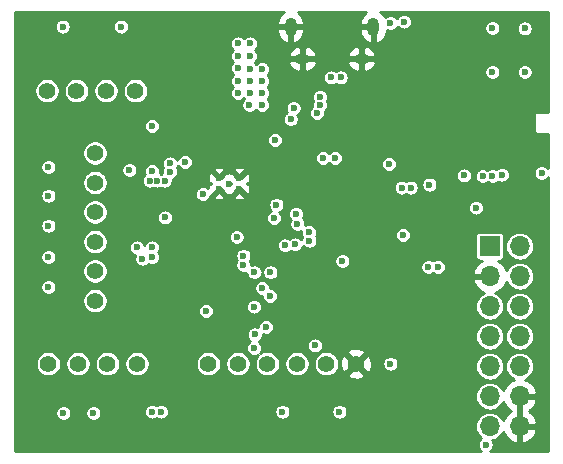
<source format=gbr>
G04 #@! TF.GenerationSoftware,KiCad,Pcbnew,(5.1.2)-1*
G04 #@! TF.CreationDate,2020-12-24T11:55:47-05:00*
G04 #@! TF.ProjectId,Glove PCB,476c6f76-6520-4504-9342-2e6b69636164,rev?*
G04 #@! TF.SameCoordinates,PX1312d00PYb80f240*
G04 #@! TF.FileFunction,Copper,L3,Inr*
G04 #@! TF.FilePolarity,Positive*
%FSLAX46Y46*%
G04 Gerber Fmt 4.6, Leading zero omitted, Abs format (unit mm)*
G04 Created by KiCad (PCBNEW (5.1.2)-1) date 2020-12-24 11:55:47*
%MOMM*%
%LPD*%
G04 APERTURE LIST*
%ADD10C,1.397000*%
%ADD11C,0.600000*%
%ADD12O,1.000000X1.550000*%
%ADD13O,1.250000X0.950000*%
%ADD14R,1.700000X1.700000*%
%ADD15O,1.700000X1.700000*%
%ADD16C,0.254000*%
G04 APERTURE END LIST*
D10*
X7178000Y25668000D03*
X7178000Y23168000D03*
X7178000Y20668000D03*
X7178000Y18168000D03*
X7178000Y15668000D03*
X7178000Y13168000D03*
D11*
X18544500Y23088500D03*
X19404500Y22608500D03*
X17684500Y22608500D03*
X19404500Y23568500D03*
X17684500Y23568500D03*
D10*
X16776000Y7834000D03*
X19276000Y7834000D03*
X21776000Y7834000D03*
X24276000Y7834000D03*
X26776000Y7834000D03*
X29276000Y7834000D03*
X3114000Y30948000D03*
X5614000Y30948000D03*
X8114000Y30948000D03*
X10614000Y30948000D03*
X3234000Y7834000D03*
X5734000Y7834000D03*
X8234000Y7834000D03*
X10734000Y7834000D03*
D12*
X23750000Y36350000D03*
X30750000Y36350000D03*
D13*
X24750000Y33650000D03*
X29750000Y33650000D03*
D14*
X40604400Y17790800D03*
D15*
X43144400Y17790800D03*
X40604400Y15250800D03*
X43144400Y15250800D03*
X40604400Y12710800D03*
X43144400Y12710800D03*
X40604400Y10170800D03*
X43144400Y10170800D03*
X40604400Y7630800D03*
X43144400Y7630800D03*
X40604400Y5090800D03*
X43144400Y5090800D03*
X40604400Y2550800D03*
X43144400Y2550800D03*
D11*
X45000000Y24000000D03*
X20322500Y33869000D03*
X20322500Y34948500D03*
X14800000Y24900000D03*
X13528000Y24788500D03*
X12004000Y24153500D03*
X13528000Y24090000D03*
X12448500Y23328000D03*
X13083500Y23328000D03*
X10734000Y17676500D03*
X12004000Y17676500D03*
X33340000Y36790000D03*
X32197004Y7834000D03*
X25339000Y18248000D03*
X25294597Y18965597D03*
X32070018Y24725000D03*
X20675000Y15576402D03*
X22037000Y15576402D03*
X16304034Y22185000D03*
X11813500Y23328000D03*
X13106000Y20216500D03*
X10099000Y24239500D03*
X45250000Y32500000D03*
X44500000Y32500000D03*
X44500000Y30500000D03*
X45250000Y30500000D03*
X45250000Y29750000D03*
X44500000Y29750000D03*
X30355500Y1801500D03*
X29403000Y1801500D03*
X31498500Y1801500D03*
X28387000Y1801500D03*
X14290000Y5611500D03*
X13337500Y5611500D03*
X15433000Y5611500D03*
X12321500Y5611500D03*
X34673500Y20978500D03*
X16195000Y32853000D03*
X16195000Y33869000D03*
X16195000Y30757500D03*
X16195000Y34948500D03*
X16195000Y31773500D03*
X15179000Y30757500D03*
X15179000Y31773500D03*
X15179000Y32853000D03*
X15179000Y29678000D03*
X17211000Y34948500D03*
X17211000Y33869000D03*
X17211000Y32853000D03*
X17211000Y31773500D03*
X17211000Y30757500D03*
X42230000Y33805500D03*
X45151000Y33869000D03*
X33467000Y21740500D03*
X33340000Y21105500D03*
X33975000Y20915000D03*
X27625000Y29360500D03*
X15179000Y28662000D03*
X14671000Y26757000D03*
X11049000Y24239500D03*
X20195500Y27582500D03*
X11369000Y14057000D03*
X12194500Y14057000D03*
X11877000Y13422000D03*
X16400000Y9700000D03*
X17247500Y10183500D03*
X20703500Y13485500D03*
X20894000Y11580500D03*
X27600000Y10500000D03*
X28069500Y11707500D03*
X31879500Y10501000D03*
X28514000Y10501000D03*
X25529500Y1357000D03*
X24577000Y1357000D03*
X23497500Y1357000D03*
X22481500Y1357000D03*
X21338500Y1357000D03*
X20386000Y1357000D03*
X19370000Y1357000D03*
X20449500Y6056000D03*
X22989500Y6119500D03*
X18671500Y9040500D03*
X41277500Y19391000D03*
X43754000Y19581500D03*
X42801500Y21613500D03*
X33500000Y31750000D03*
X35750000Y31750000D03*
X35750000Y32500000D03*
X35000000Y32500000D03*
X33500000Y32500000D03*
X34250000Y32500000D03*
X33500000Y31000000D03*
X33467000Y27646000D03*
X4511000Y29614500D03*
X5527000Y29614500D03*
X6416000Y29614500D03*
X10289500Y29614500D03*
X21275000Y21994500D03*
X28387000Y27265000D03*
X26500000Y25250000D03*
X27500000Y25250000D03*
X22332000Y20153000D03*
X33912500Y22746000D03*
X33150500Y22746000D03*
X35500000Y23000000D03*
X25974000Y29043000D03*
X26228000Y30440000D03*
X24000000Y29500000D03*
X26250000Y29750000D03*
X23750000Y28530000D03*
X20322500Y32789500D03*
X21338500Y32789500D03*
X20259000Y29741500D03*
X19306500Y32853000D03*
X20322500Y30757500D03*
X19306500Y33869000D03*
X20322500Y31773500D03*
X19306500Y30757500D03*
X19306500Y34948500D03*
X19306500Y31773500D03*
X21338500Y29741500D03*
X21338500Y30757500D03*
X21338500Y31773500D03*
X32200000Y36700000D03*
X12004000Y3770000D03*
X12766000Y3770000D03*
X7051000Y3643000D03*
X4511000Y3643000D03*
X3241000Y14311000D03*
X3241000Y16851000D03*
X3241000Y19518000D03*
X3241000Y22058000D03*
X3241000Y24471000D03*
X23053000Y3770000D03*
X27879000Y3770000D03*
X12006500Y27963500D03*
X19179500Y18565500D03*
X28133000Y16533500D03*
X40833000Y36238500D03*
X43563500Y36225000D03*
X25823498Y9381498D03*
X19746197Y16178002D03*
X19751000Y16978000D03*
X11204718Y16721702D03*
X40005894Y23709009D03*
X40261500Y976000D03*
X11995226Y16844608D03*
X21345867Y14243250D03*
X23255995Y17854331D03*
X40834354Y23732952D03*
X24323000Y19645000D03*
X24196000Y20534000D03*
X39436000Y21042000D03*
X22545000Y21296000D03*
X20640000Y12660000D03*
X16576000Y12279000D03*
X21656000Y10945500D03*
X20703500Y10310500D03*
X20640001Y9167500D03*
X24132492Y17942655D03*
X22003610Y13549000D03*
X4450000Y36377000D03*
X9403000Y36377000D03*
X40833000Y32535500D03*
X43563500Y32535500D03*
X22418000Y26756998D03*
X38420000Y23772500D03*
X33254000Y18750000D03*
X41627124Y23840352D03*
X27173400Y32073398D03*
X36218100Y16025500D03*
X27976600Y32073398D03*
X35414900Y16025500D03*
D16*
G36*
X23037236Y37517369D02*
G01*
X22876839Y37361169D01*
X22749997Y37176678D01*
X22661585Y36970987D01*
X22615000Y36752000D01*
X22615000Y36477000D01*
X23623000Y36477000D01*
X23623000Y36497000D01*
X23877000Y36497000D01*
X23877000Y36477000D01*
X24885000Y36477000D01*
X24885000Y36752000D01*
X24838415Y36970987D01*
X24750003Y37176678D01*
X24623161Y37361169D01*
X24462764Y37517369D01*
X24344720Y37594000D01*
X30155280Y37594000D01*
X30037236Y37517369D01*
X29876839Y37361169D01*
X29749997Y37176678D01*
X29661585Y36970987D01*
X29615000Y36752000D01*
X29615000Y36477000D01*
X30623000Y36477000D01*
X30623000Y36497000D01*
X30877000Y36497000D01*
X30877000Y36477000D01*
X30897000Y36477000D01*
X30897000Y36223000D01*
X30877000Y36223000D01*
X30877000Y35107046D01*
X31051874Y34980881D01*
X31274976Y35060724D01*
X31462764Y35182631D01*
X31623161Y35338831D01*
X31750003Y35523322D01*
X31838415Y35729013D01*
X31885000Y35948000D01*
X31885000Y36093369D01*
X32001360Y36045171D01*
X32132927Y36019000D01*
X32267073Y36019000D01*
X32398640Y36045171D01*
X32522574Y36096506D01*
X32634112Y36171033D01*
X32728967Y36265888D01*
X32800068Y36372298D01*
X32811033Y36355888D01*
X32905888Y36261033D01*
X33017426Y36186506D01*
X33141360Y36135171D01*
X33272927Y36109000D01*
X33407073Y36109000D01*
X33538640Y36135171D01*
X33662574Y36186506D01*
X33774112Y36261033D01*
X33818652Y36305573D01*
X40152000Y36305573D01*
X40152000Y36171427D01*
X40178171Y36039860D01*
X40229506Y35915926D01*
X40304033Y35804388D01*
X40398888Y35709533D01*
X40510426Y35635006D01*
X40634360Y35583671D01*
X40765927Y35557500D01*
X40900073Y35557500D01*
X41031640Y35583671D01*
X41155574Y35635006D01*
X41267112Y35709533D01*
X41361967Y35804388D01*
X41436494Y35915926D01*
X41487829Y36039860D01*
X41514000Y36171427D01*
X41514000Y36292073D01*
X42882500Y36292073D01*
X42882500Y36157927D01*
X42908671Y36026360D01*
X42960006Y35902426D01*
X43034533Y35790888D01*
X43129388Y35696033D01*
X43240926Y35621506D01*
X43364860Y35570171D01*
X43496427Y35544000D01*
X43630573Y35544000D01*
X43762140Y35570171D01*
X43886074Y35621506D01*
X43997612Y35696033D01*
X44092467Y35790888D01*
X44166994Y35902426D01*
X44218329Y36026360D01*
X44244500Y36157927D01*
X44244500Y36292073D01*
X44218329Y36423640D01*
X44166994Y36547574D01*
X44092467Y36659112D01*
X43997612Y36753967D01*
X43886074Y36828494D01*
X43762140Y36879829D01*
X43630573Y36906000D01*
X43496427Y36906000D01*
X43364860Y36879829D01*
X43240926Y36828494D01*
X43129388Y36753967D01*
X43034533Y36659112D01*
X42960006Y36547574D01*
X42908671Y36423640D01*
X42882500Y36292073D01*
X41514000Y36292073D01*
X41514000Y36305573D01*
X41487829Y36437140D01*
X41436494Y36561074D01*
X41361967Y36672612D01*
X41267112Y36767467D01*
X41155574Y36841994D01*
X41031640Y36893329D01*
X40900073Y36919500D01*
X40765927Y36919500D01*
X40634360Y36893329D01*
X40510426Y36841994D01*
X40398888Y36767467D01*
X40304033Y36672612D01*
X40229506Y36561074D01*
X40178171Y36437140D01*
X40152000Y36305573D01*
X33818652Y36305573D01*
X33868967Y36355888D01*
X33943494Y36467426D01*
X33994829Y36591360D01*
X34021000Y36722927D01*
X34021000Y36857073D01*
X33994829Y36988640D01*
X33943494Y37112574D01*
X33868967Y37224112D01*
X33774112Y37318967D01*
X33662574Y37393494D01*
X33538640Y37444829D01*
X33407073Y37471000D01*
X33272927Y37471000D01*
X33141360Y37444829D01*
X33017426Y37393494D01*
X32905888Y37318967D01*
X32811033Y37224112D01*
X32739932Y37117702D01*
X32728967Y37134112D01*
X32634112Y37228967D01*
X32522574Y37303494D01*
X32398640Y37354829D01*
X32267073Y37381000D01*
X32132927Y37381000D01*
X32001360Y37354829D01*
X31877426Y37303494D01*
X31765888Y37228967D01*
X31735171Y37198250D01*
X31623161Y37361169D01*
X31462764Y37517369D01*
X31344720Y37594000D01*
X45573000Y37594000D01*
X45573000Y29177000D01*
X44500000Y29177000D01*
X44475224Y29174560D01*
X44451399Y29167333D01*
X44429443Y29155597D01*
X44410197Y29139803D01*
X44394403Y29120557D01*
X44382667Y29098601D01*
X44375440Y29074776D01*
X44373000Y29050000D01*
X44373000Y27450000D01*
X44375440Y27425224D01*
X44382667Y27401399D01*
X44394403Y27379443D01*
X44410197Y27360197D01*
X44429443Y27344403D01*
X44451399Y27332667D01*
X44475224Y27325440D01*
X44500000Y27323000D01*
X45573000Y27323000D01*
X45573000Y24368212D01*
X45528967Y24434112D01*
X45434112Y24528967D01*
X45322574Y24603494D01*
X45198640Y24654829D01*
X45067073Y24681000D01*
X44932927Y24681000D01*
X44801360Y24654829D01*
X44677426Y24603494D01*
X44565888Y24528967D01*
X44471033Y24434112D01*
X44396506Y24322574D01*
X44345171Y24198640D01*
X44319000Y24067073D01*
X44319000Y23932927D01*
X44345171Y23801360D01*
X44396506Y23677426D01*
X44471033Y23565888D01*
X44565888Y23471033D01*
X44677426Y23396506D01*
X44801360Y23345171D01*
X44932927Y23319000D01*
X45067073Y23319000D01*
X45198640Y23345171D01*
X45322574Y23396506D01*
X45434112Y23471033D01*
X45528967Y23565888D01*
X45573000Y23631788D01*
X45573000Y406000D01*
X40634202Y406000D01*
X40695612Y447033D01*
X40790467Y541888D01*
X40864994Y653426D01*
X40916329Y777360D01*
X40942500Y908927D01*
X40942500Y1043073D01*
X40916329Y1174640D01*
X40864994Y1298574D01*
X40839330Y1336983D01*
X40845718Y1337612D01*
X41077763Y1408002D01*
X41291616Y1522309D01*
X41479060Y1676140D01*
X41632891Y1863584D01*
X41741491Y2066760D01*
X41747575Y2046701D01*
X41872759Y1783880D01*
X42046812Y1550531D01*
X42263045Y1355622D01*
X42513148Y1206643D01*
X42787509Y1109319D01*
X43017400Y1229986D01*
X43017400Y2423800D01*
X43271400Y2423800D01*
X43271400Y1229986D01*
X43501291Y1109319D01*
X43775652Y1206643D01*
X44025755Y1355622D01*
X44241988Y1550531D01*
X44416041Y1783880D01*
X44541225Y2046701D01*
X44585876Y2193910D01*
X44464555Y2423800D01*
X43271400Y2423800D01*
X43017400Y2423800D01*
X42997400Y2423800D01*
X42997400Y2677800D01*
X43017400Y2677800D01*
X43017400Y4963800D01*
X43271400Y4963800D01*
X43271400Y2677800D01*
X44464555Y2677800D01*
X44585876Y2907690D01*
X44541225Y3054899D01*
X44416041Y3317720D01*
X44241988Y3551069D01*
X44025755Y3745978D01*
X43900145Y3820800D01*
X44025755Y3895622D01*
X44241988Y4090531D01*
X44416041Y4323880D01*
X44541225Y4586701D01*
X44585876Y4733910D01*
X44464555Y4963800D01*
X43271400Y4963800D01*
X43017400Y4963800D01*
X42997400Y4963800D01*
X42997400Y5217800D01*
X43017400Y5217800D01*
X43017400Y5237800D01*
X43271400Y5237800D01*
X43271400Y5217800D01*
X44464555Y5217800D01*
X44585876Y5447690D01*
X44541225Y5594899D01*
X44416041Y5857720D01*
X44241988Y6091069D01*
X44025755Y6285978D01*
X43775652Y6434957D01*
X43621095Y6489783D01*
X43831616Y6602309D01*
X44019060Y6756140D01*
X44172891Y6943584D01*
X44287198Y7157437D01*
X44357588Y7389482D01*
X44381356Y7630800D01*
X44357588Y7872118D01*
X44287198Y8104163D01*
X44172891Y8318016D01*
X44019060Y8505460D01*
X43831616Y8659291D01*
X43617763Y8773598D01*
X43385718Y8843988D01*
X43204872Y8861800D01*
X43083928Y8861800D01*
X42903082Y8843988D01*
X42671037Y8773598D01*
X42457184Y8659291D01*
X42269740Y8505460D01*
X42115909Y8318016D01*
X42001602Y8104163D01*
X41931212Y7872118D01*
X41907444Y7630800D01*
X41931212Y7389482D01*
X42001602Y7157437D01*
X42115909Y6943584D01*
X42269740Y6756140D01*
X42457184Y6602309D01*
X42667705Y6489783D01*
X42513148Y6434957D01*
X42263045Y6285978D01*
X42046812Y6091069D01*
X41872759Y5857720D01*
X41747575Y5594899D01*
X41741491Y5574840D01*
X41632891Y5778016D01*
X41479060Y5965460D01*
X41291616Y6119291D01*
X41077763Y6233598D01*
X40845718Y6303988D01*
X40664872Y6321800D01*
X40543928Y6321800D01*
X40363082Y6303988D01*
X40131037Y6233598D01*
X39917184Y6119291D01*
X39729740Y5965460D01*
X39575909Y5778016D01*
X39461602Y5564163D01*
X39391212Y5332118D01*
X39367444Y5090800D01*
X39391212Y4849482D01*
X39461602Y4617437D01*
X39575909Y4403584D01*
X39729740Y4216140D01*
X39917184Y4062309D01*
X40131037Y3948002D01*
X40363082Y3877612D01*
X40543928Y3859800D01*
X40664872Y3859800D01*
X40845718Y3877612D01*
X41077763Y3948002D01*
X41291616Y4062309D01*
X41479060Y4216140D01*
X41632891Y4403584D01*
X41741491Y4606760D01*
X41747575Y4586701D01*
X41872759Y4323880D01*
X42046812Y4090531D01*
X42263045Y3895622D01*
X42388655Y3820800D01*
X42263045Y3745978D01*
X42046812Y3551069D01*
X41872759Y3317720D01*
X41747575Y3054899D01*
X41741491Y3034840D01*
X41632891Y3238016D01*
X41479060Y3425460D01*
X41291616Y3579291D01*
X41077763Y3693598D01*
X40845718Y3763988D01*
X40664872Y3781800D01*
X40543928Y3781800D01*
X40363082Y3763988D01*
X40131037Y3693598D01*
X39917184Y3579291D01*
X39729740Y3425460D01*
X39575909Y3238016D01*
X39461602Y3024163D01*
X39391212Y2792118D01*
X39367444Y2550800D01*
X39391212Y2309482D01*
X39461602Y2077437D01*
X39575909Y1863584D01*
X39729740Y1676140D01*
X39888533Y1545822D01*
X39827388Y1504967D01*
X39732533Y1410112D01*
X39658006Y1298574D01*
X39606671Y1174640D01*
X39580500Y1043073D01*
X39580500Y908927D01*
X39606671Y777360D01*
X39658006Y653426D01*
X39732533Y541888D01*
X39827388Y447033D01*
X39888798Y406000D01*
X406000Y406000D01*
X406000Y3710073D01*
X3830000Y3710073D01*
X3830000Y3575927D01*
X3856171Y3444360D01*
X3907506Y3320426D01*
X3982033Y3208888D01*
X4076888Y3114033D01*
X4188426Y3039506D01*
X4312360Y2988171D01*
X4443927Y2962000D01*
X4578073Y2962000D01*
X4709640Y2988171D01*
X4833574Y3039506D01*
X4945112Y3114033D01*
X5039967Y3208888D01*
X5114494Y3320426D01*
X5165829Y3444360D01*
X5192000Y3575927D01*
X5192000Y3710073D01*
X6370000Y3710073D01*
X6370000Y3575927D01*
X6396171Y3444360D01*
X6447506Y3320426D01*
X6522033Y3208888D01*
X6616888Y3114033D01*
X6728426Y3039506D01*
X6852360Y2988171D01*
X6983927Y2962000D01*
X7118073Y2962000D01*
X7249640Y2988171D01*
X7373574Y3039506D01*
X7485112Y3114033D01*
X7579967Y3208888D01*
X7654494Y3320426D01*
X7705829Y3444360D01*
X7732000Y3575927D01*
X7732000Y3710073D01*
X7706738Y3837073D01*
X11323000Y3837073D01*
X11323000Y3702927D01*
X11349171Y3571360D01*
X11400506Y3447426D01*
X11475033Y3335888D01*
X11569888Y3241033D01*
X11681426Y3166506D01*
X11805360Y3115171D01*
X11936927Y3089000D01*
X12071073Y3089000D01*
X12202640Y3115171D01*
X12326574Y3166506D01*
X12385000Y3205545D01*
X12443426Y3166506D01*
X12567360Y3115171D01*
X12698927Y3089000D01*
X12833073Y3089000D01*
X12964640Y3115171D01*
X13088574Y3166506D01*
X13200112Y3241033D01*
X13294967Y3335888D01*
X13369494Y3447426D01*
X13420829Y3571360D01*
X13447000Y3702927D01*
X13447000Y3837073D01*
X22372000Y3837073D01*
X22372000Y3702927D01*
X22398171Y3571360D01*
X22449506Y3447426D01*
X22524033Y3335888D01*
X22618888Y3241033D01*
X22730426Y3166506D01*
X22854360Y3115171D01*
X22985927Y3089000D01*
X23120073Y3089000D01*
X23251640Y3115171D01*
X23375574Y3166506D01*
X23487112Y3241033D01*
X23581967Y3335888D01*
X23656494Y3447426D01*
X23707829Y3571360D01*
X23734000Y3702927D01*
X23734000Y3837073D01*
X27198000Y3837073D01*
X27198000Y3702927D01*
X27224171Y3571360D01*
X27275506Y3447426D01*
X27350033Y3335888D01*
X27444888Y3241033D01*
X27556426Y3166506D01*
X27680360Y3115171D01*
X27811927Y3089000D01*
X27946073Y3089000D01*
X28077640Y3115171D01*
X28201574Y3166506D01*
X28313112Y3241033D01*
X28407967Y3335888D01*
X28482494Y3447426D01*
X28533829Y3571360D01*
X28560000Y3702927D01*
X28560000Y3837073D01*
X28533829Y3968640D01*
X28482494Y4092574D01*
X28407967Y4204112D01*
X28313112Y4298967D01*
X28201574Y4373494D01*
X28077640Y4424829D01*
X27946073Y4451000D01*
X27811927Y4451000D01*
X27680360Y4424829D01*
X27556426Y4373494D01*
X27444888Y4298967D01*
X27350033Y4204112D01*
X27275506Y4092574D01*
X27224171Y3968640D01*
X27198000Y3837073D01*
X23734000Y3837073D01*
X23707829Y3968640D01*
X23656494Y4092574D01*
X23581967Y4204112D01*
X23487112Y4298967D01*
X23375574Y4373494D01*
X23251640Y4424829D01*
X23120073Y4451000D01*
X22985927Y4451000D01*
X22854360Y4424829D01*
X22730426Y4373494D01*
X22618888Y4298967D01*
X22524033Y4204112D01*
X22449506Y4092574D01*
X22398171Y3968640D01*
X22372000Y3837073D01*
X13447000Y3837073D01*
X13420829Y3968640D01*
X13369494Y4092574D01*
X13294967Y4204112D01*
X13200112Y4298967D01*
X13088574Y4373494D01*
X12964640Y4424829D01*
X12833073Y4451000D01*
X12698927Y4451000D01*
X12567360Y4424829D01*
X12443426Y4373494D01*
X12385000Y4334455D01*
X12326574Y4373494D01*
X12202640Y4424829D01*
X12071073Y4451000D01*
X11936927Y4451000D01*
X11805360Y4424829D01*
X11681426Y4373494D01*
X11569888Y4298967D01*
X11475033Y4204112D01*
X11400506Y4092574D01*
X11349171Y3968640D01*
X11323000Y3837073D01*
X7706738Y3837073D01*
X7705829Y3841640D01*
X7654494Y3965574D01*
X7579967Y4077112D01*
X7485112Y4171967D01*
X7373574Y4246494D01*
X7249640Y4297829D01*
X7118073Y4324000D01*
X6983927Y4324000D01*
X6852360Y4297829D01*
X6728426Y4246494D01*
X6616888Y4171967D01*
X6522033Y4077112D01*
X6447506Y3965574D01*
X6396171Y3841640D01*
X6370000Y3710073D01*
X5192000Y3710073D01*
X5165829Y3841640D01*
X5114494Y3965574D01*
X5039967Y4077112D01*
X4945112Y4171967D01*
X4833574Y4246494D01*
X4709640Y4297829D01*
X4578073Y4324000D01*
X4443927Y4324000D01*
X4312360Y4297829D01*
X4188426Y4246494D01*
X4076888Y4171967D01*
X3982033Y4077112D01*
X3907506Y3965574D01*
X3856171Y3841640D01*
X3830000Y3710073D01*
X406000Y3710073D01*
X406000Y7940321D01*
X2154500Y7940321D01*
X2154500Y7727679D01*
X2195985Y7519122D01*
X2277360Y7322665D01*
X2395498Y7145859D01*
X2545859Y6995498D01*
X2722665Y6877360D01*
X2919122Y6795985D01*
X3127679Y6754500D01*
X3340321Y6754500D01*
X3548878Y6795985D01*
X3745335Y6877360D01*
X3922141Y6995498D01*
X4072502Y7145859D01*
X4190640Y7322665D01*
X4272015Y7519122D01*
X4313500Y7727679D01*
X4313500Y7940321D01*
X4654500Y7940321D01*
X4654500Y7727679D01*
X4695985Y7519122D01*
X4777360Y7322665D01*
X4895498Y7145859D01*
X5045859Y6995498D01*
X5222665Y6877360D01*
X5419122Y6795985D01*
X5627679Y6754500D01*
X5840321Y6754500D01*
X6048878Y6795985D01*
X6245335Y6877360D01*
X6422141Y6995498D01*
X6572502Y7145859D01*
X6690640Y7322665D01*
X6772015Y7519122D01*
X6813500Y7727679D01*
X6813500Y7940321D01*
X7154500Y7940321D01*
X7154500Y7727679D01*
X7195985Y7519122D01*
X7277360Y7322665D01*
X7395498Y7145859D01*
X7545859Y6995498D01*
X7722665Y6877360D01*
X7919122Y6795985D01*
X8127679Y6754500D01*
X8340321Y6754500D01*
X8548878Y6795985D01*
X8745335Y6877360D01*
X8922141Y6995498D01*
X9072502Y7145859D01*
X9190640Y7322665D01*
X9272015Y7519122D01*
X9313500Y7727679D01*
X9313500Y7940321D01*
X9654500Y7940321D01*
X9654500Y7727679D01*
X9695985Y7519122D01*
X9777360Y7322665D01*
X9895498Y7145859D01*
X10045859Y6995498D01*
X10222665Y6877360D01*
X10419122Y6795985D01*
X10627679Y6754500D01*
X10840321Y6754500D01*
X11048878Y6795985D01*
X11245335Y6877360D01*
X11422141Y6995498D01*
X11572502Y7145859D01*
X11690640Y7322665D01*
X11772015Y7519122D01*
X11813500Y7727679D01*
X11813500Y7940321D01*
X15696500Y7940321D01*
X15696500Y7727679D01*
X15737985Y7519122D01*
X15819360Y7322665D01*
X15937498Y7145859D01*
X16087859Y6995498D01*
X16264665Y6877360D01*
X16461122Y6795985D01*
X16669679Y6754500D01*
X16882321Y6754500D01*
X17090878Y6795985D01*
X17287335Y6877360D01*
X17464141Y6995498D01*
X17614502Y7145859D01*
X17732640Y7322665D01*
X17814015Y7519122D01*
X17855500Y7727679D01*
X17855500Y7940321D01*
X18196500Y7940321D01*
X18196500Y7727679D01*
X18237985Y7519122D01*
X18319360Y7322665D01*
X18437498Y7145859D01*
X18587859Y6995498D01*
X18764665Y6877360D01*
X18961122Y6795985D01*
X19169679Y6754500D01*
X19382321Y6754500D01*
X19590878Y6795985D01*
X19787335Y6877360D01*
X19964141Y6995498D01*
X20114502Y7145859D01*
X20232640Y7322665D01*
X20314015Y7519122D01*
X20355500Y7727679D01*
X20355500Y7940321D01*
X20314015Y8148878D01*
X20232640Y8345335D01*
X20114502Y8522141D01*
X19964141Y8672502D01*
X19787335Y8790640D01*
X19590878Y8872015D01*
X19382321Y8913500D01*
X19169679Y8913500D01*
X18961122Y8872015D01*
X18764665Y8790640D01*
X18587859Y8672502D01*
X18437498Y8522141D01*
X18319360Y8345335D01*
X18237985Y8148878D01*
X18196500Y7940321D01*
X17855500Y7940321D01*
X17814015Y8148878D01*
X17732640Y8345335D01*
X17614502Y8522141D01*
X17464141Y8672502D01*
X17287335Y8790640D01*
X17090878Y8872015D01*
X16882321Y8913500D01*
X16669679Y8913500D01*
X16461122Y8872015D01*
X16264665Y8790640D01*
X16087859Y8672502D01*
X15937498Y8522141D01*
X15819360Y8345335D01*
X15737985Y8148878D01*
X15696500Y7940321D01*
X11813500Y7940321D01*
X11772015Y8148878D01*
X11690640Y8345335D01*
X11572502Y8522141D01*
X11422141Y8672502D01*
X11245335Y8790640D01*
X11048878Y8872015D01*
X10840321Y8913500D01*
X10627679Y8913500D01*
X10419122Y8872015D01*
X10222665Y8790640D01*
X10045859Y8672502D01*
X9895498Y8522141D01*
X9777360Y8345335D01*
X9695985Y8148878D01*
X9654500Y7940321D01*
X9313500Y7940321D01*
X9272015Y8148878D01*
X9190640Y8345335D01*
X9072502Y8522141D01*
X8922141Y8672502D01*
X8745335Y8790640D01*
X8548878Y8872015D01*
X8340321Y8913500D01*
X8127679Y8913500D01*
X7919122Y8872015D01*
X7722665Y8790640D01*
X7545859Y8672502D01*
X7395498Y8522141D01*
X7277360Y8345335D01*
X7195985Y8148878D01*
X7154500Y7940321D01*
X6813500Y7940321D01*
X6772015Y8148878D01*
X6690640Y8345335D01*
X6572502Y8522141D01*
X6422141Y8672502D01*
X6245335Y8790640D01*
X6048878Y8872015D01*
X5840321Y8913500D01*
X5627679Y8913500D01*
X5419122Y8872015D01*
X5222665Y8790640D01*
X5045859Y8672502D01*
X4895498Y8522141D01*
X4777360Y8345335D01*
X4695985Y8148878D01*
X4654500Y7940321D01*
X4313500Y7940321D01*
X4272015Y8148878D01*
X4190640Y8345335D01*
X4072502Y8522141D01*
X3922141Y8672502D01*
X3745335Y8790640D01*
X3548878Y8872015D01*
X3340321Y8913500D01*
X3127679Y8913500D01*
X2919122Y8872015D01*
X2722665Y8790640D01*
X2545859Y8672502D01*
X2395498Y8522141D01*
X2277360Y8345335D01*
X2195985Y8148878D01*
X2154500Y7940321D01*
X406000Y7940321D01*
X406000Y9234573D01*
X19959001Y9234573D01*
X19959001Y9100427D01*
X19985172Y8968860D01*
X20036507Y8844926D01*
X20111034Y8733388D01*
X20205889Y8638533D01*
X20317427Y8564006D01*
X20441361Y8512671D01*
X20572928Y8486500D01*
X20707074Y8486500D01*
X20838641Y8512671D01*
X20962575Y8564006D01*
X21013168Y8597811D01*
X20937498Y8522141D01*
X20819360Y8345335D01*
X20737985Y8148878D01*
X20696500Y7940321D01*
X20696500Y7727679D01*
X20737985Y7519122D01*
X20819360Y7322665D01*
X20937498Y7145859D01*
X21087859Y6995498D01*
X21264665Y6877360D01*
X21461122Y6795985D01*
X21669679Y6754500D01*
X21882321Y6754500D01*
X22090878Y6795985D01*
X22287335Y6877360D01*
X22464141Y6995498D01*
X22614502Y7145859D01*
X22732640Y7322665D01*
X22814015Y7519122D01*
X22855500Y7727679D01*
X22855500Y7940321D01*
X23196500Y7940321D01*
X23196500Y7727679D01*
X23237985Y7519122D01*
X23319360Y7322665D01*
X23437498Y7145859D01*
X23587859Y6995498D01*
X23764665Y6877360D01*
X23961122Y6795985D01*
X24169679Y6754500D01*
X24382321Y6754500D01*
X24590878Y6795985D01*
X24787335Y6877360D01*
X24964141Y6995498D01*
X25114502Y7145859D01*
X25232640Y7322665D01*
X25314015Y7519122D01*
X25355500Y7727679D01*
X25355500Y7940321D01*
X25696500Y7940321D01*
X25696500Y7727679D01*
X25737985Y7519122D01*
X25819360Y7322665D01*
X25937498Y7145859D01*
X26087859Y6995498D01*
X26264665Y6877360D01*
X26461122Y6795985D01*
X26669679Y6754500D01*
X26882321Y6754500D01*
X27090878Y6795985D01*
X27287335Y6877360D01*
X27341875Y6913803D01*
X28535408Y6913803D01*
X28594686Y6680188D01*
X28832875Y6569441D01*
X29088093Y6507289D01*
X29350533Y6496124D01*
X29610107Y6536371D01*
X29856842Y6626486D01*
X29957314Y6680188D01*
X30016592Y6913803D01*
X29276000Y7654395D01*
X28535408Y6913803D01*
X27341875Y6913803D01*
X27464141Y6995498D01*
X27614502Y7145859D01*
X27732640Y7322665D01*
X27814015Y7519122D01*
X27855500Y7727679D01*
X27855500Y7759467D01*
X27938124Y7759467D01*
X27978371Y7499893D01*
X28068486Y7253158D01*
X28122188Y7152686D01*
X28355803Y7093408D01*
X29096395Y7834000D01*
X29455605Y7834000D01*
X30196197Y7093408D01*
X30429812Y7152686D01*
X30540559Y7390875D01*
X30602711Y7646093D01*
X30613558Y7901073D01*
X31516004Y7901073D01*
X31516004Y7766927D01*
X31542175Y7635360D01*
X31593510Y7511426D01*
X31668037Y7399888D01*
X31762892Y7305033D01*
X31874430Y7230506D01*
X31998364Y7179171D01*
X32129931Y7153000D01*
X32264077Y7153000D01*
X32395644Y7179171D01*
X32519578Y7230506D01*
X32631116Y7305033D01*
X32725971Y7399888D01*
X32800498Y7511426D01*
X32849944Y7630800D01*
X39367444Y7630800D01*
X39391212Y7389482D01*
X39461602Y7157437D01*
X39575909Y6943584D01*
X39729740Y6756140D01*
X39917184Y6602309D01*
X40131037Y6488002D01*
X40363082Y6417612D01*
X40543928Y6399800D01*
X40664872Y6399800D01*
X40845718Y6417612D01*
X41077763Y6488002D01*
X41291616Y6602309D01*
X41479060Y6756140D01*
X41632891Y6943584D01*
X41747198Y7157437D01*
X41817588Y7389482D01*
X41841356Y7630800D01*
X41817588Y7872118D01*
X41747198Y8104163D01*
X41632891Y8318016D01*
X41479060Y8505460D01*
X41291616Y8659291D01*
X41077763Y8773598D01*
X40845718Y8843988D01*
X40664872Y8861800D01*
X40543928Y8861800D01*
X40363082Y8843988D01*
X40131037Y8773598D01*
X39917184Y8659291D01*
X39729740Y8505460D01*
X39575909Y8318016D01*
X39461602Y8104163D01*
X39391212Y7872118D01*
X39367444Y7630800D01*
X32849944Y7630800D01*
X32851833Y7635360D01*
X32878004Y7766927D01*
X32878004Y7901073D01*
X32851833Y8032640D01*
X32800498Y8156574D01*
X32725971Y8268112D01*
X32631116Y8362967D01*
X32519578Y8437494D01*
X32395644Y8488829D01*
X32264077Y8515000D01*
X32129931Y8515000D01*
X31998364Y8488829D01*
X31874430Y8437494D01*
X31762892Y8362967D01*
X31668037Y8268112D01*
X31593510Y8156574D01*
X31542175Y8032640D01*
X31516004Y7901073D01*
X30613558Y7901073D01*
X30613876Y7908533D01*
X30573629Y8168107D01*
X30483514Y8414842D01*
X30429812Y8515314D01*
X30196197Y8574592D01*
X29455605Y7834000D01*
X29096395Y7834000D01*
X28355803Y8574592D01*
X28122188Y8515314D01*
X28011441Y8277125D01*
X27949289Y8021907D01*
X27938124Y7759467D01*
X27855500Y7759467D01*
X27855500Y7940321D01*
X27814015Y8148878D01*
X27732640Y8345335D01*
X27614502Y8522141D01*
X27464141Y8672502D01*
X27341876Y8754197D01*
X28535408Y8754197D01*
X29276000Y8013605D01*
X30016592Y8754197D01*
X29957314Y8987812D01*
X29719125Y9098559D01*
X29463907Y9160711D01*
X29201467Y9171876D01*
X28941893Y9131629D01*
X28695158Y9041514D01*
X28594686Y8987812D01*
X28535408Y8754197D01*
X27341876Y8754197D01*
X27287335Y8790640D01*
X27090878Y8872015D01*
X26882321Y8913500D01*
X26669679Y8913500D01*
X26461122Y8872015D01*
X26264665Y8790640D01*
X26087859Y8672502D01*
X25937498Y8522141D01*
X25819360Y8345335D01*
X25737985Y8148878D01*
X25696500Y7940321D01*
X25355500Y7940321D01*
X25314015Y8148878D01*
X25232640Y8345335D01*
X25114502Y8522141D01*
X24964141Y8672502D01*
X24787335Y8790640D01*
X24590878Y8872015D01*
X24382321Y8913500D01*
X24169679Y8913500D01*
X23961122Y8872015D01*
X23764665Y8790640D01*
X23587859Y8672502D01*
X23437498Y8522141D01*
X23319360Y8345335D01*
X23237985Y8148878D01*
X23196500Y7940321D01*
X22855500Y7940321D01*
X22814015Y8148878D01*
X22732640Y8345335D01*
X22614502Y8522141D01*
X22464141Y8672502D01*
X22287335Y8790640D01*
X22090878Y8872015D01*
X21882321Y8913500D01*
X21669679Y8913500D01*
X21461122Y8872015D01*
X21264665Y8790640D01*
X21148804Y8713224D01*
X21168968Y8733388D01*
X21243495Y8844926D01*
X21294830Y8968860D01*
X21321001Y9100427D01*
X21321001Y9234573D01*
X21294830Y9366140D01*
X21260687Y9448571D01*
X25142498Y9448571D01*
X25142498Y9314425D01*
X25168669Y9182858D01*
X25220004Y9058924D01*
X25294531Y8947386D01*
X25389386Y8852531D01*
X25500924Y8778004D01*
X25624858Y8726669D01*
X25756425Y8700498D01*
X25890571Y8700498D01*
X26022138Y8726669D01*
X26146072Y8778004D01*
X26257610Y8852531D01*
X26352465Y8947386D01*
X26426992Y9058924D01*
X26478327Y9182858D01*
X26504498Y9314425D01*
X26504498Y9448571D01*
X26478327Y9580138D01*
X26426992Y9704072D01*
X26352465Y9815610D01*
X26257610Y9910465D01*
X26146072Y9984992D01*
X26022138Y10036327D01*
X25890571Y10062498D01*
X25756425Y10062498D01*
X25624858Y10036327D01*
X25500924Y9984992D01*
X25389386Y9910465D01*
X25294531Y9815610D01*
X25220004Y9704072D01*
X25168669Y9580138D01*
X25142498Y9448571D01*
X21260687Y9448571D01*
X21243495Y9490074D01*
X21168968Y9601612D01*
X21074113Y9696467D01*
X21042207Y9717786D01*
X21137612Y9781533D01*
X21232467Y9876388D01*
X21306994Y9987926D01*
X21358329Y10111860D01*
X21370053Y10170800D01*
X39367444Y10170800D01*
X39391212Y9929482D01*
X39461602Y9697437D01*
X39575909Y9483584D01*
X39729740Y9296140D01*
X39917184Y9142309D01*
X40131037Y9028002D01*
X40363082Y8957612D01*
X40543928Y8939800D01*
X40664872Y8939800D01*
X40845718Y8957612D01*
X41077763Y9028002D01*
X41291616Y9142309D01*
X41479060Y9296140D01*
X41632891Y9483584D01*
X41747198Y9697437D01*
X41817588Y9929482D01*
X41841356Y10170800D01*
X41907444Y10170800D01*
X41931212Y9929482D01*
X42001602Y9697437D01*
X42115909Y9483584D01*
X42269740Y9296140D01*
X42457184Y9142309D01*
X42671037Y9028002D01*
X42903082Y8957612D01*
X43083928Y8939800D01*
X43204872Y8939800D01*
X43385718Y8957612D01*
X43617763Y9028002D01*
X43831616Y9142309D01*
X44019060Y9296140D01*
X44172891Y9483584D01*
X44287198Y9697437D01*
X44357588Y9929482D01*
X44381356Y10170800D01*
X44357588Y10412118D01*
X44287198Y10644163D01*
X44172891Y10858016D01*
X44019060Y11045460D01*
X43831616Y11199291D01*
X43617763Y11313598D01*
X43385718Y11383988D01*
X43204872Y11401800D01*
X43083928Y11401800D01*
X42903082Y11383988D01*
X42671037Y11313598D01*
X42457184Y11199291D01*
X42269740Y11045460D01*
X42115909Y10858016D01*
X42001602Y10644163D01*
X41931212Y10412118D01*
X41907444Y10170800D01*
X41841356Y10170800D01*
X41817588Y10412118D01*
X41747198Y10644163D01*
X41632891Y10858016D01*
X41479060Y11045460D01*
X41291616Y11199291D01*
X41077763Y11313598D01*
X40845718Y11383988D01*
X40664872Y11401800D01*
X40543928Y11401800D01*
X40363082Y11383988D01*
X40131037Y11313598D01*
X39917184Y11199291D01*
X39729740Y11045460D01*
X39575909Y10858016D01*
X39461602Y10644163D01*
X39391212Y10412118D01*
X39367444Y10170800D01*
X21370053Y10170800D01*
X21384500Y10243427D01*
X21384500Y10320851D01*
X21457360Y10290671D01*
X21588927Y10264500D01*
X21723073Y10264500D01*
X21854640Y10290671D01*
X21978574Y10342006D01*
X22090112Y10416533D01*
X22184967Y10511388D01*
X22259494Y10622926D01*
X22310829Y10746860D01*
X22337000Y10878427D01*
X22337000Y11012573D01*
X22310829Y11144140D01*
X22259494Y11268074D01*
X22184967Y11379612D01*
X22090112Y11474467D01*
X21978574Y11548994D01*
X21854640Y11600329D01*
X21723073Y11626500D01*
X21588927Y11626500D01*
X21457360Y11600329D01*
X21333426Y11548994D01*
X21221888Y11474467D01*
X21127033Y11379612D01*
X21052506Y11268074D01*
X21001171Y11144140D01*
X20975000Y11012573D01*
X20975000Y10935149D01*
X20902140Y10965329D01*
X20770573Y10991500D01*
X20636427Y10991500D01*
X20504860Y10965329D01*
X20380926Y10913994D01*
X20269388Y10839467D01*
X20174533Y10744612D01*
X20100006Y10633074D01*
X20048671Y10509140D01*
X20022500Y10377573D01*
X20022500Y10243427D01*
X20048671Y10111860D01*
X20100006Y9987926D01*
X20174533Y9876388D01*
X20269388Y9781533D01*
X20301294Y9760214D01*
X20205889Y9696467D01*
X20111034Y9601612D01*
X20036507Y9490074D01*
X19985172Y9366140D01*
X19959001Y9234573D01*
X406000Y9234573D01*
X406000Y13274321D01*
X6098500Y13274321D01*
X6098500Y13061679D01*
X6139985Y12853122D01*
X6221360Y12656665D01*
X6339498Y12479859D01*
X6489859Y12329498D01*
X6666665Y12211360D01*
X6863122Y12129985D01*
X7071679Y12088500D01*
X7284321Y12088500D01*
X7492878Y12129985D01*
X7689335Y12211360D01*
X7866141Y12329498D01*
X7882716Y12346073D01*
X15895000Y12346073D01*
X15895000Y12211927D01*
X15921171Y12080360D01*
X15972506Y11956426D01*
X16047033Y11844888D01*
X16141888Y11750033D01*
X16253426Y11675506D01*
X16377360Y11624171D01*
X16508927Y11598000D01*
X16643073Y11598000D01*
X16774640Y11624171D01*
X16898574Y11675506D01*
X17010112Y11750033D01*
X17104967Y11844888D01*
X17179494Y11956426D01*
X17230829Y12080360D01*
X17257000Y12211927D01*
X17257000Y12346073D01*
X17230829Y12477640D01*
X17179494Y12601574D01*
X17104967Y12713112D01*
X17091006Y12727073D01*
X19959000Y12727073D01*
X19959000Y12592927D01*
X19985171Y12461360D01*
X20036506Y12337426D01*
X20111033Y12225888D01*
X20205888Y12131033D01*
X20317426Y12056506D01*
X20441360Y12005171D01*
X20572927Y11979000D01*
X20707073Y11979000D01*
X20838640Y12005171D01*
X20962574Y12056506D01*
X21074112Y12131033D01*
X21168967Y12225888D01*
X21243494Y12337426D01*
X21294829Y12461360D01*
X21321000Y12592927D01*
X21321000Y12727073D01*
X21294829Y12858640D01*
X21243494Y12982574D01*
X21168967Y13094112D01*
X21074112Y13188967D01*
X20962574Y13263494D01*
X20838640Y13314829D01*
X20707073Y13341000D01*
X20572927Y13341000D01*
X20441360Y13314829D01*
X20317426Y13263494D01*
X20205888Y13188967D01*
X20111033Y13094112D01*
X20036506Y12982574D01*
X19985171Y12858640D01*
X19959000Y12727073D01*
X17091006Y12727073D01*
X17010112Y12807967D01*
X16898574Y12882494D01*
X16774640Y12933829D01*
X16643073Y12960000D01*
X16508927Y12960000D01*
X16377360Y12933829D01*
X16253426Y12882494D01*
X16141888Y12807967D01*
X16047033Y12713112D01*
X15972506Y12601574D01*
X15921171Y12477640D01*
X15895000Y12346073D01*
X7882716Y12346073D01*
X8016502Y12479859D01*
X8134640Y12656665D01*
X8216015Y12853122D01*
X8257500Y13061679D01*
X8257500Y13274321D01*
X8216015Y13482878D01*
X8134640Y13679335D01*
X8016502Y13856141D01*
X7866141Y14006502D01*
X7689335Y14124640D01*
X7492878Y14206015D01*
X7284321Y14247500D01*
X7071679Y14247500D01*
X6863122Y14206015D01*
X6666665Y14124640D01*
X6489859Y14006502D01*
X6339498Y13856141D01*
X6221360Y13679335D01*
X6139985Y13482878D01*
X6098500Y13274321D01*
X406000Y13274321D01*
X406000Y14378073D01*
X2560000Y14378073D01*
X2560000Y14243927D01*
X2586171Y14112360D01*
X2637506Y13988426D01*
X2712033Y13876888D01*
X2806888Y13782033D01*
X2918426Y13707506D01*
X3042360Y13656171D01*
X3173927Y13630000D01*
X3308073Y13630000D01*
X3439640Y13656171D01*
X3563574Y13707506D01*
X3675112Y13782033D01*
X3769967Y13876888D01*
X3844494Y13988426D01*
X3895829Y14112360D01*
X3922000Y14243927D01*
X3922000Y14310323D01*
X20664867Y14310323D01*
X20664867Y14176177D01*
X20691038Y14044610D01*
X20742373Y13920676D01*
X20816900Y13809138D01*
X20911755Y13714283D01*
X21023293Y13639756D01*
X21147227Y13588421D01*
X21278794Y13562250D01*
X21322610Y13562250D01*
X21322610Y13481927D01*
X21348781Y13350360D01*
X21400116Y13226426D01*
X21474643Y13114888D01*
X21569498Y13020033D01*
X21681036Y12945506D01*
X21804970Y12894171D01*
X21936537Y12868000D01*
X22070683Y12868000D01*
X22202250Y12894171D01*
X22326184Y12945506D01*
X22437722Y13020033D01*
X22532577Y13114888D01*
X22607104Y13226426D01*
X22658439Y13350360D01*
X22684610Y13481927D01*
X22684610Y13616073D01*
X22658439Y13747640D01*
X22607104Y13871574D01*
X22532577Y13983112D01*
X22437722Y14077967D01*
X22326184Y14152494D01*
X22202250Y14203829D01*
X22070683Y14230000D01*
X22026867Y14230000D01*
X22026867Y14310323D01*
X22000696Y14441890D01*
X21949361Y14565824D01*
X21874834Y14677362D01*
X21779979Y14772217D01*
X21668441Y14846744D01*
X21544507Y14898079D01*
X21412940Y14924250D01*
X21278794Y14924250D01*
X21147227Y14898079D01*
X21023293Y14846744D01*
X20911755Y14772217D01*
X20816900Y14677362D01*
X20742373Y14565824D01*
X20691038Y14441890D01*
X20664867Y14310323D01*
X3922000Y14310323D01*
X3922000Y14378073D01*
X3895829Y14509640D01*
X3844494Y14633574D01*
X3769967Y14745112D01*
X3675112Y14839967D01*
X3563574Y14914494D01*
X3439640Y14965829D01*
X3308073Y14992000D01*
X3173927Y14992000D01*
X3042360Y14965829D01*
X2918426Y14914494D01*
X2806888Y14839967D01*
X2712033Y14745112D01*
X2637506Y14633574D01*
X2586171Y14509640D01*
X2560000Y14378073D01*
X406000Y14378073D01*
X406000Y15774321D01*
X6098500Y15774321D01*
X6098500Y15561679D01*
X6139985Y15353122D01*
X6221360Y15156665D01*
X6339498Y14979859D01*
X6489859Y14829498D01*
X6666665Y14711360D01*
X6863122Y14629985D01*
X7071679Y14588500D01*
X7284321Y14588500D01*
X7492878Y14629985D01*
X7689335Y14711360D01*
X7866141Y14829498D01*
X8016502Y14979859D01*
X8134640Y15156665D01*
X8216015Y15353122D01*
X8257500Y15561679D01*
X8257500Y15774321D01*
X8216015Y15982878D01*
X8134640Y16179335D01*
X8016502Y16356141D01*
X7866141Y16506502D01*
X7689335Y16624640D01*
X7492878Y16706015D01*
X7284321Y16747500D01*
X7071679Y16747500D01*
X6863122Y16706015D01*
X6666665Y16624640D01*
X6489859Y16506502D01*
X6339498Y16356141D01*
X6221360Y16179335D01*
X6139985Y15982878D01*
X6098500Y15774321D01*
X406000Y15774321D01*
X406000Y16918073D01*
X2560000Y16918073D01*
X2560000Y16783927D01*
X2586171Y16652360D01*
X2637506Y16528426D01*
X2712033Y16416888D01*
X2806888Y16322033D01*
X2918426Y16247506D01*
X3042360Y16196171D01*
X3173927Y16170000D01*
X3308073Y16170000D01*
X3439640Y16196171D01*
X3563574Y16247506D01*
X3675112Y16322033D01*
X3769967Y16416888D01*
X3844494Y16528426D01*
X3895829Y16652360D01*
X3922000Y16783927D01*
X3922000Y16918073D01*
X3895829Y17049640D01*
X3844494Y17173574D01*
X3769967Y17285112D01*
X3675112Y17379967D01*
X3563574Y17454494D01*
X3439640Y17505829D01*
X3308073Y17532000D01*
X3173927Y17532000D01*
X3042360Y17505829D01*
X2918426Y17454494D01*
X2806888Y17379967D01*
X2712033Y17285112D01*
X2637506Y17173574D01*
X2586171Y17049640D01*
X2560000Y16918073D01*
X406000Y16918073D01*
X406000Y18274321D01*
X6098500Y18274321D01*
X6098500Y18061679D01*
X6139985Y17853122D01*
X6221360Y17656665D01*
X6339498Y17479859D01*
X6489859Y17329498D01*
X6666665Y17211360D01*
X6863122Y17129985D01*
X7071679Y17088500D01*
X7284321Y17088500D01*
X7492878Y17129985D01*
X7689335Y17211360D01*
X7866141Y17329498D01*
X8016502Y17479859D01*
X8134640Y17656665D01*
X8170638Y17743573D01*
X10053000Y17743573D01*
X10053000Y17609427D01*
X10079171Y17477860D01*
X10130506Y17353926D01*
X10205033Y17242388D01*
X10299888Y17147533D01*
X10411426Y17073006D01*
X10535360Y17021671D01*
X10587560Y17011288D01*
X10549889Y16920342D01*
X10523718Y16788775D01*
X10523718Y16654629D01*
X10549889Y16523062D01*
X10601224Y16399128D01*
X10675751Y16287590D01*
X10770606Y16192735D01*
X10882144Y16118208D01*
X11006078Y16066873D01*
X11137645Y16040702D01*
X11271791Y16040702D01*
X11403358Y16066873D01*
X11527292Y16118208D01*
X11638830Y16192735D01*
X11682945Y16236850D01*
X11796586Y16189779D01*
X11928153Y16163608D01*
X12062299Y16163608D01*
X12193866Y16189779D01*
X12317800Y16241114D01*
X12323728Y16245075D01*
X19065197Y16245075D01*
X19065197Y16110929D01*
X19091368Y15979362D01*
X19142703Y15855428D01*
X19217230Y15743890D01*
X19312085Y15649035D01*
X19423623Y15574508D01*
X19547557Y15523173D01*
X19679124Y15497002D01*
X19813270Y15497002D01*
X19944837Y15523173D01*
X19994000Y15543537D01*
X19994000Y15509329D01*
X20020171Y15377762D01*
X20071506Y15253828D01*
X20146033Y15142290D01*
X20240888Y15047435D01*
X20352426Y14972908D01*
X20476360Y14921573D01*
X20607927Y14895402D01*
X20742073Y14895402D01*
X20873640Y14921573D01*
X20997574Y14972908D01*
X21109112Y15047435D01*
X21203967Y15142290D01*
X21278494Y15253828D01*
X21329829Y15377762D01*
X21356000Y15509329D01*
X21382171Y15377762D01*
X21433506Y15253828D01*
X21508033Y15142290D01*
X21602888Y15047435D01*
X21714426Y14972908D01*
X21838360Y14921573D01*
X21969927Y14895402D01*
X22104073Y14895402D01*
X22235640Y14921573D01*
X22359574Y14972908D01*
X22471112Y15047435D01*
X22565967Y15142290D01*
X22640494Y15253828D01*
X22691829Y15377762D01*
X22718000Y15509329D01*
X22718000Y15643475D01*
X22691829Y15775042D01*
X22640494Y15898976D01*
X22565967Y16010514D01*
X22471112Y16105369D01*
X22359574Y16179896D01*
X22235640Y16231231D01*
X22104073Y16257402D01*
X21969927Y16257402D01*
X21838360Y16231231D01*
X21714426Y16179896D01*
X21602888Y16105369D01*
X21508033Y16010514D01*
X21433506Y15898976D01*
X21382171Y15775042D01*
X21356000Y15643475D01*
X21329829Y15775042D01*
X21278494Y15898976D01*
X21203967Y16010514D01*
X21109112Y16105369D01*
X20997574Y16179896D01*
X20873640Y16231231D01*
X20742073Y16257402D01*
X20607927Y16257402D01*
X20476360Y16231231D01*
X20427197Y16210867D01*
X20427197Y16245075D01*
X20401026Y16376642D01*
X20349691Y16500576D01*
X20300359Y16574407D01*
X20317842Y16600573D01*
X27452000Y16600573D01*
X27452000Y16466427D01*
X27478171Y16334860D01*
X27529506Y16210926D01*
X27604033Y16099388D01*
X27698888Y16004533D01*
X27810426Y15930006D01*
X27934360Y15878671D01*
X28065927Y15852500D01*
X28200073Y15852500D01*
X28331640Y15878671D01*
X28455574Y15930006D01*
X28567112Y16004533D01*
X28655152Y16092573D01*
X34733900Y16092573D01*
X34733900Y15958427D01*
X34760071Y15826860D01*
X34811406Y15702926D01*
X34885933Y15591388D01*
X34980788Y15496533D01*
X35092326Y15422006D01*
X35216260Y15370671D01*
X35347827Y15344500D01*
X35481973Y15344500D01*
X35613540Y15370671D01*
X35737474Y15422006D01*
X35816500Y15474809D01*
X35895526Y15422006D01*
X36019460Y15370671D01*
X36151027Y15344500D01*
X36285173Y15344500D01*
X36416740Y15370671D01*
X36540674Y15422006D01*
X36652212Y15496533D01*
X36747067Y15591388D01*
X36757959Y15607690D01*
X39162924Y15607690D01*
X39284245Y15377800D01*
X40477400Y15377800D01*
X40477400Y15397800D01*
X40731400Y15397800D01*
X40731400Y15377800D01*
X40751400Y15377800D01*
X40751400Y15123800D01*
X40731400Y15123800D01*
X40731400Y15103800D01*
X40477400Y15103800D01*
X40477400Y15123800D01*
X39284245Y15123800D01*
X39162924Y14893910D01*
X39207575Y14746701D01*
X39332759Y14483880D01*
X39506812Y14250531D01*
X39723045Y14055622D01*
X39973148Y13906643D01*
X40127705Y13851817D01*
X39917184Y13739291D01*
X39729740Y13585460D01*
X39575909Y13398016D01*
X39461602Y13184163D01*
X39391212Y12952118D01*
X39367444Y12710800D01*
X39391212Y12469482D01*
X39461602Y12237437D01*
X39575909Y12023584D01*
X39729740Y11836140D01*
X39917184Y11682309D01*
X40131037Y11568002D01*
X40363082Y11497612D01*
X40543928Y11479800D01*
X40664872Y11479800D01*
X40845718Y11497612D01*
X41077763Y11568002D01*
X41291616Y11682309D01*
X41479060Y11836140D01*
X41632891Y12023584D01*
X41747198Y12237437D01*
X41817588Y12469482D01*
X41841356Y12710800D01*
X41907444Y12710800D01*
X41931212Y12469482D01*
X42001602Y12237437D01*
X42115909Y12023584D01*
X42269740Y11836140D01*
X42457184Y11682309D01*
X42671037Y11568002D01*
X42903082Y11497612D01*
X43083928Y11479800D01*
X43204872Y11479800D01*
X43385718Y11497612D01*
X43617763Y11568002D01*
X43831616Y11682309D01*
X44019060Y11836140D01*
X44172891Y12023584D01*
X44287198Y12237437D01*
X44357588Y12469482D01*
X44381356Y12710800D01*
X44357588Y12952118D01*
X44287198Y13184163D01*
X44172891Y13398016D01*
X44019060Y13585460D01*
X43831616Y13739291D01*
X43617763Y13853598D01*
X43385718Y13923988D01*
X43204872Y13941800D01*
X43083928Y13941800D01*
X42903082Y13923988D01*
X42671037Y13853598D01*
X42457184Y13739291D01*
X42269740Y13585460D01*
X42115909Y13398016D01*
X42001602Y13184163D01*
X41931212Y12952118D01*
X41907444Y12710800D01*
X41841356Y12710800D01*
X41817588Y12952118D01*
X41747198Y13184163D01*
X41632891Y13398016D01*
X41479060Y13585460D01*
X41291616Y13739291D01*
X41081095Y13851817D01*
X41235652Y13906643D01*
X41485755Y14055622D01*
X41701988Y14250531D01*
X41876041Y14483880D01*
X42001225Y14746701D01*
X42007309Y14766760D01*
X42115909Y14563584D01*
X42269740Y14376140D01*
X42457184Y14222309D01*
X42671037Y14108002D01*
X42903082Y14037612D01*
X43083928Y14019800D01*
X43204872Y14019800D01*
X43385718Y14037612D01*
X43617763Y14108002D01*
X43831616Y14222309D01*
X44019060Y14376140D01*
X44172891Y14563584D01*
X44287198Y14777437D01*
X44357588Y15009482D01*
X44381356Y15250800D01*
X44357588Y15492118D01*
X44287198Y15724163D01*
X44172891Y15938016D01*
X44019060Y16125460D01*
X43831616Y16279291D01*
X43617763Y16393598D01*
X43385718Y16463988D01*
X43204872Y16481800D01*
X43083928Y16481800D01*
X42903082Y16463988D01*
X42671037Y16393598D01*
X42457184Y16279291D01*
X42269740Y16125460D01*
X42115909Y15938016D01*
X42007309Y15734840D01*
X42001225Y15754899D01*
X41876041Y16017720D01*
X41701988Y16251069D01*
X41485755Y16445978D01*
X41297767Y16557957D01*
X41454400Y16557957D01*
X41529089Y16565313D01*
X41600908Y16587099D01*
X41667096Y16622478D01*
X41725111Y16670089D01*
X41772722Y16728104D01*
X41808101Y16794292D01*
X41829887Y16866111D01*
X41837243Y16940800D01*
X41837243Y17790800D01*
X41907444Y17790800D01*
X41931212Y17549482D01*
X42001602Y17317437D01*
X42115909Y17103584D01*
X42269740Y16916140D01*
X42457184Y16762309D01*
X42671037Y16648002D01*
X42903082Y16577612D01*
X43083928Y16559800D01*
X43204872Y16559800D01*
X43385718Y16577612D01*
X43617763Y16648002D01*
X43831616Y16762309D01*
X44019060Y16916140D01*
X44172891Y17103584D01*
X44287198Y17317437D01*
X44357588Y17549482D01*
X44381356Y17790800D01*
X44357588Y18032118D01*
X44287198Y18264163D01*
X44172891Y18478016D01*
X44019060Y18665460D01*
X43831616Y18819291D01*
X43617763Y18933598D01*
X43385718Y19003988D01*
X43204872Y19021800D01*
X43083928Y19021800D01*
X42903082Y19003988D01*
X42671037Y18933598D01*
X42457184Y18819291D01*
X42269740Y18665460D01*
X42115909Y18478016D01*
X42001602Y18264163D01*
X41931212Y18032118D01*
X41907444Y17790800D01*
X41837243Y17790800D01*
X41837243Y18640800D01*
X41829887Y18715489D01*
X41808101Y18787308D01*
X41772722Y18853496D01*
X41725111Y18911511D01*
X41667096Y18959122D01*
X41600908Y18994501D01*
X41529089Y19016287D01*
X41454400Y19023643D01*
X39754400Y19023643D01*
X39679711Y19016287D01*
X39607892Y18994501D01*
X39541704Y18959122D01*
X39483689Y18911511D01*
X39436078Y18853496D01*
X39400699Y18787308D01*
X39378913Y18715489D01*
X39371557Y18640800D01*
X39371557Y16940800D01*
X39378913Y16866111D01*
X39400699Y16794292D01*
X39436078Y16728104D01*
X39483689Y16670089D01*
X39541704Y16622478D01*
X39607892Y16587099D01*
X39679711Y16565313D01*
X39754400Y16557957D01*
X39911033Y16557957D01*
X39723045Y16445978D01*
X39506812Y16251069D01*
X39332759Y16017720D01*
X39207575Y15754899D01*
X39162924Y15607690D01*
X36757959Y15607690D01*
X36821594Y15702926D01*
X36872929Y15826860D01*
X36899100Y15958427D01*
X36899100Y16092573D01*
X36872929Y16224140D01*
X36821594Y16348074D01*
X36747067Y16459612D01*
X36652212Y16554467D01*
X36540674Y16628994D01*
X36416740Y16680329D01*
X36285173Y16706500D01*
X36151027Y16706500D01*
X36019460Y16680329D01*
X35895526Y16628994D01*
X35816500Y16576191D01*
X35737474Y16628994D01*
X35613540Y16680329D01*
X35481973Y16706500D01*
X35347827Y16706500D01*
X35216260Y16680329D01*
X35092326Y16628994D01*
X34980788Y16554467D01*
X34885933Y16459612D01*
X34811406Y16348074D01*
X34760071Y16224140D01*
X34733900Y16092573D01*
X28655152Y16092573D01*
X28661967Y16099388D01*
X28736494Y16210926D01*
X28787829Y16334860D01*
X28814000Y16466427D01*
X28814000Y16600573D01*
X28787829Y16732140D01*
X28736494Y16856074D01*
X28661967Y16967612D01*
X28567112Y17062467D01*
X28455574Y17136994D01*
X28331640Y17188329D01*
X28200073Y17214500D01*
X28065927Y17214500D01*
X27934360Y17188329D01*
X27810426Y17136994D01*
X27698888Y17062467D01*
X27604033Y16967612D01*
X27529506Y16856074D01*
X27478171Y16732140D01*
X27452000Y16600573D01*
X20317842Y16600573D01*
X20354494Y16655426D01*
X20405829Y16779360D01*
X20432000Y16910927D01*
X20432000Y17045073D01*
X20405829Y17176640D01*
X20354494Y17300574D01*
X20279967Y17412112D01*
X20185112Y17506967D01*
X20073574Y17581494D01*
X19949640Y17632829D01*
X19818073Y17659000D01*
X19683927Y17659000D01*
X19552360Y17632829D01*
X19428426Y17581494D01*
X19316888Y17506967D01*
X19222033Y17412112D01*
X19147506Y17300574D01*
X19096171Y17176640D01*
X19070000Y17045073D01*
X19070000Y16910927D01*
X19096171Y16779360D01*
X19147506Y16655426D01*
X19196838Y16581595D01*
X19142703Y16500576D01*
X19091368Y16376642D01*
X19065197Y16245075D01*
X12323728Y16245075D01*
X12429338Y16315641D01*
X12524193Y16410496D01*
X12598720Y16522034D01*
X12650055Y16645968D01*
X12676226Y16777535D01*
X12676226Y16911681D01*
X12650055Y17043248D01*
X12598720Y17167182D01*
X12540718Y17253988D01*
X12607494Y17353926D01*
X12658829Y17477860D01*
X12685000Y17609427D01*
X12685000Y17743573D01*
X12658829Y17875140D01*
X12607494Y17999074D01*
X12532967Y18110612D01*
X12438112Y18205467D01*
X12326574Y18279994D01*
X12202640Y18331329D01*
X12071073Y18357500D01*
X11936927Y18357500D01*
X11805360Y18331329D01*
X11681426Y18279994D01*
X11569888Y18205467D01*
X11475033Y18110612D01*
X11400506Y17999074D01*
X11369000Y17923012D01*
X11337494Y17999074D01*
X11262967Y18110612D01*
X11168112Y18205467D01*
X11056574Y18279994D01*
X10932640Y18331329D01*
X10801073Y18357500D01*
X10666927Y18357500D01*
X10535360Y18331329D01*
X10411426Y18279994D01*
X10299888Y18205467D01*
X10205033Y18110612D01*
X10130506Y17999074D01*
X10079171Y17875140D01*
X10053000Y17743573D01*
X8170638Y17743573D01*
X8216015Y17853122D01*
X8257500Y18061679D01*
X8257500Y18274321D01*
X8216015Y18482878D01*
X8154010Y18632573D01*
X18498500Y18632573D01*
X18498500Y18498427D01*
X18524671Y18366860D01*
X18576006Y18242926D01*
X18650533Y18131388D01*
X18745388Y18036533D01*
X18856926Y17962006D01*
X18980860Y17910671D01*
X19112427Y17884500D01*
X19246573Y17884500D01*
X19378140Y17910671D01*
X19404051Y17921404D01*
X22574995Y17921404D01*
X22574995Y17787258D01*
X22601166Y17655691D01*
X22652501Y17531757D01*
X22727028Y17420219D01*
X22821883Y17325364D01*
X22933421Y17250837D01*
X23057355Y17199502D01*
X23188922Y17173331D01*
X23323068Y17173331D01*
X23454635Y17199502D01*
X23578569Y17250837D01*
X23690107Y17325364D01*
X23746367Y17381624D01*
X23809918Y17339161D01*
X23933852Y17287826D01*
X24065419Y17261655D01*
X24199565Y17261655D01*
X24331132Y17287826D01*
X24455066Y17339161D01*
X24566604Y17413688D01*
X24661459Y17508543D01*
X24735986Y17620081D01*
X24787321Y17744015D01*
X24803242Y17824052D01*
X24810033Y17813888D01*
X24904888Y17719033D01*
X25016426Y17644506D01*
X25140360Y17593171D01*
X25271927Y17567000D01*
X25406073Y17567000D01*
X25537640Y17593171D01*
X25661574Y17644506D01*
X25773112Y17719033D01*
X25867967Y17813888D01*
X25942494Y17925426D01*
X25993829Y18049360D01*
X26020000Y18180927D01*
X26020000Y18315073D01*
X25993829Y18446640D01*
X25942494Y18570574D01*
X25896088Y18640026D01*
X25898091Y18643023D01*
X25949426Y18766957D01*
X25959394Y18817073D01*
X32573000Y18817073D01*
X32573000Y18682927D01*
X32599171Y18551360D01*
X32650506Y18427426D01*
X32725033Y18315888D01*
X32819888Y18221033D01*
X32931426Y18146506D01*
X33055360Y18095171D01*
X33186927Y18069000D01*
X33321073Y18069000D01*
X33452640Y18095171D01*
X33576574Y18146506D01*
X33688112Y18221033D01*
X33782967Y18315888D01*
X33857494Y18427426D01*
X33908829Y18551360D01*
X33935000Y18682927D01*
X33935000Y18817073D01*
X33908829Y18948640D01*
X33857494Y19072574D01*
X33782967Y19184112D01*
X33688112Y19278967D01*
X33576574Y19353494D01*
X33452640Y19404829D01*
X33321073Y19431000D01*
X33186927Y19431000D01*
X33055360Y19404829D01*
X32931426Y19353494D01*
X32819888Y19278967D01*
X32725033Y19184112D01*
X32650506Y19072574D01*
X32599171Y18948640D01*
X32573000Y18817073D01*
X25959394Y18817073D01*
X25975597Y18898524D01*
X25975597Y19032670D01*
X25949426Y19164237D01*
X25898091Y19288171D01*
X25823564Y19399709D01*
X25728709Y19494564D01*
X25617171Y19569091D01*
X25493237Y19620426D01*
X25361670Y19646597D01*
X25227524Y19646597D01*
X25095957Y19620426D01*
X25004000Y19582336D01*
X25004000Y19712073D01*
X24977829Y19843640D01*
X24926494Y19967574D01*
X24851967Y20079112D01*
X24767514Y20163565D01*
X24799494Y20211426D01*
X24850829Y20335360D01*
X24877000Y20466927D01*
X24877000Y20601073D01*
X24850829Y20732640D01*
X24799494Y20856574D01*
X24724967Y20968112D01*
X24630112Y21062967D01*
X24561110Y21109073D01*
X38755000Y21109073D01*
X38755000Y20974927D01*
X38781171Y20843360D01*
X38832506Y20719426D01*
X38907033Y20607888D01*
X39001888Y20513033D01*
X39113426Y20438506D01*
X39237360Y20387171D01*
X39368927Y20361000D01*
X39503073Y20361000D01*
X39634640Y20387171D01*
X39758574Y20438506D01*
X39870112Y20513033D01*
X39964967Y20607888D01*
X40039494Y20719426D01*
X40090829Y20843360D01*
X40117000Y20974927D01*
X40117000Y21109073D01*
X40090829Y21240640D01*
X40039494Y21364574D01*
X39964967Y21476112D01*
X39870112Y21570967D01*
X39758574Y21645494D01*
X39634640Y21696829D01*
X39503073Y21723000D01*
X39368927Y21723000D01*
X39237360Y21696829D01*
X39113426Y21645494D01*
X39001888Y21570967D01*
X38907033Y21476112D01*
X38832506Y21364574D01*
X38781171Y21240640D01*
X38755000Y21109073D01*
X24561110Y21109073D01*
X24518574Y21137494D01*
X24394640Y21188829D01*
X24263073Y21215000D01*
X24128927Y21215000D01*
X23997360Y21188829D01*
X23873426Y21137494D01*
X23761888Y21062967D01*
X23667033Y20968112D01*
X23592506Y20856574D01*
X23541171Y20732640D01*
X23515000Y20601073D01*
X23515000Y20466927D01*
X23541171Y20335360D01*
X23592506Y20211426D01*
X23667033Y20099888D01*
X23751486Y20015435D01*
X23719506Y19967574D01*
X23668171Y19843640D01*
X23642000Y19712073D01*
X23642000Y19577927D01*
X23668171Y19446360D01*
X23719506Y19322426D01*
X23794033Y19210888D01*
X23888888Y19116033D01*
X24000426Y19041506D01*
X24124360Y18990171D01*
X24255927Y18964000D01*
X24390073Y18964000D01*
X24521640Y18990171D01*
X24613597Y19028261D01*
X24613597Y18898524D01*
X24639768Y18766957D01*
X24691103Y18643023D01*
X24737509Y18573571D01*
X24735506Y18570574D01*
X24684171Y18446640D01*
X24668250Y18366603D01*
X24661459Y18376767D01*
X24566604Y18471622D01*
X24455066Y18546149D01*
X24331132Y18597484D01*
X24199565Y18623655D01*
X24065419Y18623655D01*
X23933852Y18597484D01*
X23809918Y18546149D01*
X23698380Y18471622D01*
X23642120Y18415362D01*
X23578569Y18457825D01*
X23454635Y18509160D01*
X23323068Y18535331D01*
X23188922Y18535331D01*
X23057355Y18509160D01*
X22933421Y18457825D01*
X22821883Y18383298D01*
X22727028Y18288443D01*
X22652501Y18176905D01*
X22601166Y18052971D01*
X22574995Y17921404D01*
X19404051Y17921404D01*
X19502074Y17962006D01*
X19613612Y18036533D01*
X19708467Y18131388D01*
X19782994Y18242926D01*
X19834329Y18366860D01*
X19860500Y18498427D01*
X19860500Y18632573D01*
X19834329Y18764140D01*
X19782994Y18888074D01*
X19708467Y18999612D01*
X19613612Y19094467D01*
X19502074Y19168994D01*
X19378140Y19220329D01*
X19246573Y19246500D01*
X19112427Y19246500D01*
X18980860Y19220329D01*
X18856926Y19168994D01*
X18745388Y19094467D01*
X18650533Y18999612D01*
X18576006Y18888074D01*
X18524671Y18764140D01*
X18498500Y18632573D01*
X8154010Y18632573D01*
X8134640Y18679335D01*
X8016502Y18856141D01*
X7866141Y19006502D01*
X7689335Y19124640D01*
X7492878Y19206015D01*
X7284321Y19247500D01*
X7071679Y19247500D01*
X6863122Y19206015D01*
X6666665Y19124640D01*
X6489859Y19006502D01*
X6339498Y18856141D01*
X6221360Y18679335D01*
X6139985Y18482878D01*
X6098500Y18274321D01*
X406000Y18274321D01*
X406000Y19585073D01*
X2560000Y19585073D01*
X2560000Y19450927D01*
X2586171Y19319360D01*
X2637506Y19195426D01*
X2712033Y19083888D01*
X2806888Y18989033D01*
X2918426Y18914506D01*
X3042360Y18863171D01*
X3173927Y18837000D01*
X3308073Y18837000D01*
X3439640Y18863171D01*
X3563574Y18914506D01*
X3675112Y18989033D01*
X3769967Y19083888D01*
X3844494Y19195426D01*
X3895829Y19319360D01*
X3922000Y19450927D01*
X3922000Y19585073D01*
X3895829Y19716640D01*
X3844494Y19840574D01*
X3769967Y19952112D01*
X3675112Y20046967D01*
X3563574Y20121494D01*
X3439640Y20172829D01*
X3308073Y20199000D01*
X3173927Y20199000D01*
X3042360Y20172829D01*
X2918426Y20121494D01*
X2806888Y20046967D01*
X2712033Y19952112D01*
X2637506Y19840574D01*
X2586171Y19716640D01*
X2560000Y19585073D01*
X406000Y19585073D01*
X406000Y20774321D01*
X6098500Y20774321D01*
X6098500Y20561679D01*
X6139985Y20353122D01*
X6221360Y20156665D01*
X6339498Y19979859D01*
X6489859Y19829498D01*
X6666665Y19711360D01*
X6863122Y19629985D01*
X7071679Y19588500D01*
X7284321Y19588500D01*
X7492878Y19629985D01*
X7689335Y19711360D01*
X7866141Y19829498D01*
X8016502Y19979859D01*
X8134640Y20156665D01*
X8187206Y20283573D01*
X12425000Y20283573D01*
X12425000Y20149427D01*
X12451171Y20017860D01*
X12502506Y19893926D01*
X12577033Y19782388D01*
X12671888Y19687533D01*
X12783426Y19613006D01*
X12907360Y19561671D01*
X13038927Y19535500D01*
X13173073Y19535500D01*
X13304640Y19561671D01*
X13428574Y19613006D01*
X13540112Y19687533D01*
X13634967Y19782388D01*
X13709494Y19893926D01*
X13760829Y20017860D01*
X13787000Y20149427D01*
X13787000Y20220073D01*
X21651000Y20220073D01*
X21651000Y20085927D01*
X21677171Y19954360D01*
X21728506Y19830426D01*
X21803033Y19718888D01*
X21897888Y19624033D01*
X22009426Y19549506D01*
X22133360Y19498171D01*
X22264927Y19472000D01*
X22399073Y19472000D01*
X22530640Y19498171D01*
X22654574Y19549506D01*
X22766112Y19624033D01*
X22860967Y19718888D01*
X22935494Y19830426D01*
X22986829Y19954360D01*
X23013000Y20085927D01*
X23013000Y20220073D01*
X22986829Y20351640D01*
X22935494Y20475574D01*
X22860967Y20587112D01*
X22788377Y20659702D01*
X22867574Y20692506D01*
X22979112Y20767033D01*
X23073967Y20861888D01*
X23148494Y20973426D01*
X23199829Y21097360D01*
X23226000Y21228927D01*
X23226000Y21363073D01*
X23199829Y21494640D01*
X23148494Y21618574D01*
X23073967Y21730112D01*
X22979112Y21824967D01*
X22867574Y21899494D01*
X22743640Y21950829D01*
X22612073Y21977000D01*
X22477927Y21977000D01*
X22346360Y21950829D01*
X22222426Y21899494D01*
X22110888Y21824967D01*
X22016033Y21730112D01*
X21941506Y21618574D01*
X21890171Y21494640D01*
X21864000Y21363073D01*
X21864000Y21228927D01*
X21890171Y21097360D01*
X21941506Y20973426D01*
X22016033Y20861888D01*
X22088623Y20789298D01*
X22009426Y20756494D01*
X21897888Y20681967D01*
X21803033Y20587112D01*
X21728506Y20475574D01*
X21677171Y20351640D01*
X21651000Y20220073D01*
X13787000Y20220073D01*
X13787000Y20283573D01*
X13760829Y20415140D01*
X13709494Y20539074D01*
X13634967Y20650612D01*
X13540112Y20745467D01*
X13428574Y20819994D01*
X13304640Y20871329D01*
X13173073Y20897500D01*
X13038927Y20897500D01*
X12907360Y20871329D01*
X12783426Y20819994D01*
X12671888Y20745467D01*
X12577033Y20650612D01*
X12502506Y20539074D01*
X12451171Y20415140D01*
X12425000Y20283573D01*
X8187206Y20283573D01*
X8216015Y20353122D01*
X8257500Y20561679D01*
X8257500Y20774321D01*
X8216015Y20982878D01*
X8134640Y21179335D01*
X8016502Y21356141D01*
X7866141Y21506502D01*
X7689335Y21624640D01*
X7492878Y21706015D01*
X7284321Y21747500D01*
X7071679Y21747500D01*
X6863122Y21706015D01*
X6666665Y21624640D01*
X6489859Y21506502D01*
X6339498Y21356141D01*
X6221360Y21179335D01*
X6139985Y20982878D01*
X6098500Y20774321D01*
X406000Y20774321D01*
X406000Y22125073D01*
X2560000Y22125073D01*
X2560000Y21990927D01*
X2586171Y21859360D01*
X2637506Y21735426D01*
X2712033Y21623888D01*
X2806888Y21529033D01*
X2918426Y21454506D01*
X3042360Y21403171D01*
X3173927Y21377000D01*
X3308073Y21377000D01*
X3439640Y21403171D01*
X3563574Y21454506D01*
X3675112Y21529033D01*
X3769967Y21623888D01*
X3844494Y21735426D01*
X3895829Y21859360D01*
X3922000Y21990927D01*
X3922000Y22125073D01*
X3895829Y22256640D01*
X3844494Y22380574D01*
X3769967Y22492112D01*
X3675112Y22586967D01*
X3563574Y22661494D01*
X3439640Y22712829D01*
X3308073Y22739000D01*
X3173927Y22739000D01*
X3042360Y22712829D01*
X2918426Y22661494D01*
X2806888Y22586967D01*
X2712033Y22492112D01*
X2637506Y22380574D01*
X2586171Y22256640D01*
X2560000Y22125073D01*
X406000Y22125073D01*
X406000Y23274321D01*
X6098500Y23274321D01*
X6098500Y23061679D01*
X6139985Y22853122D01*
X6221360Y22656665D01*
X6339498Y22479859D01*
X6489859Y22329498D01*
X6666665Y22211360D01*
X6863122Y22129985D01*
X7071679Y22088500D01*
X7284321Y22088500D01*
X7492878Y22129985D01*
X7689335Y22211360D01*
X7750266Y22252073D01*
X15623034Y22252073D01*
X15623034Y22117927D01*
X15649205Y21986360D01*
X15700540Y21862426D01*
X15775067Y21750888D01*
X15869922Y21656033D01*
X15981460Y21581506D01*
X16105394Y21530171D01*
X16236961Y21504000D01*
X16371107Y21504000D01*
X16502674Y21530171D01*
X16626608Y21581506D01*
X16738146Y21656033D01*
X16833001Y21750888D01*
X16907528Y21862426D01*
X16953726Y21973959D01*
X17229564Y21973959D01*
X17240075Y21780737D01*
X17410103Y21709938D01*
X17590676Y21673672D01*
X17774855Y21673329D01*
X17955561Y21708926D01*
X18125851Y21779092D01*
X18128925Y21780737D01*
X18139436Y21973959D01*
X18949564Y21973959D01*
X18960075Y21780737D01*
X19130103Y21709938D01*
X19310676Y21673672D01*
X19494855Y21673329D01*
X19675561Y21708926D01*
X19845851Y21779092D01*
X19848925Y21780737D01*
X19859436Y21973959D01*
X19404500Y22428895D01*
X18949564Y21973959D01*
X18139436Y21973959D01*
X17684500Y22428895D01*
X17229564Y21973959D01*
X16953726Y21973959D01*
X16958863Y21986360D01*
X16985034Y22117927D01*
X16985034Y22157096D01*
X17049959Y22153564D01*
X17504895Y22608500D01*
X17490753Y22622642D01*
X17516649Y22648539D01*
X17590676Y22633672D01*
X17774855Y22633329D01*
X17805025Y22639272D01*
X17864873Y22636017D01*
X17878248Y22622642D01*
X17864105Y22608500D01*
X18093644Y22378961D01*
X18100075Y22260737D01*
X18270103Y22189938D01*
X18285824Y22186781D01*
X18319041Y22153564D01*
X18423044Y22159222D01*
X18450676Y22153672D01*
X18634855Y22153329D01*
X18665025Y22159272D01*
X18769959Y22153564D01*
X18802809Y22186414D01*
X18815561Y22188926D01*
X18985851Y22259092D01*
X18988925Y22260737D01*
X18995356Y22378961D01*
X19224895Y22608500D01*
X19210753Y22622642D01*
X19224127Y22636017D01*
X19283044Y22639222D01*
X19310676Y22633672D01*
X19494855Y22633329D01*
X19572304Y22648586D01*
X19598248Y22622642D01*
X19584105Y22608500D01*
X20039041Y22153564D01*
X20232263Y22164075D01*
X20303062Y22334103D01*
X20339328Y22514676D01*
X20339671Y22698855D01*
X20317172Y22813073D01*
X32469500Y22813073D01*
X32469500Y22678927D01*
X32495671Y22547360D01*
X32547006Y22423426D01*
X32621533Y22311888D01*
X32716388Y22217033D01*
X32827926Y22142506D01*
X32951860Y22091171D01*
X33083427Y22065000D01*
X33217573Y22065000D01*
X33349140Y22091171D01*
X33473074Y22142506D01*
X33531500Y22181545D01*
X33589926Y22142506D01*
X33713860Y22091171D01*
X33845427Y22065000D01*
X33979573Y22065000D01*
X34111140Y22091171D01*
X34235074Y22142506D01*
X34346612Y22217033D01*
X34441467Y22311888D01*
X34515994Y22423426D01*
X34567329Y22547360D01*
X34593500Y22678927D01*
X34593500Y22813073D01*
X34567329Y22944640D01*
X34516616Y23067073D01*
X34819000Y23067073D01*
X34819000Y22932927D01*
X34845171Y22801360D01*
X34896506Y22677426D01*
X34971033Y22565888D01*
X35065888Y22471033D01*
X35177426Y22396506D01*
X35301360Y22345171D01*
X35432927Y22319000D01*
X35567073Y22319000D01*
X35698640Y22345171D01*
X35822574Y22396506D01*
X35934112Y22471033D01*
X36028967Y22565888D01*
X36103494Y22677426D01*
X36154829Y22801360D01*
X36181000Y22932927D01*
X36181000Y23067073D01*
X36154829Y23198640D01*
X36103494Y23322574D01*
X36028967Y23434112D01*
X35934112Y23528967D01*
X35822574Y23603494D01*
X35698640Y23654829D01*
X35567073Y23681000D01*
X35432927Y23681000D01*
X35301360Y23654829D01*
X35177426Y23603494D01*
X35065888Y23528967D01*
X34971033Y23434112D01*
X34896506Y23322574D01*
X34845171Y23198640D01*
X34819000Y23067073D01*
X34516616Y23067073D01*
X34515994Y23068574D01*
X34441467Y23180112D01*
X34346612Y23274967D01*
X34235074Y23349494D01*
X34111140Y23400829D01*
X33979573Y23427000D01*
X33845427Y23427000D01*
X33713860Y23400829D01*
X33589926Y23349494D01*
X33531500Y23310455D01*
X33473074Y23349494D01*
X33349140Y23400829D01*
X33217573Y23427000D01*
X33083427Y23427000D01*
X32951860Y23400829D01*
X32827926Y23349494D01*
X32716388Y23274967D01*
X32621533Y23180112D01*
X32547006Y23068574D01*
X32495671Y22944640D01*
X32469500Y22813073D01*
X20317172Y22813073D01*
X20304074Y22879561D01*
X20233908Y23049851D01*
X20232263Y23052925D01*
X20092056Y23060552D01*
X20064108Y23088500D01*
X20092056Y23116448D01*
X20232263Y23124075D01*
X20303062Y23294103D01*
X20339328Y23474676D01*
X20339671Y23658855D01*
X20304074Y23839561D01*
X20304070Y23839573D01*
X37739000Y23839573D01*
X37739000Y23705427D01*
X37765171Y23573860D01*
X37816506Y23449926D01*
X37891033Y23338388D01*
X37985888Y23243533D01*
X38097426Y23169006D01*
X38221360Y23117671D01*
X38352927Y23091500D01*
X38487073Y23091500D01*
X38618640Y23117671D01*
X38742574Y23169006D01*
X38854112Y23243533D01*
X38948967Y23338388D01*
X39023494Y23449926D01*
X39074829Y23573860D01*
X39101000Y23705427D01*
X39101000Y23776082D01*
X39324894Y23776082D01*
X39324894Y23641936D01*
X39351065Y23510369D01*
X39402400Y23386435D01*
X39476927Y23274897D01*
X39571782Y23180042D01*
X39683320Y23105515D01*
X39807254Y23054180D01*
X39938821Y23028009D01*
X40072967Y23028009D01*
X40204534Y23054180D01*
X40328468Y23105515D01*
X40438041Y23178729D01*
X40511780Y23129458D01*
X40635714Y23078123D01*
X40767281Y23051952D01*
X40901427Y23051952D01*
X41032994Y23078123D01*
X41156928Y23129458D01*
X41268466Y23203985D01*
X41302625Y23238144D01*
X41304550Y23236858D01*
X41428484Y23185523D01*
X41560051Y23159352D01*
X41694197Y23159352D01*
X41825764Y23185523D01*
X41949698Y23236858D01*
X42061236Y23311385D01*
X42156091Y23406240D01*
X42230618Y23517778D01*
X42281953Y23641712D01*
X42308124Y23773279D01*
X42308124Y23907425D01*
X42281953Y24038992D01*
X42230618Y24162926D01*
X42156091Y24274464D01*
X42061236Y24369319D01*
X41949698Y24443846D01*
X41825764Y24495181D01*
X41694197Y24521352D01*
X41560051Y24521352D01*
X41428484Y24495181D01*
X41304550Y24443846D01*
X41193012Y24369319D01*
X41158853Y24335160D01*
X41156928Y24336446D01*
X41032994Y24387781D01*
X40901427Y24413952D01*
X40767281Y24413952D01*
X40635714Y24387781D01*
X40511780Y24336446D01*
X40402207Y24263232D01*
X40328468Y24312503D01*
X40204534Y24363838D01*
X40072967Y24390009D01*
X39938821Y24390009D01*
X39807254Y24363838D01*
X39683320Y24312503D01*
X39571782Y24237976D01*
X39476927Y24143121D01*
X39402400Y24031583D01*
X39351065Y23907649D01*
X39324894Y23776082D01*
X39101000Y23776082D01*
X39101000Y23839573D01*
X39074829Y23971140D01*
X39023494Y24095074D01*
X38948967Y24206612D01*
X38854112Y24301467D01*
X38742574Y24375994D01*
X38618640Y24427329D01*
X38487073Y24453500D01*
X38352927Y24453500D01*
X38221360Y24427329D01*
X38097426Y24375994D01*
X37985888Y24301467D01*
X37891033Y24206612D01*
X37816506Y24095074D01*
X37765171Y23971140D01*
X37739000Y23839573D01*
X20304070Y23839573D01*
X20233908Y24009851D01*
X20232263Y24012925D01*
X20039041Y24023436D01*
X19584105Y23568500D01*
X19598248Y23554357D01*
X19572351Y23528461D01*
X19498324Y23543328D01*
X19314145Y23543671D01*
X19283975Y23537728D01*
X19224127Y23540983D01*
X19210753Y23554357D01*
X19224895Y23568500D01*
X18995356Y23798039D01*
X18988925Y23916263D01*
X18818897Y23987062D01*
X18803176Y23990219D01*
X18769959Y24023436D01*
X18665956Y24017778D01*
X18638324Y24023328D01*
X18454145Y24023671D01*
X18423975Y24017728D01*
X18319041Y24023436D01*
X18286191Y23990586D01*
X18273439Y23988074D01*
X18103149Y23917908D01*
X18100075Y23916263D01*
X18093644Y23798039D01*
X17864105Y23568500D01*
X17878248Y23554357D01*
X17864873Y23540983D01*
X17805956Y23537778D01*
X17778324Y23543328D01*
X17594145Y23543671D01*
X17516696Y23528414D01*
X17490753Y23554357D01*
X17504895Y23568500D01*
X17049959Y24023436D01*
X16856737Y24012925D01*
X16785938Y23842897D01*
X16749672Y23662324D01*
X16749329Y23478145D01*
X16784926Y23297439D01*
X16855092Y23127149D01*
X16856737Y23124075D01*
X16996944Y23116448D01*
X17024892Y23088500D01*
X16996944Y23060552D01*
X16856737Y23052925D01*
X16785938Y22882897D01*
X16749692Y22702421D01*
X16738146Y22713967D01*
X16626608Y22788494D01*
X16502674Y22839829D01*
X16371107Y22866000D01*
X16236961Y22866000D01*
X16105394Y22839829D01*
X15981460Y22788494D01*
X15869922Y22713967D01*
X15775067Y22619112D01*
X15700540Y22507574D01*
X15649205Y22383640D01*
X15623034Y22252073D01*
X7750266Y22252073D01*
X7866141Y22329498D01*
X8016502Y22479859D01*
X8134640Y22656665D01*
X8216015Y22853122D01*
X8257500Y23061679D01*
X8257500Y23274321D01*
X8233481Y23395073D01*
X11132500Y23395073D01*
X11132500Y23260927D01*
X11158671Y23129360D01*
X11210006Y23005426D01*
X11284533Y22893888D01*
X11379388Y22799033D01*
X11490926Y22724506D01*
X11614860Y22673171D01*
X11746427Y22647000D01*
X11880573Y22647000D01*
X12012140Y22673171D01*
X12131000Y22722404D01*
X12249860Y22673171D01*
X12381427Y22647000D01*
X12515573Y22647000D01*
X12647140Y22673171D01*
X12766000Y22722404D01*
X12884860Y22673171D01*
X13016427Y22647000D01*
X13150573Y22647000D01*
X13282140Y22673171D01*
X13406074Y22724506D01*
X13517612Y22799033D01*
X13612467Y22893888D01*
X13686994Y23005426D01*
X13738329Y23129360D01*
X13764500Y23260927D01*
X13764500Y23395073D01*
X13754249Y23446607D01*
X13850574Y23486506D01*
X13962112Y23561033D01*
X14056967Y23655888D01*
X14131494Y23767426D01*
X14182829Y23891360D01*
X14209000Y24022927D01*
X14209000Y24157073D01*
X14199857Y24203041D01*
X17229564Y24203041D01*
X17684500Y23748105D01*
X18139436Y24203041D01*
X18949564Y24203041D01*
X19404500Y23748105D01*
X19859436Y24203041D01*
X19848925Y24396263D01*
X19678897Y24467062D01*
X19498324Y24503328D01*
X19314145Y24503671D01*
X19133439Y24468074D01*
X18963149Y24397908D01*
X18960075Y24396263D01*
X18949564Y24203041D01*
X18139436Y24203041D01*
X18128925Y24396263D01*
X17958897Y24467062D01*
X17778324Y24503328D01*
X17594145Y24503671D01*
X17413439Y24468074D01*
X17243149Y24397908D01*
X17240075Y24396263D01*
X17229564Y24203041D01*
X14199857Y24203041D01*
X14182829Y24288640D01*
X14131494Y24412574D01*
X14113670Y24439250D01*
X14131494Y24465926D01*
X14182829Y24589860D01*
X14185595Y24603767D01*
X14196506Y24577426D01*
X14271033Y24465888D01*
X14365888Y24371033D01*
X14477426Y24296506D01*
X14601360Y24245171D01*
X14732927Y24219000D01*
X14867073Y24219000D01*
X14998640Y24245171D01*
X15122574Y24296506D01*
X15234112Y24371033D01*
X15328967Y24465888D01*
X15403494Y24577426D01*
X15454829Y24701360D01*
X15481000Y24832927D01*
X15481000Y24967073D01*
X15454829Y25098640D01*
X15403494Y25222574D01*
X15340353Y25317073D01*
X25819000Y25317073D01*
X25819000Y25182927D01*
X25845171Y25051360D01*
X25896506Y24927426D01*
X25971033Y24815888D01*
X26065888Y24721033D01*
X26177426Y24646506D01*
X26301360Y24595171D01*
X26432927Y24569000D01*
X26567073Y24569000D01*
X26698640Y24595171D01*
X26822574Y24646506D01*
X26934112Y24721033D01*
X27000000Y24786921D01*
X27065888Y24721033D01*
X27177426Y24646506D01*
X27301360Y24595171D01*
X27432927Y24569000D01*
X27567073Y24569000D01*
X27698640Y24595171D01*
X27822574Y24646506D01*
X27934112Y24721033D01*
X28005152Y24792073D01*
X31389018Y24792073D01*
X31389018Y24657927D01*
X31415189Y24526360D01*
X31466524Y24402426D01*
X31541051Y24290888D01*
X31635906Y24196033D01*
X31747444Y24121506D01*
X31871378Y24070171D01*
X32002945Y24044000D01*
X32137091Y24044000D01*
X32268658Y24070171D01*
X32392592Y24121506D01*
X32504130Y24196033D01*
X32598985Y24290888D01*
X32673512Y24402426D01*
X32724847Y24526360D01*
X32751018Y24657927D01*
X32751018Y24792073D01*
X32724847Y24923640D01*
X32673512Y25047574D01*
X32598985Y25159112D01*
X32504130Y25253967D01*
X32392592Y25328494D01*
X32268658Y25379829D01*
X32137091Y25406000D01*
X32002945Y25406000D01*
X31871378Y25379829D01*
X31747444Y25328494D01*
X31635906Y25253967D01*
X31541051Y25159112D01*
X31466524Y25047574D01*
X31415189Y24923640D01*
X31389018Y24792073D01*
X28005152Y24792073D01*
X28028967Y24815888D01*
X28103494Y24927426D01*
X28154829Y25051360D01*
X28181000Y25182927D01*
X28181000Y25317073D01*
X28154829Y25448640D01*
X28103494Y25572574D01*
X28028967Y25684112D01*
X27934112Y25778967D01*
X27822574Y25853494D01*
X27698640Y25904829D01*
X27567073Y25931000D01*
X27432927Y25931000D01*
X27301360Y25904829D01*
X27177426Y25853494D01*
X27065888Y25778967D01*
X27000000Y25713079D01*
X26934112Y25778967D01*
X26822574Y25853494D01*
X26698640Y25904829D01*
X26567073Y25931000D01*
X26432927Y25931000D01*
X26301360Y25904829D01*
X26177426Y25853494D01*
X26065888Y25778967D01*
X25971033Y25684112D01*
X25896506Y25572574D01*
X25845171Y25448640D01*
X25819000Y25317073D01*
X15340353Y25317073D01*
X15328967Y25334112D01*
X15234112Y25428967D01*
X15122574Y25503494D01*
X14998640Y25554829D01*
X14867073Y25581000D01*
X14732927Y25581000D01*
X14601360Y25554829D01*
X14477426Y25503494D01*
X14365888Y25428967D01*
X14271033Y25334112D01*
X14196506Y25222574D01*
X14145171Y25098640D01*
X14142405Y25084733D01*
X14131494Y25111074D01*
X14056967Y25222612D01*
X13962112Y25317467D01*
X13850574Y25391994D01*
X13726640Y25443329D01*
X13595073Y25469500D01*
X13460927Y25469500D01*
X13329360Y25443329D01*
X13205426Y25391994D01*
X13093888Y25317467D01*
X12999033Y25222612D01*
X12924506Y25111074D01*
X12873171Y24987140D01*
X12847000Y24855573D01*
X12847000Y24721427D01*
X12873171Y24589860D01*
X12924506Y24465926D01*
X12942330Y24439250D01*
X12924506Y24412574D01*
X12873171Y24288640D01*
X12847000Y24157073D01*
X12847000Y24022927D01*
X12857251Y23971393D01*
X12766000Y23933596D01*
X12663079Y23976227D01*
X12685000Y24086427D01*
X12685000Y24220573D01*
X12658829Y24352140D01*
X12607494Y24476074D01*
X12532967Y24587612D01*
X12438112Y24682467D01*
X12326574Y24756994D01*
X12202640Y24808329D01*
X12071073Y24834500D01*
X11936927Y24834500D01*
X11805360Y24808329D01*
X11681426Y24756994D01*
X11569888Y24682467D01*
X11475033Y24587612D01*
X11400506Y24476074D01*
X11349171Y24352140D01*
X11323000Y24220573D01*
X11323000Y24086427D01*
X11349171Y23954860D01*
X11387480Y23862374D01*
X11379388Y23856967D01*
X11284533Y23762112D01*
X11210006Y23650574D01*
X11158671Y23526640D01*
X11132500Y23395073D01*
X8233481Y23395073D01*
X8216015Y23482878D01*
X8134640Y23679335D01*
X8016502Y23856141D01*
X7866141Y24006502D01*
X7689335Y24124640D01*
X7492878Y24206015D01*
X7284321Y24247500D01*
X7071679Y24247500D01*
X6863122Y24206015D01*
X6666665Y24124640D01*
X6489859Y24006502D01*
X6339498Y23856141D01*
X6221360Y23679335D01*
X6139985Y23482878D01*
X6098500Y23274321D01*
X406000Y23274321D01*
X406000Y24538073D01*
X2560000Y24538073D01*
X2560000Y24403927D01*
X2586171Y24272360D01*
X2637506Y24148426D01*
X2712033Y24036888D01*
X2806888Y23942033D01*
X2918426Y23867506D01*
X3042360Y23816171D01*
X3173927Y23790000D01*
X3308073Y23790000D01*
X3439640Y23816171D01*
X3563574Y23867506D01*
X3675112Y23942033D01*
X3769967Y24036888D01*
X3844494Y24148426D01*
X3895829Y24272360D01*
X3902634Y24306573D01*
X9418000Y24306573D01*
X9418000Y24172427D01*
X9444171Y24040860D01*
X9495506Y23916926D01*
X9570033Y23805388D01*
X9664888Y23710533D01*
X9776426Y23636006D01*
X9900360Y23584671D01*
X10031927Y23558500D01*
X10166073Y23558500D01*
X10297640Y23584671D01*
X10421574Y23636006D01*
X10533112Y23710533D01*
X10627967Y23805388D01*
X10702494Y23916926D01*
X10753829Y24040860D01*
X10780000Y24172427D01*
X10780000Y24306573D01*
X10753829Y24438140D01*
X10702494Y24562074D01*
X10627967Y24673612D01*
X10533112Y24768467D01*
X10421574Y24842994D01*
X10297640Y24894329D01*
X10166073Y24920500D01*
X10031927Y24920500D01*
X9900360Y24894329D01*
X9776426Y24842994D01*
X9664888Y24768467D01*
X9570033Y24673612D01*
X9495506Y24562074D01*
X9444171Y24438140D01*
X9418000Y24306573D01*
X3902634Y24306573D01*
X3922000Y24403927D01*
X3922000Y24538073D01*
X3895829Y24669640D01*
X3844494Y24793574D01*
X3769967Y24905112D01*
X3675112Y24999967D01*
X3563574Y25074494D01*
X3439640Y25125829D01*
X3308073Y25152000D01*
X3173927Y25152000D01*
X3042360Y25125829D01*
X2918426Y25074494D01*
X2806888Y24999967D01*
X2712033Y24905112D01*
X2637506Y24793574D01*
X2586171Y24669640D01*
X2560000Y24538073D01*
X406000Y24538073D01*
X406000Y25774321D01*
X6098500Y25774321D01*
X6098500Y25561679D01*
X6139985Y25353122D01*
X6221360Y25156665D01*
X6339498Y24979859D01*
X6489859Y24829498D01*
X6666665Y24711360D01*
X6863122Y24629985D01*
X7071679Y24588500D01*
X7284321Y24588500D01*
X7492878Y24629985D01*
X7689335Y24711360D01*
X7866141Y24829498D01*
X8016502Y24979859D01*
X8134640Y25156665D01*
X8216015Y25353122D01*
X8257500Y25561679D01*
X8257500Y25774321D01*
X8216015Y25982878D01*
X8134640Y26179335D01*
X8016502Y26356141D01*
X7866141Y26506502D01*
X7689335Y26624640D01*
X7492878Y26706015D01*
X7284321Y26747500D01*
X7071679Y26747500D01*
X6863122Y26706015D01*
X6666665Y26624640D01*
X6489859Y26506502D01*
X6339498Y26356141D01*
X6221360Y26179335D01*
X6139985Y25982878D01*
X6098500Y25774321D01*
X406000Y25774321D01*
X406000Y26824071D01*
X21737000Y26824071D01*
X21737000Y26689925D01*
X21763171Y26558358D01*
X21814506Y26434424D01*
X21889033Y26322886D01*
X21983888Y26228031D01*
X22095426Y26153504D01*
X22219360Y26102169D01*
X22350927Y26075998D01*
X22485073Y26075998D01*
X22616640Y26102169D01*
X22740574Y26153504D01*
X22852112Y26228031D01*
X22946967Y26322886D01*
X23021494Y26434424D01*
X23072829Y26558358D01*
X23099000Y26689925D01*
X23099000Y26824071D01*
X23072829Y26955638D01*
X23021494Y27079572D01*
X22946967Y27191110D01*
X22852112Y27285965D01*
X22740574Y27360492D01*
X22616640Y27411827D01*
X22485073Y27437998D01*
X22350927Y27437998D01*
X22219360Y27411827D01*
X22095426Y27360492D01*
X21983888Y27285965D01*
X21889033Y27191110D01*
X21814506Y27079572D01*
X21763171Y26955638D01*
X21737000Y26824071D01*
X406000Y26824071D01*
X406000Y28030573D01*
X11325500Y28030573D01*
X11325500Y27896427D01*
X11351671Y27764860D01*
X11403006Y27640926D01*
X11477533Y27529388D01*
X11572388Y27434533D01*
X11683926Y27360006D01*
X11807860Y27308671D01*
X11939427Y27282500D01*
X12073573Y27282500D01*
X12205140Y27308671D01*
X12329074Y27360006D01*
X12440612Y27434533D01*
X12535467Y27529388D01*
X12609994Y27640926D01*
X12661329Y27764860D01*
X12687500Y27896427D01*
X12687500Y28030573D01*
X12661329Y28162140D01*
X12609994Y28286074D01*
X12535467Y28397612D01*
X12440612Y28492467D01*
X12329074Y28566994D01*
X12256457Y28597073D01*
X23069000Y28597073D01*
X23069000Y28462927D01*
X23095171Y28331360D01*
X23146506Y28207426D01*
X23221033Y28095888D01*
X23315888Y28001033D01*
X23427426Y27926506D01*
X23551360Y27875171D01*
X23682927Y27849000D01*
X23817073Y27849000D01*
X23948640Y27875171D01*
X24072574Y27926506D01*
X24184112Y28001033D01*
X24278967Y28095888D01*
X24353494Y28207426D01*
X24404829Y28331360D01*
X24431000Y28462927D01*
X24431000Y28597073D01*
X24404829Y28728640D01*
X24353494Y28852574D01*
X24323656Y28897229D01*
X24434112Y28971033D01*
X24528967Y29065888D01*
X24558490Y29110073D01*
X25293000Y29110073D01*
X25293000Y28975927D01*
X25319171Y28844360D01*
X25370506Y28720426D01*
X25445033Y28608888D01*
X25539888Y28514033D01*
X25651426Y28439506D01*
X25775360Y28388171D01*
X25906927Y28362000D01*
X26041073Y28362000D01*
X26172640Y28388171D01*
X26296574Y28439506D01*
X26408112Y28514033D01*
X26502967Y28608888D01*
X26577494Y28720426D01*
X26628829Y28844360D01*
X26655000Y28975927D01*
X26655000Y29110073D01*
X26638933Y29190845D01*
X26684112Y29221033D01*
X26778967Y29315888D01*
X26853494Y29427426D01*
X26904829Y29551360D01*
X26931000Y29682927D01*
X26931000Y29817073D01*
X26904829Y29948640D01*
X26853494Y30072574D01*
X26827509Y30111463D01*
X26831494Y30117426D01*
X26882829Y30241360D01*
X26909000Y30372927D01*
X26909000Y30507073D01*
X26882829Y30638640D01*
X26831494Y30762574D01*
X26756967Y30874112D01*
X26662112Y30968967D01*
X26550574Y31043494D01*
X26426640Y31094829D01*
X26295073Y31121000D01*
X26160927Y31121000D01*
X26029360Y31094829D01*
X25905426Y31043494D01*
X25793888Y30968967D01*
X25699033Y30874112D01*
X25624506Y30762574D01*
X25573171Y30638640D01*
X25547000Y30507073D01*
X25547000Y30372927D01*
X25573171Y30241360D01*
X25624506Y30117426D01*
X25650491Y30078537D01*
X25646506Y30072574D01*
X25595171Y29948640D01*
X25569000Y29817073D01*
X25569000Y29682927D01*
X25585067Y29602155D01*
X25539888Y29571967D01*
X25445033Y29477112D01*
X25370506Y29365574D01*
X25319171Y29241640D01*
X25293000Y29110073D01*
X24558490Y29110073D01*
X24603494Y29177426D01*
X24654829Y29301360D01*
X24681000Y29432927D01*
X24681000Y29567073D01*
X24654829Y29698640D01*
X24603494Y29822574D01*
X24528967Y29934112D01*
X24434112Y30028967D01*
X24322574Y30103494D01*
X24198640Y30154829D01*
X24067073Y30181000D01*
X23932927Y30181000D01*
X23801360Y30154829D01*
X23677426Y30103494D01*
X23565888Y30028967D01*
X23471033Y29934112D01*
X23396506Y29822574D01*
X23345171Y29698640D01*
X23319000Y29567073D01*
X23319000Y29432927D01*
X23345171Y29301360D01*
X23396506Y29177426D01*
X23426344Y29132771D01*
X23315888Y29058967D01*
X23221033Y28964112D01*
X23146506Y28852574D01*
X23095171Y28728640D01*
X23069000Y28597073D01*
X12256457Y28597073D01*
X12205140Y28618329D01*
X12073573Y28644500D01*
X11939427Y28644500D01*
X11807860Y28618329D01*
X11683926Y28566994D01*
X11572388Y28492467D01*
X11477533Y28397612D01*
X11403006Y28286074D01*
X11351671Y28162140D01*
X11325500Y28030573D01*
X406000Y28030573D01*
X406000Y31054321D01*
X2034500Y31054321D01*
X2034500Y30841679D01*
X2075985Y30633122D01*
X2157360Y30436665D01*
X2275498Y30259859D01*
X2425859Y30109498D01*
X2602665Y29991360D01*
X2799122Y29909985D01*
X3007679Y29868500D01*
X3220321Y29868500D01*
X3428878Y29909985D01*
X3625335Y29991360D01*
X3802141Y30109498D01*
X3952502Y30259859D01*
X4070640Y30436665D01*
X4152015Y30633122D01*
X4193500Y30841679D01*
X4193500Y31054321D01*
X4534500Y31054321D01*
X4534500Y30841679D01*
X4575985Y30633122D01*
X4657360Y30436665D01*
X4775498Y30259859D01*
X4925859Y30109498D01*
X5102665Y29991360D01*
X5299122Y29909985D01*
X5507679Y29868500D01*
X5720321Y29868500D01*
X5928878Y29909985D01*
X6125335Y29991360D01*
X6302141Y30109498D01*
X6452502Y30259859D01*
X6570640Y30436665D01*
X6652015Y30633122D01*
X6693500Y30841679D01*
X6693500Y31054321D01*
X7034500Y31054321D01*
X7034500Y30841679D01*
X7075985Y30633122D01*
X7157360Y30436665D01*
X7275498Y30259859D01*
X7425859Y30109498D01*
X7602665Y29991360D01*
X7799122Y29909985D01*
X8007679Y29868500D01*
X8220321Y29868500D01*
X8428878Y29909985D01*
X8625335Y29991360D01*
X8802141Y30109498D01*
X8952502Y30259859D01*
X9070640Y30436665D01*
X9152015Y30633122D01*
X9193500Y30841679D01*
X9193500Y31054321D01*
X9534500Y31054321D01*
X9534500Y30841679D01*
X9575985Y30633122D01*
X9657360Y30436665D01*
X9775498Y30259859D01*
X9925859Y30109498D01*
X10102665Y29991360D01*
X10299122Y29909985D01*
X10507679Y29868500D01*
X10720321Y29868500D01*
X10928878Y29909985D01*
X11125335Y29991360D01*
X11302141Y30109498D01*
X11452502Y30259859D01*
X11570640Y30436665D01*
X11652015Y30633122D01*
X11693500Y30841679D01*
X11693500Y31054321D01*
X11652015Y31262878D01*
X11570640Y31459335D01*
X11452502Y31636141D01*
X11302141Y31786502D01*
X11125335Y31904640D01*
X10928878Y31986015D01*
X10720321Y32027500D01*
X10507679Y32027500D01*
X10299122Y31986015D01*
X10102665Y31904640D01*
X9925859Y31786502D01*
X9775498Y31636141D01*
X9657360Y31459335D01*
X9575985Y31262878D01*
X9534500Y31054321D01*
X9193500Y31054321D01*
X9152015Y31262878D01*
X9070640Y31459335D01*
X8952502Y31636141D01*
X8802141Y31786502D01*
X8625335Y31904640D01*
X8428878Y31986015D01*
X8220321Y32027500D01*
X8007679Y32027500D01*
X7799122Y31986015D01*
X7602665Y31904640D01*
X7425859Y31786502D01*
X7275498Y31636141D01*
X7157360Y31459335D01*
X7075985Y31262878D01*
X7034500Y31054321D01*
X6693500Y31054321D01*
X6652015Y31262878D01*
X6570640Y31459335D01*
X6452502Y31636141D01*
X6302141Y31786502D01*
X6125335Y31904640D01*
X5928878Y31986015D01*
X5720321Y32027500D01*
X5507679Y32027500D01*
X5299122Y31986015D01*
X5102665Y31904640D01*
X4925859Y31786502D01*
X4775498Y31636141D01*
X4657360Y31459335D01*
X4575985Y31262878D01*
X4534500Y31054321D01*
X4193500Y31054321D01*
X4152015Y31262878D01*
X4070640Y31459335D01*
X3952502Y31636141D01*
X3802141Y31786502D01*
X3625335Y31904640D01*
X3428878Y31986015D01*
X3220321Y32027500D01*
X3007679Y32027500D01*
X2799122Y31986015D01*
X2602665Y31904640D01*
X2425859Y31786502D01*
X2275498Y31636141D01*
X2157360Y31459335D01*
X2075985Y31262878D01*
X2034500Y31054321D01*
X406000Y31054321D01*
X406000Y35015573D01*
X18625500Y35015573D01*
X18625500Y34881427D01*
X18651671Y34749860D01*
X18703006Y34625926D01*
X18777533Y34514388D01*
X18872388Y34419533D01*
X18888526Y34408750D01*
X18872388Y34397967D01*
X18777533Y34303112D01*
X18703006Y34191574D01*
X18651671Y34067640D01*
X18625500Y33936073D01*
X18625500Y33801927D01*
X18651671Y33670360D01*
X18703006Y33546426D01*
X18777533Y33434888D01*
X18851421Y33361000D01*
X18777533Y33287112D01*
X18703006Y33175574D01*
X18651671Y33051640D01*
X18625500Y32920073D01*
X18625500Y32785927D01*
X18651671Y32654360D01*
X18703006Y32530426D01*
X18777533Y32418888D01*
X18872388Y32324033D01*
X18888526Y32313250D01*
X18872388Y32302467D01*
X18777533Y32207612D01*
X18703006Y32096074D01*
X18651671Y31972140D01*
X18625500Y31840573D01*
X18625500Y31706427D01*
X18651671Y31574860D01*
X18703006Y31450926D01*
X18777533Y31339388D01*
X18851421Y31265500D01*
X18777533Y31191612D01*
X18703006Y31080074D01*
X18651671Y30956140D01*
X18625500Y30824573D01*
X18625500Y30690427D01*
X18651671Y30558860D01*
X18703006Y30434926D01*
X18777533Y30323388D01*
X18872388Y30228533D01*
X18983926Y30154006D01*
X19107860Y30102671D01*
X19239427Y30076500D01*
X19373573Y30076500D01*
X19505140Y30102671D01*
X19629074Y30154006D01*
X19740612Y30228533D01*
X19814500Y30302421D01*
X19837816Y30279105D01*
X19824888Y30270467D01*
X19730033Y30175612D01*
X19655506Y30064074D01*
X19604171Y29940140D01*
X19578000Y29808573D01*
X19578000Y29674427D01*
X19604171Y29542860D01*
X19655506Y29418926D01*
X19730033Y29307388D01*
X19824888Y29212533D01*
X19936426Y29138006D01*
X20060360Y29086671D01*
X20191927Y29060500D01*
X20326073Y29060500D01*
X20457640Y29086671D01*
X20581574Y29138006D01*
X20693112Y29212533D01*
X20787967Y29307388D01*
X20798750Y29323526D01*
X20809533Y29307388D01*
X20904388Y29212533D01*
X21015926Y29138006D01*
X21139860Y29086671D01*
X21271427Y29060500D01*
X21405573Y29060500D01*
X21537140Y29086671D01*
X21661074Y29138006D01*
X21772612Y29212533D01*
X21867467Y29307388D01*
X21941994Y29418926D01*
X21993329Y29542860D01*
X22019500Y29674427D01*
X22019500Y29808573D01*
X21993329Y29940140D01*
X21941994Y30064074D01*
X21867467Y30175612D01*
X21793579Y30249500D01*
X21867467Y30323388D01*
X21941994Y30434926D01*
X21993329Y30558860D01*
X22019500Y30690427D01*
X22019500Y30824573D01*
X21993329Y30956140D01*
X21941994Y31080074D01*
X21867467Y31191612D01*
X21793579Y31265500D01*
X21867467Y31339388D01*
X21941994Y31450926D01*
X21993329Y31574860D01*
X22019500Y31706427D01*
X22019500Y31840573D01*
X21993329Y31972140D01*
X21941994Y32096074D01*
X21912329Y32140471D01*
X26492400Y32140471D01*
X26492400Y32006325D01*
X26518571Y31874758D01*
X26569906Y31750824D01*
X26644433Y31639286D01*
X26739288Y31544431D01*
X26850826Y31469904D01*
X26974760Y31418569D01*
X27106327Y31392398D01*
X27240473Y31392398D01*
X27372040Y31418569D01*
X27495974Y31469904D01*
X27575000Y31522707D01*
X27654026Y31469904D01*
X27777960Y31418569D01*
X27909527Y31392398D01*
X28043673Y31392398D01*
X28175240Y31418569D01*
X28299174Y31469904D01*
X28410712Y31544431D01*
X28505567Y31639286D01*
X28580094Y31750824D01*
X28631429Y31874758D01*
X28657600Y32006325D01*
X28657600Y32140471D01*
X28631429Y32272038D01*
X28580094Y32395972D01*
X28505567Y32507510D01*
X28410712Y32602365D01*
X28299174Y32676892D01*
X28175240Y32728227D01*
X28043673Y32754398D01*
X27909527Y32754398D01*
X27777960Y32728227D01*
X27654026Y32676892D01*
X27575000Y32624089D01*
X27495974Y32676892D01*
X27372040Y32728227D01*
X27240473Y32754398D01*
X27106327Y32754398D01*
X26974760Y32728227D01*
X26850826Y32676892D01*
X26739288Y32602365D01*
X26644433Y32507510D01*
X26569906Y32395972D01*
X26518571Y32272038D01*
X26492400Y32140471D01*
X21912329Y32140471D01*
X21867467Y32207612D01*
X21793579Y32281500D01*
X21867467Y32355388D01*
X21941994Y32466926D01*
X21993329Y32590860D01*
X22019500Y32722427D01*
X22019500Y32856573D01*
X21993329Y32988140D01*
X21941994Y33112074D01*
X21867467Y33223612D01*
X21772612Y33318467D01*
X21722334Y33352062D01*
X23530732Y33352062D01*
X23600397Y33163850D01*
X23714447Y32978178D01*
X23862529Y32818324D01*
X24038951Y32690431D01*
X24236934Y32599414D01*
X24448869Y32548770D01*
X24623000Y32697436D01*
X24623000Y33523000D01*
X24877000Y33523000D01*
X24877000Y32697436D01*
X25051131Y32548770D01*
X25263066Y32599414D01*
X25461049Y32690431D01*
X25637471Y32818324D01*
X25785553Y32978178D01*
X25899603Y33163850D01*
X25969268Y33352062D01*
X28530732Y33352062D01*
X28600397Y33163850D01*
X28714447Y32978178D01*
X28862529Y32818324D01*
X29038951Y32690431D01*
X29236934Y32599414D01*
X29448869Y32548770D01*
X29623000Y32697436D01*
X29623000Y33523000D01*
X29877000Y33523000D01*
X29877000Y32697436D01*
X30051131Y32548770D01*
X30263066Y32599414D01*
X30269937Y32602573D01*
X40152000Y32602573D01*
X40152000Y32468427D01*
X40178171Y32336860D01*
X40229506Y32212926D01*
X40304033Y32101388D01*
X40398888Y32006533D01*
X40510426Y31932006D01*
X40634360Y31880671D01*
X40765927Y31854500D01*
X40900073Y31854500D01*
X41031640Y31880671D01*
X41155574Y31932006D01*
X41267112Y32006533D01*
X41361967Y32101388D01*
X41436494Y32212926D01*
X41487829Y32336860D01*
X41514000Y32468427D01*
X41514000Y32602573D01*
X42882500Y32602573D01*
X42882500Y32468427D01*
X42908671Y32336860D01*
X42960006Y32212926D01*
X43034533Y32101388D01*
X43129388Y32006533D01*
X43240926Y31932006D01*
X43364860Y31880671D01*
X43496427Y31854500D01*
X43630573Y31854500D01*
X43762140Y31880671D01*
X43886074Y31932006D01*
X43997612Y32006533D01*
X44092467Y32101388D01*
X44166994Y32212926D01*
X44218329Y32336860D01*
X44244500Y32468427D01*
X44244500Y32602573D01*
X44218329Y32734140D01*
X44166994Y32858074D01*
X44092467Y32969612D01*
X43997612Y33064467D01*
X43886074Y33138994D01*
X43762140Y33190329D01*
X43630573Y33216500D01*
X43496427Y33216500D01*
X43364860Y33190329D01*
X43240926Y33138994D01*
X43129388Y33064467D01*
X43034533Y32969612D01*
X42960006Y32858074D01*
X42908671Y32734140D01*
X42882500Y32602573D01*
X41514000Y32602573D01*
X41487829Y32734140D01*
X41436494Y32858074D01*
X41361967Y32969612D01*
X41267112Y33064467D01*
X41155574Y33138994D01*
X41031640Y33190329D01*
X40900073Y33216500D01*
X40765927Y33216500D01*
X40634360Y33190329D01*
X40510426Y33138994D01*
X40398888Y33064467D01*
X40304033Y32969612D01*
X40229506Y32858074D01*
X40178171Y32734140D01*
X40152000Y32602573D01*
X30269937Y32602573D01*
X30461049Y32690431D01*
X30637471Y32818324D01*
X30785553Y32978178D01*
X30899603Y33163850D01*
X30969268Y33352062D01*
X30842734Y33523000D01*
X29877000Y33523000D01*
X29623000Y33523000D01*
X28657266Y33523000D01*
X28530732Y33352062D01*
X25969268Y33352062D01*
X25842734Y33523000D01*
X24877000Y33523000D01*
X24623000Y33523000D01*
X23657266Y33523000D01*
X23530732Y33352062D01*
X21722334Y33352062D01*
X21661074Y33392994D01*
X21537140Y33444329D01*
X21405573Y33470500D01*
X21271427Y33470500D01*
X21139860Y33444329D01*
X21015926Y33392994D01*
X20904388Y33318467D01*
X20830500Y33244579D01*
X20756612Y33318467D01*
X20740474Y33329250D01*
X20756612Y33340033D01*
X20851467Y33434888D01*
X20925994Y33546426D01*
X20977329Y33670360D01*
X21003500Y33801927D01*
X21003500Y33936073D01*
X21001140Y33947938D01*
X23530732Y33947938D01*
X23657266Y33777000D01*
X24623000Y33777000D01*
X24623000Y34602564D01*
X24877000Y34602564D01*
X24877000Y33777000D01*
X25842734Y33777000D01*
X25969268Y33947938D01*
X28530732Y33947938D01*
X28657266Y33777000D01*
X29623000Y33777000D01*
X29623000Y34602564D01*
X29877000Y34602564D01*
X29877000Y33777000D01*
X30842734Y33777000D01*
X30969268Y33947938D01*
X30899603Y34136150D01*
X30785553Y34321822D01*
X30637471Y34481676D01*
X30461049Y34609569D01*
X30263066Y34700586D01*
X30051131Y34751230D01*
X29877000Y34602564D01*
X29623000Y34602564D01*
X29448869Y34751230D01*
X29236934Y34700586D01*
X29038951Y34609569D01*
X28862529Y34481676D01*
X28714447Y34321822D01*
X28600397Y34136150D01*
X28530732Y33947938D01*
X25969268Y33947938D01*
X25899603Y34136150D01*
X25785553Y34321822D01*
X25637471Y34481676D01*
X25461049Y34609569D01*
X25263066Y34700586D01*
X25051131Y34751230D01*
X24877000Y34602564D01*
X24623000Y34602564D01*
X24448869Y34751230D01*
X24236934Y34700586D01*
X24038951Y34609569D01*
X23862529Y34481676D01*
X23714447Y34321822D01*
X23600397Y34136150D01*
X23530732Y33947938D01*
X21001140Y33947938D01*
X20977329Y34067640D01*
X20925994Y34191574D01*
X20851467Y34303112D01*
X20756612Y34397967D01*
X20740474Y34408750D01*
X20756612Y34419533D01*
X20851467Y34514388D01*
X20925994Y34625926D01*
X20977329Y34749860D01*
X21003500Y34881427D01*
X21003500Y35015573D01*
X20977329Y35147140D01*
X20925994Y35271074D01*
X20851467Y35382612D01*
X20756612Y35477467D01*
X20645074Y35551994D01*
X20521140Y35603329D01*
X20389573Y35629500D01*
X20255427Y35629500D01*
X20123860Y35603329D01*
X19999926Y35551994D01*
X19888388Y35477467D01*
X19814500Y35403579D01*
X19740612Y35477467D01*
X19629074Y35551994D01*
X19505140Y35603329D01*
X19373573Y35629500D01*
X19239427Y35629500D01*
X19107860Y35603329D01*
X18983926Y35551994D01*
X18872388Y35477467D01*
X18777533Y35382612D01*
X18703006Y35271074D01*
X18651671Y35147140D01*
X18625500Y35015573D01*
X406000Y35015573D01*
X406000Y36444073D01*
X3769000Y36444073D01*
X3769000Y36309927D01*
X3795171Y36178360D01*
X3846506Y36054426D01*
X3921033Y35942888D01*
X4015888Y35848033D01*
X4127426Y35773506D01*
X4251360Y35722171D01*
X4382927Y35696000D01*
X4517073Y35696000D01*
X4648640Y35722171D01*
X4772574Y35773506D01*
X4884112Y35848033D01*
X4978967Y35942888D01*
X5053494Y36054426D01*
X5104829Y36178360D01*
X5131000Y36309927D01*
X5131000Y36444073D01*
X8722000Y36444073D01*
X8722000Y36309927D01*
X8748171Y36178360D01*
X8799506Y36054426D01*
X8874033Y35942888D01*
X8968888Y35848033D01*
X9080426Y35773506D01*
X9204360Y35722171D01*
X9335927Y35696000D01*
X9470073Y35696000D01*
X9601640Y35722171D01*
X9725574Y35773506D01*
X9837112Y35848033D01*
X9931967Y35942888D01*
X10006494Y36054426D01*
X10057829Y36178360D01*
X10066708Y36223000D01*
X22615000Y36223000D01*
X22615000Y35948000D01*
X22661585Y35729013D01*
X22749997Y35523322D01*
X22876839Y35338831D01*
X23037236Y35182631D01*
X23225024Y35060724D01*
X23448126Y34980881D01*
X23623000Y35107046D01*
X23623000Y36223000D01*
X23877000Y36223000D01*
X23877000Y35107046D01*
X24051874Y34980881D01*
X24274976Y35060724D01*
X24462764Y35182631D01*
X24623161Y35338831D01*
X24750003Y35523322D01*
X24838415Y35729013D01*
X24885000Y35948000D01*
X24885000Y36223000D01*
X29615000Y36223000D01*
X29615000Y35948000D01*
X29661585Y35729013D01*
X29749997Y35523322D01*
X29876839Y35338831D01*
X30037236Y35182631D01*
X30225024Y35060724D01*
X30448126Y34980881D01*
X30623000Y35107046D01*
X30623000Y36223000D01*
X29615000Y36223000D01*
X24885000Y36223000D01*
X23877000Y36223000D01*
X23623000Y36223000D01*
X22615000Y36223000D01*
X10066708Y36223000D01*
X10084000Y36309927D01*
X10084000Y36444073D01*
X10057829Y36575640D01*
X10006494Y36699574D01*
X9931967Y36811112D01*
X9837112Y36905967D01*
X9725574Y36980494D01*
X9601640Y37031829D01*
X9470073Y37058000D01*
X9335927Y37058000D01*
X9204360Y37031829D01*
X9080426Y36980494D01*
X8968888Y36905967D01*
X8874033Y36811112D01*
X8799506Y36699574D01*
X8748171Y36575640D01*
X8722000Y36444073D01*
X5131000Y36444073D01*
X5104829Y36575640D01*
X5053494Y36699574D01*
X4978967Y36811112D01*
X4884112Y36905967D01*
X4772574Y36980494D01*
X4648640Y37031829D01*
X4517073Y37058000D01*
X4382927Y37058000D01*
X4251360Y37031829D01*
X4127426Y36980494D01*
X4015888Y36905967D01*
X3921033Y36811112D01*
X3846506Y36699574D01*
X3795171Y36575640D01*
X3769000Y36444073D01*
X406000Y36444073D01*
X406000Y37594000D01*
X23155280Y37594000D01*
X23037236Y37517369D01*
X23037236Y37517369D01*
G37*
X23037236Y37517369D02*
X22876839Y37361169D01*
X22749997Y37176678D01*
X22661585Y36970987D01*
X22615000Y36752000D01*
X22615000Y36477000D01*
X23623000Y36477000D01*
X23623000Y36497000D01*
X23877000Y36497000D01*
X23877000Y36477000D01*
X24885000Y36477000D01*
X24885000Y36752000D01*
X24838415Y36970987D01*
X24750003Y37176678D01*
X24623161Y37361169D01*
X24462764Y37517369D01*
X24344720Y37594000D01*
X30155280Y37594000D01*
X30037236Y37517369D01*
X29876839Y37361169D01*
X29749997Y37176678D01*
X29661585Y36970987D01*
X29615000Y36752000D01*
X29615000Y36477000D01*
X30623000Y36477000D01*
X30623000Y36497000D01*
X30877000Y36497000D01*
X30877000Y36477000D01*
X30897000Y36477000D01*
X30897000Y36223000D01*
X30877000Y36223000D01*
X30877000Y35107046D01*
X31051874Y34980881D01*
X31274976Y35060724D01*
X31462764Y35182631D01*
X31623161Y35338831D01*
X31750003Y35523322D01*
X31838415Y35729013D01*
X31885000Y35948000D01*
X31885000Y36093369D01*
X32001360Y36045171D01*
X32132927Y36019000D01*
X32267073Y36019000D01*
X32398640Y36045171D01*
X32522574Y36096506D01*
X32634112Y36171033D01*
X32728967Y36265888D01*
X32800068Y36372298D01*
X32811033Y36355888D01*
X32905888Y36261033D01*
X33017426Y36186506D01*
X33141360Y36135171D01*
X33272927Y36109000D01*
X33407073Y36109000D01*
X33538640Y36135171D01*
X33662574Y36186506D01*
X33774112Y36261033D01*
X33818652Y36305573D01*
X40152000Y36305573D01*
X40152000Y36171427D01*
X40178171Y36039860D01*
X40229506Y35915926D01*
X40304033Y35804388D01*
X40398888Y35709533D01*
X40510426Y35635006D01*
X40634360Y35583671D01*
X40765927Y35557500D01*
X40900073Y35557500D01*
X41031640Y35583671D01*
X41155574Y35635006D01*
X41267112Y35709533D01*
X41361967Y35804388D01*
X41436494Y35915926D01*
X41487829Y36039860D01*
X41514000Y36171427D01*
X41514000Y36292073D01*
X42882500Y36292073D01*
X42882500Y36157927D01*
X42908671Y36026360D01*
X42960006Y35902426D01*
X43034533Y35790888D01*
X43129388Y35696033D01*
X43240926Y35621506D01*
X43364860Y35570171D01*
X43496427Y35544000D01*
X43630573Y35544000D01*
X43762140Y35570171D01*
X43886074Y35621506D01*
X43997612Y35696033D01*
X44092467Y35790888D01*
X44166994Y35902426D01*
X44218329Y36026360D01*
X44244500Y36157927D01*
X44244500Y36292073D01*
X44218329Y36423640D01*
X44166994Y36547574D01*
X44092467Y36659112D01*
X43997612Y36753967D01*
X43886074Y36828494D01*
X43762140Y36879829D01*
X43630573Y36906000D01*
X43496427Y36906000D01*
X43364860Y36879829D01*
X43240926Y36828494D01*
X43129388Y36753967D01*
X43034533Y36659112D01*
X42960006Y36547574D01*
X42908671Y36423640D01*
X42882500Y36292073D01*
X41514000Y36292073D01*
X41514000Y36305573D01*
X41487829Y36437140D01*
X41436494Y36561074D01*
X41361967Y36672612D01*
X41267112Y36767467D01*
X41155574Y36841994D01*
X41031640Y36893329D01*
X40900073Y36919500D01*
X40765927Y36919500D01*
X40634360Y36893329D01*
X40510426Y36841994D01*
X40398888Y36767467D01*
X40304033Y36672612D01*
X40229506Y36561074D01*
X40178171Y36437140D01*
X40152000Y36305573D01*
X33818652Y36305573D01*
X33868967Y36355888D01*
X33943494Y36467426D01*
X33994829Y36591360D01*
X34021000Y36722927D01*
X34021000Y36857073D01*
X33994829Y36988640D01*
X33943494Y37112574D01*
X33868967Y37224112D01*
X33774112Y37318967D01*
X33662574Y37393494D01*
X33538640Y37444829D01*
X33407073Y37471000D01*
X33272927Y37471000D01*
X33141360Y37444829D01*
X33017426Y37393494D01*
X32905888Y37318967D01*
X32811033Y37224112D01*
X32739932Y37117702D01*
X32728967Y37134112D01*
X32634112Y37228967D01*
X32522574Y37303494D01*
X32398640Y37354829D01*
X32267073Y37381000D01*
X32132927Y37381000D01*
X32001360Y37354829D01*
X31877426Y37303494D01*
X31765888Y37228967D01*
X31735171Y37198250D01*
X31623161Y37361169D01*
X31462764Y37517369D01*
X31344720Y37594000D01*
X45573000Y37594000D01*
X45573000Y29177000D01*
X44500000Y29177000D01*
X44475224Y29174560D01*
X44451399Y29167333D01*
X44429443Y29155597D01*
X44410197Y29139803D01*
X44394403Y29120557D01*
X44382667Y29098601D01*
X44375440Y29074776D01*
X44373000Y29050000D01*
X44373000Y27450000D01*
X44375440Y27425224D01*
X44382667Y27401399D01*
X44394403Y27379443D01*
X44410197Y27360197D01*
X44429443Y27344403D01*
X44451399Y27332667D01*
X44475224Y27325440D01*
X44500000Y27323000D01*
X45573000Y27323000D01*
X45573000Y24368212D01*
X45528967Y24434112D01*
X45434112Y24528967D01*
X45322574Y24603494D01*
X45198640Y24654829D01*
X45067073Y24681000D01*
X44932927Y24681000D01*
X44801360Y24654829D01*
X44677426Y24603494D01*
X44565888Y24528967D01*
X44471033Y24434112D01*
X44396506Y24322574D01*
X44345171Y24198640D01*
X44319000Y24067073D01*
X44319000Y23932927D01*
X44345171Y23801360D01*
X44396506Y23677426D01*
X44471033Y23565888D01*
X44565888Y23471033D01*
X44677426Y23396506D01*
X44801360Y23345171D01*
X44932927Y23319000D01*
X45067073Y23319000D01*
X45198640Y23345171D01*
X45322574Y23396506D01*
X45434112Y23471033D01*
X45528967Y23565888D01*
X45573000Y23631788D01*
X45573000Y406000D01*
X40634202Y406000D01*
X40695612Y447033D01*
X40790467Y541888D01*
X40864994Y653426D01*
X40916329Y777360D01*
X40942500Y908927D01*
X40942500Y1043073D01*
X40916329Y1174640D01*
X40864994Y1298574D01*
X40839330Y1336983D01*
X40845718Y1337612D01*
X41077763Y1408002D01*
X41291616Y1522309D01*
X41479060Y1676140D01*
X41632891Y1863584D01*
X41741491Y2066760D01*
X41747575Y2046701D01*
X41872759Y1783880D01*
X42046812Y1550531D01*
X42263045Y1355622D01*
X42513148Y1206643D01*
X42787509Y1109319D01*
X43017400Y1229986D01*
X43017400Y2423800D01*
X43271400Y2423800D01*
X43271400Y1229986D01*
X43501291Y1109319D01*
X43775652Y1206643D01*
X44025755Y1355622D01*
X44241988Y1550531D01*
X44416041Y1783880D01*
X44541225Y2046701D01*
X44585876Y2193910D01*
X44464555Y2423800D01*
X43271400Y2423800D01*
X43017400Y2423800D01*
X42997400Y2423800D01*
X42997400Y2677800D01*
X43017400Y2677800D01*
X43017400Y4963800D01*
X43271400Y4963800D01*
X43271400Y2677800D01*
X44464555Y2677800D01*
X44585876Y2907690D01*
X44541225Y3054899D01*
X44416041Y3317720D01*
X44241988Y3551069D01*
X44025755Y3745978D01*
X43900145Y3820800D01*
X44025755Y3895622D01*
X44241988Y4090531D01*
X44416041Y4323880D01*
X44541225Y4586701D01*
X44585876Y4733910D01*
X44464555Y4963800D01*
X43271400Y4963800D01*
X43017400Y4963800D01*
X42997400Y4963800D01*
X42997400Y5217800D01*
X43017400Y5217800D01*
X43017400Y5237800D01*
X43271400Y5237800D01*
X43271400Y5217800D01*
X44464555Y5217800D01*
X44585876Y5447690D01*
X44541225Y5594899D01*
X44416041Y5857720D01*
X44241988Y6091069D01*
X44025755Y6285978D01*
X43775652Y6434957D01*
X43621095Y6489783D01*
X43831616Y6602309D01*
X44019060Y6756140D01*
X44172891Y6943584D01*
X44287198Y7157437D01*
X44357588Y7389482D01*
X44381356Y7630800D01*
X44357588Y7872118D01*
X44287198Y8104163D01*
X44172891Y8318016D01*
X44019060Y8505460D01*
X43831616Y8659291D01*
X43617763Y8773598D01*
X43385718Y8843988D01*
X43204872Y8861800D01*
X43083928Y8861800D01*
X42903082Y8843988D01*
X42671037Y8773598D01*
X42457184Y8659291D01*
X42269740Y8505460D01*
X42115909Y8318016D01*
X42001602Y8104163D01*
X41931212Y7872118D01*
X41907444Y7630800D01*
X41931212Y7389482D01*
X42001602Y7157437D01*
X42115909Y6943584D01*
X42269740Y6756140D01*
X42457184Y6602309D01*
X42667705Y6489783D01*
X42513148Y6434957D01*
X42263045Y6285978D01*
X42046812Y6091069D01*
X41872759Y5857720D01*
X41747575Y5594899D01*
X41741491Y5574840D01*
X41632891Y5778016D01*
X41479060Y5965460D01*
X41291616Y6119291D01*
X41077763Y6233598D01*
X40845718Y6303988D01*
X40664872Y6321800D01*
X40543928Y6321800D01*
X40363082Y6303988D01*
X40131037Y6233598D01*
X39917184Y6119291D01*
X39729740Y5965460D01*
X39575909Y5778016D01*
X39461602Y5564163D01*
X39391212Y5332118D01*
X39367444Y5090800D01*
X39391212Y4849482D01*
X39461602Y4617437D01*
X39575909Y4403584D01*
X39729740Y4216140D01*
X39917184Y4062309D01*
X40131037Y3948002D01*
X40363082Y3877612D01*
X40543928Y3859800D01*
X40664872Y3859800D01*
X40845718Y3877612D01*
X41077763Y3948002D01*
X41291616Y4062309D01*
X41479060Y4216140D01*
X41632891Y4403584D01*
X41741491Y4606760D01*
X41747575Y4586701D01*
X41872759Y4323880D01*
X42046812Y4090531D01*
X42263045Y3895622D01*
X42388655Y3820800D01*
X42263045Y3745978D01*
X42046812Y3551069D01*
X41872759Y3317720D01*
X41747575Y3054899D01*
X41741491Y3034840D01*
X41632891Y3238016D01*
X41479060Y3425460D01*
X41291616Y3579291D01*
X41077763Y3693598D01*
X40845718Y3763988D01*
X40664872Y3781800D01*
X40543928Y3781800D01*
X40363082Y3763988D01*
X40131037Y3693598D01*
X39917184Y3579291D01*
X39729740Y3425460D01*
X39575909Y3238016D01*
X39461602Y3024163D01*
X39391212Y2792118D01*
X39367444Y2550800D01*
X39391212Y2309482D01*
X39461602Y2077437D01*
X39575909Y1863584D01*
X39729740Y1676140D01*
X39888533Y1545822D01*
X39827388Y1504967D01*
X39732533Y1410112D01*
X39658006Y1298574D01*
X39606671Y1174640D01*
X39580500Y1043073D01*
X39580500Y908927D01*
X39606671Y777360D01*
X39658006Y653426D01*
X39732533Y541888D01*
X39827388Y447033D01*
X39888798Y406000D01*
X406000Y406000D01*
X406000Y3710073D01*
X3830000Y3710073D01*
X3830000Y3575927D01*
X3856171Y3444360D01*
X3907506Y3320426D01*
X3982033Y3208888D01*
X4076888Y3114033D01*
X4188426Y3039506D01*
X4312360Y2988171D01*
X4443927Y2962000D01*
X4578073Y2962000D01*
X4709640Y2988171D01*
X4833574Y3039506D01*
X4945112Y3114033D01*
X5039967Y3208888D01*
X5114494Y3320426D01*
X5165829Y3444360D01*
X5192000Y3575927D01*
X5192000Y3710073D01*
X6370000Y3710073D01*
X6370000Y3575927D01*
X6396171Y3444360D01*
X6447506Y3320426D01*
X6522033Y3208888D01*
X6616888Y3114033D01*
X6728426Y3039506D01*
X6852360Y2988171D01*
X6983927Y2962000D01*
X7118073Y2962000D01*
X7249640Y2988171D01*
X7373574Y3039506D01*
X7485112Y3114033D01*
X7579967Y3208888D01*
X7654494Y3320426D01*
X7705829Y3444360D01*
X7732000Y3575927D01*
X7732000Y3710073D01*
X7706738Y3837073D01*
X11323000Y3837073D01*
X11323000Y3702927D01*
X11349171Y3571360D01*
X11400506Y3447426D01*
X11475033Y3335888D01*
X11569888Y3241033D01*
X11681426Y3166506D01*
X11805360Y3115171D01*
X11936927Y3089000D01*
X12071073Y3089000D01*
X12202640Y3115171D01*
X12326574Y3166506D01*
X12385000Y3205545D01*
X12443426Y3166506D01*
X12567360Y3115171D01*
X12698927Y3089000D01*
X12833073Y3089000D01*
X12964640Y3115171D01*
X13088574Y3166506D01*
X13200112Y3241033D01*
X13294967Y3335888D01*
X13369494Y3447426D01*
X13420829Y3571360D01*
X13447000Y3702927D01*
X13447000Y3837073D01*
X22372000Y3837073D01*
X22372000Y3702927D01*
X22398171Y3571360D01*
X22449506Y3447426D01*
X22524033Y3335888D01*
X22618888Y3241033D01*
X22730426Y3166506D01*
X22854360Y3115171D01*
X22985927Y3089000D01*
X23120073Y3089000D01*
X23251640Y3115171D01*
X23375574Y3166506D01*
X23487112Y3241033D01*
X23581967Y3335888D01*
X23656494Y3447426D01*
X23707829Y3571360D01*
X23734000Y3702927D01*
X23734000Y3837073D01*
X27198000Y3837073D01*
X27198000Y3702927D01*
X27224171Y3571360D01*
X27275506Y3447426D01*
X27350033Y3335888D01*
X27444888Y3241033D01*
X27556426Y3166506D01*
X27680360Y3115171D01*
X27811927Y3089000D01*
X27946073Y3089000D01*
X28077640Y3115171D01*
X28201574Y3166506D01*
X28313112Y3241033D01*
X28407967Y3335888D01*
X28482494Y3447426D01*
X28533829Y3571360D01*
X28560000Y3702927D01*
X28560000Y3837073D01*
X28533829Y3968640D01*
X28482494Y4092574D01*
X28407967Y4204112D01*
X28313112Y4298967D01*
X28201574Y4373494D01*
X28077640Y4424829D01*
X27946073Y4451000D01*
X27811927Y4451000D01*
X27680360Y4424829D01*
X27556426Y4373494D01*
X27444888Y4298967D01*
X27350033Y4204112D01*
X27275506Y4092574D01*
X27224171Y3968640D01*
X27198000Y3837073D01*
X23734000Y3837073D01*
X23707829Y3968640D01*
X23656494Y4092574D01*
X23581967Y4204112D01*
X23487112Y4298967D01*
X23375574Y4373494D01*
X23251640Y4424829D01*
X23120073Y4451000D01*
X22985927Y4451000D01*
X22854360Y4424829D01*
X22730426Y4373494D01*
X22618888Y4298967D01*
X22524033Y4204112D01*
X22449506Y4092574D01*
X22398171Y3968640D01*
X22372000Y3837073D01*
X13447000Y3837073D01*
X13420829Y3968640D01*
X13369494Y4092574D01*
X13294967Y4204112D01*
X13200112Y4298967D01*
X13088574Y4373494D01*
X12964640Y4424829D01*
X12833073Y4451000D01*
X12698927Y4451000D01*
X12567360Y4424829D01*
X12443426Y4373494D01*
X12385000Y4334455D01*
X12326574Y4373494D01*
X12202640Y4424829D01*
X12071073Y4451000D01*
X11936927Y4451000D01*
X11805360Y4424829D01*
X11681426Y4373494D01*
X11569888Y4298967D01*
X11475033Y4204112D01*
X11400506Y4092574D01*
X11349171Y3968640D01*
X11323000Y3837073D01*
X7706738Y3837073D01*
X7705829Y3841640D01*
X7654494Y3965574D01*
X7579967Y4077112D01*
X7485112Y4171967D01*
X7373574Y4246494D01*
X7249640Y4297829D01*
X7118073Y4324000D01*
X6983927Y4324000D01*
X6852360Y4297829D01*
X6728426Y4246494D01*
X6616888Y4171967D01*
X6522033Y4077112D01*
X6447506Y3965574D01*
X6396171Y3841640D01*
X6370000Y3710073D01*
X5192000Y3710073D01*
X5165829Y3841640D01*
X5114494Y3965574D01*
X5039967Y4077112D01*
X4945112Y4171967D01*
X4833574Y4246494D01*
X4709640Y4297829D01*
X4578073Y4324000D01*
X4443927Y4324000D01*
X4312360Y4297829D01*
X4188426Y4246494D01*
X4076888Y4171967D01*
X3982033Y4077112D01*
X3907506Y3965574D01*
X3856171Y3841640D01*
X3830000Y3710073D01*
X406000Y3710073D01*
X406000Y7940321D01*
X2154500Y7940321D01*
X2154500Y7727679D01*
X2195985Y7519122D01*
X2277360Y7322665D01*
X2395498Y7145859D01*
X2545859Y6995498D01*
X2722665Y6877360D01*
X2919122Y6795985D01*
X3127679Y6754500D01*
X3340321Y6754500D01*
X3548878Y6795985D01*
X3745335Y6877360D01*
X3922141Y6995498D01*
X4072502Y7145859D01*
X4190640Y7322665D01*
X4272015Y7519122D01*
X4313500Y7727679D01*
X4313500Y7940321D01*
X4654500Y7940321D01*
X4654500Y7727679D01*
X4695985Y7519122D01*
X4777360Y7322665D01*
X4895498Y7145859D01*
X5045859Y6995498D01*
X5222665Y6877360D01*
X5419122Y6795985D01*
X5627679Y6754500D01*
X5840321Y6754500D01*
X6048878Y6795985D01*
X6245335Y6877360D01*
X6422141Y6995498D01*
X6572502Y7145859D01*
X6690640Y7322665D01*
X6772015Y7519122D01*
X6813500Y7727679D01*
X6813500Y7940321D01*
X7154500Y7940321D01*
X7154500Y7727679D01*
X7195985Y7519122D01*
X7277360Y7322665D01*
X7395498Y7145859D01*
X7545859Y6995498D01*
X7722665Y6877360D01*
X7919122Y6795985D01*
X8127679Y6754500D01*
X8340321Y6754500D01*
X8548878Y6795985D01*
X8745335Y6877360D01*
X8922141Y6995498D01*
X9072502Y7145859D01*
X9190640Y7322665D01*
X9272015Y7519122D01*
X9313500Y7727679D01*
X9313500Y7940321D01*
X9654500Y7940321D01*
X9654500Y7727679D01*
X9695985Y7519122D01*
X9777360Y7322665D01*
X9895498Y7145859D01*
X10045859Y6995498D01*
X10222665Y6877360D01*
X10419122Y6795985D01*
X10627679Y6754500D01*
X10840321Y6754500D01*
X11048878Y6795985D01*
X11245335Y6877360D01*
X11422141Y6995498D01*
X11572502Y7145859D01*
X11690640Y7322665D01*
X11772015Y7519122D01*
X11813500Y7727679D01*
X11813500Y7940321D01*
X15696500Y7940321D01*
X15696500Y7727679D01*
X15737985Y7519122D01*
X15819360Y7322665D01*
X15937498Y7145859D01*
X16087859Y6995498D01*
X16264665Y6877360D01*
X16461122Y6795985D01*
X16669679Y6754500D01*
X16882321Y6754500D01*
X17090878Y6795985D01*
X17287335Y6877360D01*
X17464141Y6995498D01*
X17614502Y7145859D01*
X17732640Y7322665D01*
X17814015Y7519122D01*
X17855500Y7727679D01*
X17855500Y7940321D01*
X18196500Y7940321D01*
X18196500Y7727679D01*
X18237985Y7519122D01*
X18319360Y7322665D01*
X18437498Y7145859D01*
X18587859Y6995498D01*
X18764665Y6877360D01*
X18961122Y6795985D01*
X19169679Y6754500D01*
X19382321Y6754500D01*
X19590878Y6795985D01*
X19787335Y6877360D01*
X19964141Y6995498D01*
X20114502Y7145859D01*
X20232640Y7322665D01*
X20314015Y7519122D01*
X20355500Y7727679D01*
X20355500Y7940321D01*
X20314015Y8148878D01*
X20232640Y8345335D01*
X20114502Y8522141D01*
X19964141Y8672502D01*
X19787335Y8790640D01*
X19590878Y8872015D01*
X19382321Y8913500D01*
X19169679Y8913500D01*
X18961122Y8872015D01*
X18764665Y8790640D01*
X18587859Y8672502D01*
X18437498Y8522141D01*
X18319360Y8345335D01*
X18237985Y8148878D01*
X18196500Y7940321D01*
X17855500Y7940321D01*
X17814015Y8148878D01*
X17732640Y8345335D01*
X17614502Y8522141D01*
X17464141Y8672502D01*
X17287335Y8790640D01*
X17090878Y8872015D01*
X16882321Y8913500D01*
X16669679Y8913500D01*
X16461122Y8872015D01*
X16264665Y8790640D01*
X16087859Y8672502D01*
X15937498Y8522141D01*
X15819360Y8345335D01*
X15737985Y8148878D01*
X15696500Y7940321D01*
X11813500Y7940321D01*
X11772015Y8148878D01*
X11690640Y8345335D01*
X11572502Y8522141D01*
X11422141Y8672502D01*
X11245335Y8790640D01*
X11048878Y8872015D01*
X10840321Y8913500D01*
X10627679Y8913500D01*
X10419122Y8872015D01*
X10222665Y8790640D01*
X10045859Y8672502D01*
X9895498Y8522141D01*
X9777360Y8345335D01*
X9695985Y8148878D01*
X9654500Y7940321D01*
X9313500Y7940321D01*
X9272015Y8148878D01*
X9190640Y8345335D01*
X9072502Y8522141D01*
X8922141Y8672502D01*
X8745335Y8790640D01*
X8548878Y8872015D01*
X8340321Y8913500D01*
X8127679Y8913500D01*
X7919122Y8872015D01*
X7722665Y8790640D01*
X7545859Y8672502D01*
X7395498Y8522141D01*
X7277360Y8345335D01*
X7195985Y8148878D01*
X7154500Y7940321D01*
X6813500Y7940321D01*
X6772015Y8148878D01*
X6690640Y8345335D01*
X6572502Y8522141D01*
X6422141Y8672502D01*
X6245335Y8790640D01*
X6048878Y8872015D01*
X5840321Y8913500D01*
X5627679Y8913500D01*
X5419122Y8872015D01*
X5222665Y8790640D01*
X5045859Y8672502D01*
X4895498Y8522141D01*
X4777360Y8345335D01*
X4695985Y8148878D01*
X4654500Y7940321D01*
X4313500Y7940321D01*
X4272015Y8148878D01*
X4190640Y8345335D01*
X4072502Y8522141D01*
X3922141Y8672502D01*
X3745335Y8790640D01*
X3548878Y8872015D01*
X3340321Y8913500D01*
X3127679Y8913500D01*
X2919122Y8872015D01*
X2722665Y8790640D01*
X2545859Y8672502D01*
X2395498Y8522141D01*
X2277360Y8345335D01*
X2195985Y8148878D01*
X2154500Y7940321D01*
X406000Y7940321D01*
X406000Y9234573D01*
X19959001Y9234573D01*
X19959001Y9100427D01*
X19985172Y8968860D01*
X20036507Y8844926D01*
X20111034Y8733388D01*
X20205889Y8638533D01*
X20317427Y8564006D01*
X20441361Y8512671D01*
X20572928Y8486500D01*
X20707074Y8486500D01*
X20838641Y8512671D01*
X20962575Y8564006D01*
X21013168Y8597811D01*
X20937498Y8522141D01*
X20819360Y8345335D01*
X20737985Y8148878D01*
X20696500Y7940321D01*
X20696500Y7727679D01*
X20737985Y7519122D01*
X20819360Y7322665D01*
X20937498Y7145859D01*
X21087859Y6995498D01*
X21264665Y6877360D01*
X21461122Y6795985D01*
X21669679Y6754500D01*
X21882321Y6754500D01*
X22090878Y6795985D01*
X22287335Y6877360D01*
X22464141Y6995498D01*
X22614502Y7145859D01*
X22732640Y7322665D01*
X22814015Y7519122D01*
X22855500Y7727679D01*
X22855500Y7940321D01*
X23196500Y7940321D01*
X23196500Y7727679D01*
X23237985Y7519122D01*
X23319360Y7322665D01*
X23437498Y7145859D01*
X23587859Y6995498D01*
X23764665Y6877360D01*
X23961122Y6795985D01*
X24169679Y6754500D01*
X24382321Y6754500D01*
X24590878Y6795985D01*
X24787335Y6877360D01*
X24964141Y6995498D01*
X25114502Y7145859D01*
X25232640Y7322665D01*
X25314015Y7519122D01*
X25355500Y7727679D01*
X25355500Y7940321D01*
X25696500Y7940321D01*
X25696500Y7727679D01*
X25737985Y7519122D01*
X25819360Y7322665D01*
X25937498Y7145859D01*
X26087859Y6995498D01*
X26264665Y6877360D01*
X26461122Y6795985D01*
X26669679Y6754500D01*
X26882321Y6754500D01*
X27090878Y6795985D01*
X27287335Y6877360D01*
X27341875Y6913803D01*
X28535408Y6913803D01*
X28594686Y6680188D01*
X28832875Y6569441D01*
X29088093Y6507289D01*
X29350533Y6496124D01*
X29610107Y6536371D01*
X29856842Y6626486D01*
X29957314Y6680188D01*
X30016592Y6913803D01*
X29276000Y7654395D01*
X28535408Y6913803D01*
X27341875Y6913803D01*
X27464141Y6995498D01*
X27614502Y7145859D01*
X27732640Y7322665D01*
X27814015Y7519122D01*
X27855500Y7727679D01*
X27855500Y7759467D01*
X27938124Y7759467D01*
X27978371Y7499893D01*
X28068486Y7253158D01*
X28122188Y7152686D01*
X28355803Y7093408D01*
X29096395Y7834000D01*
X29455605Y7834000D01*
X30196197Y7093408D01*
X30429812Y7152686D01*
X30540559Y7390875D01*
X30602711Y7646093D01*
X30613558Y7901073D01*
X31516004Y7901073D01*
X31516004Y7766927D01*
X31542175Y7635360D01*
X31593510Y7511426D01*
X31668037Y7399888D01*
X31762892Y7305033D01*
X31874430Y7230506D01*
X31998364Y7179171D01*
X32129931Y7153000D01*
X32264077Y7153000D01*
X32395644Y7179171D01*
X32519578Y7230506D01*
X32631116Y7305033D01*
X32725971Y7399888D01*
X32800498Y7511426D01*
X32849944Y7630800D01*
X39367444Y7630800D01*
X39391212Y7389482D01*
X39461602Y7157437D01*
X39575909Y6943584D01*
X39729740Y6756140D01*
X39917184Y6602309D01*
X40131037Y6488002D01*
X40363082Y6417612D01*
X40543928Y6399800D01*
X40664872Y6399800D01*
X40845718Y6417612D01*
X41077763Y6488002D01*
X41291616Y6602309D01*
X41479060Y6756140D01*
X41632891Y6943584D01*
X41747198Y7157437D01*
X41817588Y7389482D01*
X41841356Y7630800D01*
X41817588Y7872118D01*
X41747198Y8104163D01*
X41632891Y8318016D01*
X41479060Y8505460D01*
X41291616Y8659291D01*
X41077763Y8773598D01*
X40845718Y8843988D01*
X40664872Y8861800D01*
X40543928Y8861800D01*
X40363082Y8843988D01*
X40131037Y8773598D01*
X39917184Y8659291D01*
X39729740Y8505460D01*
X39575909Y8318016D01*
X39461602Y8104163D01*
X39391212Y7872118D01*
X39367444Y7630800D01*
X32849944Y7630800D01*
X32851833Y7635360D01*
X32878004Y7766927D01*
X32878004Y7901073D01*
X32851833Y8032640D01*
X32800498Y8156574D01*
X32725971Y8268112D01*
X32631116Y8362967D01*
X32519578Y8437494D01*
X32395644Y8488829D01*
X32264077Y8515000D01*
X32129931Y8515000D01*
X31998364Y8488829D01*
X31874430Y8437494D01*
X31762892Y8362967D01*
X31668037Y8268112D01*
X31593510Y8156574D01*
X31542175Y8032640D01*
X31516004Y7901073D01*
X30613558Y7901073D01*
X30613876Y7908533D01*
X30573629Y8168107D01*
X30483514Y8414842D01*
X30429812Y8515314D01*
X30196197Y8574592D01*
X29455605Y7834000D01*
X29096395Y7834000D01*
X28355803Y8574592D01*
X28122188Y8515314D01*
X28011441Y8277125D01*
X27949289Y8021907D01*
X27938124Y7759467D01*
X27855500Y7759467D01*
X27855500Y7940321D01*
X27814015Y8148878D01*
X27732640Y8345335D01*
X27614502Y8522141D01*
X27464141Y8672502D01*
X27341876Y8754197D01*
X28535408Y8754197D01*
X29276000Y8013605D01*
X30016592Y8754197D01*
X29957314Y8987812D01*
X29719125Y9098559D01*
X29463907Y9160711D01*
X29201467Y9171876D01*
X28941893Y9131629D01*
X28695158Y9041514D01*
X28594686Y8987812D01*
X28535408Y8754197D01*
X27341876Y8754197D01*
X27287335Y8790640D01*
X27090878Y8872015D01*
X26882321Y8913500D01*
X26669679Y8913500D01*
X26461122Y8872015D01*
X26264665Y8790640D01*
X26087859Y8672502D01*
X25937498Y8522141D01*
X25819360Y8345335D01*
X25737985Y8148878D01*
X25696500Y7940321D01*
X25355500Y7940321D01*
X25314015Y8148878D01*
X25232640Y8345335D01*
X25114502Y8522141D01*
X24964141Y8672502D01*
X24787335Y8790640D01*
X24590878Y8872015D01*
X24382321Y8913500D01*
X24169679Y8913500D01*
X23961122Y8872015D01*
X23764665Y8790640D01*
X23587859Y8672502D01*
X23437498Y8522141D01*
X23319360Y8345335D01*
X23237985Y8148878D01*
X23196500Y7940321D01*
X22855500Y7940321D01*
X22814015Y8148878D01*
X22732640Y8345335D01*
X22614502Y8522141D01*
X22464141Y8672502D01*
X22287335Y8790640D01*
X22090878Y8872015D01*
X21882321Y8913500D01*
X21669679Y8913500D01*
X21461122Y8872015D01*
X21264665Y8790640D01*
X21148804Y8713224D01*
X21168968Y8733388D01*
X21243495Y8844926D01*
X21294830Y8968860D01*
X21321001Y9100427D01*
X21321001Y9234573D01*
X21294830Y9366140D01*
X21260687Y9448571D01*
X25142498Y9448571D01*
X25142498Y9314425D01*
X25168669Y9182858D01*
X25220004Y9058924D01*
X25294531Y8947386D01*
X25389386Y8852531D01*
X25500924Y8778004D01*
X25624858Y8726669D01*
X25756425Y8700498D01*
X25890571Y8700498D01*
X26022138Y8726669D01*
X26146072Y8778004D01*
X26257610Y8852531D01*
X26352465Y8947386D01*
X26426992Y9058924D01*
X26478327Y9182858D01*
X26504498Y9314425D01*
X26504498Y9448571D01*
X26478327Y9580138D01*
X26426992Y9704072D01*
X26352465Y9815610D01*
X26257610Y9910465D01*
X26146072Y9984992D01*
X26022138Y10036327D01*
X25890571Y10062498D01*
X25756425Y10062498D01*
X25624858Y10036327D01*
X25500924Y9984992D01*
X25389386Y9910465D01*
X25294531Y9815610D01*
X25220004Y9704072D01*
X25168669Y9580138D01*
X25142498Y9448571D01*
X21260687Y9448571D01*
X21243495Y9490074D01*
X21168968Y9601612D01*
X21074113Y9696467D01*
X21042207Y9717786D01*
X21137612Y9781533D01*
X21232467Y9876388D01*
X21306994Y9987926D01*
X21358329Y10111860D01*
X21370053Y10170800D01*
X39367444Y10170800D01*
X39391212Y9929482D01*
X39461602Y9697437D01*
X39575909Y9483584D01*
X39729740Y9296140D01*
X39917184Y9142309D01*
X40131037Y9028002D01*
X40363082Y8957612D01*
X40543928Y8939800D01*
X40664872Y8939800D01*
X40845718Y8957612D01*
X41077763Y9028002D01*
X41291616Y9142309D01*
X41479060Y9296140D01*
X41632891Y9483584D01*
X41747198Y9697437D01*
X41817588Y9929482D01*
X41841356Y10170800D01*
X41907444Y10170800D01*
X41931212Y9929482D01*
X42001602Y9697437D01*
X42115909Y9483584D01*
X42269740Y9296140D01*
X42457184Y9142309D01*
X42671037Y9028002D01*
X42903082Y8957612D01*
X43083928Y8939800D01*
X43204872Y8939800D01*
X43385718Y8957612D01*
X43617763Y9028002D01*
X43831616Y9142309D01*
X44019060Y9296140D01*
X44172891Y9483584D01*
X44287198Y9697437D01*
X44357588Y9929482D01*
X44381356Y10170800D01*
X44357588Y10412118D01*
X44287198Y10644163D01*
X44172891Y10858016D01*
X44019060Y11045460D01*
X43831616Y11199291D01*
X43617763Y11313598D01*
X43385718Y11383988D01*
X43204872Y11401800D01*
X43083928Y11401800D01*
X42903082Y11383988D01*
X42671037Y11313598D01*
X42457184Y11199291D01*
X42269740Y11045460D01*
X42115909Y10858016D01*
X42001602Y10644163D01*
X41931212Y10412118D01*
X41907444Y10170800D01*
X41841356Y10170800D01*
X41817588Y10412118D01*
X41747198Y10644163D01*
X41632891Y10858016D01*
X41479060Y11045460D01*
X41291616Y11199291D01*
X41077763Y11313598D01*
X40845718Y11383988D01*
X40664872Y11401800D01*
X40543928Y11401800D01*
X40363082Y11383988D01*
X40131037Y11313598D01*
X39917184Y11199291D01*
X39729740Y11045460D01*
X39575909Y10858016D01*
X39461602Y10644163D01*
X39391212Y10412118D01*
X39367444Y10170800D01*
X21370053Y10170800D01*
X21384500Y10243427D01*
X21384500Y10320851D01*
X21457360Y10290671D01*
X21588927Y10264500D01*
X21723073Y10264500D01*
X21854640Y10290671D01*
X21978574Y10342006D01*
X22090112Y10416533D01*
X22184967Y10511388D01*
X22259494Y10622926D01*
X22310829Y10746860D01*
X22337000Y10878427D01*
X22337000Y11012573D01*
X22310829Y11144140D01*
X22259494Y11268074D01*
X22184967Y11379612D01*
X22090112Y11474467D01*
X21978574Y11548994D01*
X21854640Y11600329D01*
X21723073Y11626500D01*
X21588927Y11626500D01*
X21457360Y11600329D01*
X21333426Y11548994D01*
X21221888Y11474467D01*
X21127033Y11379612D01*
X21052506Y11268074D01*
X21001171Y11144140D01*
X20975000Y11012573D01*
X20975000Y10935149D01*
X20902140Y10965329D01*
X20770573Y10991500D01*
X20636427Y10991500D01*
X20504860Y10965329D01*
X20380926Y10913994D01*
X20269388Y10839467D01*
X20174533Y10744612D01*
X20100006Y10633074D01*
X20048671Y10509140D01*
X20022500Y10377573D01*
X20022500Y10243427D01*
X20048671Y10111860D01*
X20100006Y9987926D01*
X20174533Y9876388D01*
X20269388Y9781533D01*
X20301294Y9760214D01*
X20205889Y9696467D01*
X20111034Y9601612D01*
X20036507Y9490074D01*
X19985172Y9366140D01*
X19959001Y9234573D01*
X406000Y9234573D01*
X406000Y13274321D01*
X6098500Y13274321D01*
X6098500Y13061679D01*
X6139985Y12853122D01*
X6221360Y12656665D01*
X6339498Y12479859D01*
X6489859Y12329498D01*
X6666665Y12211360D01*
X6863122Y12129985D01*
X7071679Y12088500D01*
X7284321Y12088500D01*
X7492878Y12129985D01*
X7689335Y12211360D01*
X7866141Y12329498D01*
X7882716Y12346073D01*
X15895000Y12346073D01*
X15895000Y12211927D01*
X15921171Y12080360D01*
X15972506Y11956426D01*
X16047033Y11844888D01*
X16141888Y11750033D01*
X16253426Y11675506D01*
X16377360Y11624171D01*
X16508927Y11598000D01*
X16643073Y11598000D01*
X16774640Y11624171D01*
X16898574Y11675506D01*
X17010112Y11750033D01*
X17104967Y11844888D01*
X17179494Y11956426D01*
X17230829Y12080360D01*
X17257000Y12211927D01*
X17257000Y12346073D01*
X17230829Y12477640D01*
X17179494Y12601574D01*
X17104967Y12713112D01*
X17091006Y12727073D01*
X19959000Y12727073D01*
X19959000Y12592927D01*
X19985171Y12461360D01*
X20036506Y12337426D01*
X20111033Y12225888D01*
X20205888Y12131033D01*
X20317426Y12056506D01*
X20441360Y12005171D01*
X20572927Y11979000D01*
X20707073Y11979000D01*
X20838640Y12005171D01*
X20962574Y12056506D01*
X21074112Y12131033D01*
X21168967Y12225888D01*
X21243494Y12337426D01*
X21294829Y12461360D01*
X21321000Y12592927D01*
X21321000Y12727073D01*
X21294829Y12858640D01*
X21243494Y12982574D01*
X21168967Y13094112D01*
X21074112Y13188967D01*
X20962574Y13263494D01*
X20838640Y13314829D01*
X20707073Y13341000D01*
X20572927Y13341000D01*
X20441360Y13314829D01*
X20317426Y13263494D01*
X20205888Y13188967D01*
X20111033Y13094112D01*
X20036506Y12982574D01*
X19985171Y12858640D01*
X19959000Y12727073D01*
X17091006Y12727073D01*
X17010112Y12807967D01*
X16898574Y12882494D01*
X16774640Y12933829D01*
X16643073Y12960000D01*
X16508927Y12960000D01*
X16377360Y12933829D01*
X16253426Y12882494D01*
X16141888Y12807967D01*
X16047033Y12713112D01*
X15972506Y12601574D01*
X15921171Y12477640D01*
X15895000Y12346073D01*
X7882716Y12346073D01*
X8016502Y12479859D01*
X8134640Y12656665D01*
X8216015Y12853122D01*
X8257500Y13061679D01*
X8257500Y13274321D01*
X8216015Y13482878D01*
X8134640Y13679335D01*
X8016502Y13856141D01*
X7866141Y14006502D01*
X7689335Y14124640D01*
X7492878Y14206015D01*
X7284321Y14247500D01*
X7071679Y14247500D01*
X6863122Y14206015D01*
X6666665Y14124640D01*
X6489859Y14006502D01*
X6339498Y13856141D01*
X6221360Y13679335D01*
X6139985Y13482878D01*
X6098500Y13274321D01*
X406000Y13274321D01*
X406000Y14378073D01*
X2560000Y14378073D01*
X2560000Y14243927D01*
X2586171Y14112360D01*
X2637506Y13988426D01*
X2712033Y13876888D01*
X2806888Y13782033D01*
X2918426Y13707506D01*
X3042360Y13656171D01*
X3173927Y13630000D01*
X3308073Y13630000D01*
X3439640Y13656171D01*
X3563574Y13707506D01*
X3675112Y13782033D01*
X3769967Y13876888D01*
X3844494Y13988426D01*
X3895829Y14112360D01*
X3922000Y14243927D01*
X3922000Y14310323D01*
X20664867Y14310323D01*
X20664867Y14176177D01*
X20691038Y14044610D01*
X20742373Y13920676D01*
X20816900Y13809138D01*
X20911755Y13714283D01*
X21023293Y13639756D01*
X21147227Y13588421D01*
X21278794Y13562250D01*
X21322610Y13562250D01*
X21322610Y13481927D01*
X21348781Y13350360D01*
X21400116Y13226426D01*
X21474643Y13114888D01*
X21569498Y13020033D01*
X21681036Y12945506D01*
X21804970Y12894171D01*
X21936537Y12868000D01*
X22070683Y12868000D01*
X22202250Y12894171D01*
X22326184Y12945506D01*
X22437722Y13020033D01*
X22532577Y13114888D01*
X22607104Y13226426D01*
X22658439Y13350360D01*
X22684610Y13481927D01*
X22684610Y13616073D01*
X22658439Y13747640D01*
X22607104Y13871574D01*
X22532577Y13983112D01*
X22437722Y14077967D01*
X22326184Y14152494D01*
X22202250Y14203829D01*
X22070683Y14230000D01*
X22026867Y14230000D01*
X22026867Y14310323D01*
X22000696Y14441890D01*
X21949361Y14565824D01*
X21874834Y14677362D01*
X21779979Y14772217D01*
X21668441Y14846744D01*
X21544507Y14898079D01*
X21412940Y14924250D01*
X21278794Y14924250D01*
X21147227Y14898079D01*
X21023293Y14846744D01*
X20911755Y14772217D01*
X20816900Y14677362D01*
X20742373Y14565824D01*
X20691038Y14441890D01*
X20664867Y14310323D01*
X3922000Y14310323D01*
X3922000Y14378073D01*
X3895829Y14509640D01*
X3844494Y14633574D01*
X3769967Y14745112D01*
X3675112Y14839967D01*
X3563574Y14914494D01*
X3439640Y14965829D01*
X3308073Y14992000D01*
X3173927Y14992000D01*
X3042360Y14965829D01*
X2918426Y14914494D01*
X2806888Y14839967D01*
X2712033Y14745112D01*
X2637506Y14633574D01*
X2586171Y14509640D01*
X2560000Y14378073D01*
X406000Y14378073D01*
X406000Y15774321D01*
X6098500Y15774321D01*
X6098500Y15561679D01*
X6139985Y15353122D01*
X6221360Y15156665D01*
X6339498Y14979859D01*
X6489859Y14829498D01*
X6666665Y14711360D01*
X6863122Y14629985D01*
X7071679Y14588500D01*
X7284321Y14588500D01*
X7492878Y14629985D01*
X7689335Y14711360D01*
X7866141Y14829498D01*
X8016502Y14979859D01*
X8134640Y15156665D01*
X8216015Y15353122D01*
X8257500Y15561679D01*
X8257500Y15774321D01*
X8216015Y15982878D01*
X8134640Y16179335D01*
X8016502Y16356141D01*
X7866141Y16506502D01*
X7689335Y16624640D01*
X7492878Y16706015D01*
X7284321Y16747500D01*
X7071679Y16747500D01*
X6863122Y16706015D01*
X6666665Y16624640D01*
X6489859Y16506502D01*
X6339498Y16356141D01*
X6221360Y16179335D01*
X6139985Y15982878D01*
X6098500Y15774321D01*
X406000Y15774321D01*
X406000Y16918073D01*
X2560000Y16918073D01*
X2560000Y16783927D01*
X2586171Y16652360D01*
X2637506Y16528426D01*
X2712033Y16416888D01*
X2806888Y16322033D01*
X2918426Y16247506D01*
X3042360Y16196171D01*
X3173927Y16170000D01*
X3308073Y16170000D01*
X3439640Y16196171D01*
X3563574Y16247506D01*
X3675112Y16322033D01*
X3769967Y16416888D01*
X3844494Y16528426D01*
X3895829Y16652360D01*
X3922000Y16783927D01*
X3922000Y16918073D01*
X3895829Y17049640D01*
X3844494Y17173574D01*
X3769967Y17285112D01*
X3675112Y17379967D01*
X3563574Y17454494D01*
X3439640Y17505829D01*
X3308073Y17532000D01*
X3173927Y17532000D01*
X3042360Y17505829D01*
X2918426Y17454494D01*
X2806888Y17379967D01*
X2712033Y17285112D01*
X2637506Y17173574D01*
X2586171Y17049640D01*
X2560000Y16918073D01*
X406000Y16918073D01*
X406000Y18274321D01*
X6098500Y18274321D01*
X6098500Y18061679D01*
X6139985Y17853122D01*
X6221360Y17656665D01*
X6339498Y17479859D01*
X6489859Y17329498D01*
X6666665Y17211360D01*
X6863122Y17129985D01*
X7071679Y17088500D01*
X7284321Y17088500D01*
X7492878Y17129985D01*
X7689335Y17211360D01*
X7866141Y17329498D01*
X8016502Y17479859D01*
X8134640Y17656665D01*
X8170638Y17743573D01*
X10053000Y17743573D01*
X10053000Y17609427D01*
X10079171Y17477860D01*
X10130506Y17353926D01*
X10205033Y17242388D01*
X10299888Y17147533D01*
X10411426Y17073006D01*
X10535360Y17021671D01*
X10587560Y17011288D01*
X10549889Y16920342D01*
X10523718Y16788775D01*
X10523718Y16654629D01*
X10549889Y16523062D01*
X10601224Y16399128D01*
X10675751Y16287590D01*
X10770606Y16192735D01*
X10882144Y16118208D01*
X11006078Y16066873D01*
X11137645Y16040702D01*
X11271791Y16040702D01*
X11403358Y16066873D01*
X11527292Y16118208D01*
X11638830Y16192735D01*
X11682945Y16236850D01*
X11796586Y16189779D01*
X11928153Y16163608D01*
X12062299Y16163608D01*
X12193866Y16189779D01*
X12317800Y16241114D01*
X12323728Y16245075D01*
X19065197Y16245075D01*
X19065197Y16110929D01*
X19091368Y15979362D01*
X19142703Y15855428D01*
X19217230Y15743890D01*
X19312085Y15649035D01*
X19423623Y15574508D01*
X19547557Y15523173D01*
X19679124Y15497002D01*
X19813270Y15497002D01*
X19944837Y15523173D01*
X19994000Y15543537D01*
X19994000Y15509329D01*
X20020171Y15377762D01*
X20071506Y15253828D01*
X20146033Y15142290D01*
X20240888Y15047435D01*
X20352426Y14972908D01*
X20476360Y14921573D01*
X20607927Y14895402D01*
X20742073Y14895402D01*
X20873640Y14921573D01*
X20997574Y14972908D01*
X21109112Y15047435D01*
X21203967Y15142290D01*
X21278494Y15253828D01*
X21329829Y15377762D01*
X21356000Y15509329D01*
X21382171Y15377762D01*
X21433506Y15253828D01*
X21508033Y15142290D01*
X21602888Y15047435D01*
X21714426Y14972908D01*
X21838360Y14921573D01*
X21969927Y14895402D01*
X22104073Y14895402D01*
X22235640Y14921573D01*
X22359574Y14972908D01*
X22471112Y15047435D01*
X22565967Y15142290D01*
X22640494Y15253828D01*
X22691829Y15377762D01*
X22718000Y15509329D01*
X22718000Y15643475D01*
X22691829Y15775042D01*
X22640494Y15898976D01*
X22565967Y16010514D01*
X22471112Y16105369D01*
X22359574Y16179896D01*
X22235640Y16231231D01*
X22104073Y16257402D01*
X21969927Y16257402D01*
X21838360Y16231231D01*
X21714426Y16179896D01*
X21602888Y16105369D01*
X21508033Y16010514D01*
X21433506Y15898976D01*
X21382171Y15775042D01*
X21356000Y15643475D01*
X21329829Y15775042D01*
X21278494Y15898976D01*
X21203967Y16010514D01*
X21109112Y16105369D01*
X20997574Y16179896D01*
X20873640Y16231231D01*
X20742073Y16257402D01*
X20607927Y16257402D01*
X20476360Y16231231D01*
X20427197Y16210867D01*
X20427197Y16245075D01*
X20401026Y16376642D01*
X20349691Y16500576D01*
X20300359Y16574407D01*
X20317842Y16600573D01*
X27452000Y16600573D01*
X27452000Y16466427D01*
X27478171Y16334860D01*
X27529506Y16210926D01*
X27604033Y16099388D01*
X27698888Y16004533D01*
X27810426Y15930006D01*
X27934360Y15878671D01*
X28065927Y15852500D01*
X28200073Y15852500D01*
X28331640Y15878671D01*
X28455574Y15930006D01*
X28567112Y16004533D01*
X28655152Y16092573D01*
X34733900Y16092573D01*
X34733900Y15958427D01*
X34760071Y15826860D01*
X34811406Y15702926D01*
X34885933Y15591388D01*
X34980788Y15496533D01*
X35092326Y15422006D01*
X35216260Y15370671D01*
X35347827Y15344500D01*
X35481973Y15344500D01*
X35613540Y15370671D01*
X35737474Y15422006D01*
X35816500Y15474809D01*
X35895526Y15422006D01*
X36019460Y15370671D01*
X36151027Y15344500D01*
X36285173Y15344500D01*
X36416740Y15370671D01*
X36540674Y15422006D01*
X36652212Y15496533D01*
X36747067Y15591388D01*
X36757959Y15607690D01*
X39162924Y15607690D01*
X39284245Y15377800D01*
X40477400Y15377800D01*
X40477400Y15397800D01*
X40731400Y15397800D01*
X40731400Y15377800D01*
X40751400Y15377800D01*
X40751400Y15123800D01*
X40731400Y15123800D01*
X40731400Y15103800D01*
X40477400Y15103800D01*
X40477400Y15123800D01*
X39284245Y15123800D01*
X39162924Y14893910D01*
X39207575Y14746701D01*
X39332759Y14483880D01*
X39506812Y14250531D01*
X39723045Y14055622D01*
X39973148Y13906643D01*
X40127705Y13851817D01*
X39917184Y13739291D01*
X39729740Y13585460D01*
X39575909Y13398016D01*
X39461602Y13184163D01*
X39391212Y12952118D01*
X39367444Y12710800D01*
X39391212Y12469482D01*
X39461602Y12237437D01*
X39575909Y12023584D01*
X39729740Y11836140D01*
X39917184Y11682309D01*
X40131037Y11568002D01*
X40363082Y11497612D01*
X40543928Y11479800D01*
X40664872Y11479800D01*
X40845718Y11497612D01*
X41077763Y11568002D01*
X41291616Y11682309D01*
X41479060Y11836140D01*
X41632891Y12023584D01*
X41747198Y12237437D01*
X41817588Y12469482D01*
X41841356Y12710800D01*
X41907444Y12710800D01*
X41931212Y12469482D01*
X42001602Y12237437D01*
X42115909Y12023584D01*
X42269740Y11836140D01*
X42457184Y11682309D01*
X42671037Y11568002D01*
X42903082Y11497612D01*
X43083928Y11479800D01*
X43204872Y11479800D01*
X43385718Y11497612D01*
X43617763Y11568002D01*
X43831616Y11682309D01*
X44019060Y11836140D01*
X44172891Y12023584D01*
X44287198Y12237437D01*
X44357588Y12469482D01*
X44381356Y12710800D01*
X44357588Y12952118D01*
X44287198Y13184163D01*
X44172891Y13398016D01*
X44019060Y13585460D01*
X43831616Y13739291D01*
X43617763Y13853598D01*
X43385718Y13923988D01*
X43204872Y13941800D01*
X43083928Y13941800D01*
X42903082Y13923988D01*
X42671037Y13853598D01*
X42457184Y13739291D01*
X42269740Y13585460D01*
X42115909Y13398016D01*
X42001602Y13184163D01*
X41931212Y12952118D01*
X41907444Y12710800D01*
X41841356Y12710800D01*
X41817588Y12952118D01*
X41747198Y13184163D01*
X41632891Y13398016D01*
X41479060Y13585460D01*
X41291616Y13739291D01*
X41081095Y13851817D01*
X41235652Y13906643D01*
X41485755Y14055622D01*
X41701988Y14250531D01*
X41876041Y14483880D01*
X42001225Y14746701D01*
X42007309Y14766760D01*
X42115909Y14563584D01*
X42269740Y14376140D01*
X42457184Y14222309D01*
X42671037Y14108002D01*
X42903082Y14037612D01*
X43083928Y14019800D01*
X43204872Y14019800D01*
X43385718Y14037612D01*
X43617763Y14108002D01*
X43831616Y14222309D01*
X44019060Y14376140D01*
X44172891Y14563584D01*
X44287198Y14777437D01*
X44357588Y15009482D01*
X44381356Y15250800D01*
X44357588Y15492118D01*
X44287198Y15724163D01*
X44172891Y15938016D01*
X44019060Y16125460D01*
X43831616Y16279291D01*
X43617763Y16393598D01*
X43385718Y16463988D01*
X43204872Y16481800D01*
X43083928Y16481800D01*
X42903082Y16463988D01*
X42671037Y16393598D01*
X42457184Y16279291D01*
X42269740Y16125460D01*
X42115909Y15938016D01*
X42007309Y15734840D01*
X42001225Y15754899D01*
X41876041Y16017720D01*
X41701988Y16251069D01*
X41485755Y16445978D01*
X41297767Y16557957D01*
X41454400Y16557957D01*
X41529089Y16565313D01*
X41600908Y16587099D01*
X41667096Y16622478D01*
X41725111Y16670089D01*
X41772722Y16728104D01*
X41808101Y16794292D01*
X41829887Y16866111D01*
X41837243Y16940800D01*
X41837243Y17790800D01*
X41907444Y17790800D01*
X41931212Y17549482D01*
X42001602Y17317437D01*
X42115909Y17103584D01*
X42269740Y16916140D01*
X42457184Y16762309D01*
X42671037Y16648002D01*
X42903082Y16577612D01*
X43083928Y16559800D01*
X43204872Y16559800D01*
X43385718Y16577612D01*
X43617763Y16648002D01*
X43831616Y16762309D01*
X44019060Y16916140D01*
X44172891Y17103584D01*
X44287198Y17317437D01*
X44357588Y17549482D01*
X44381356Y17790800D01*
X44357588Y18032118D01*
X44287198Y18264163D01*
X44172891Y18478016D01*
X44019060Y18665460D01*
X43831616Y18819291D01*
X43617763Y18933598D01*
X43385718Y19003988D01*
X43204872Y19021800D01*
X43083928Y19021800D01*
X42903082Y19003988D01*
X42671037Y18933598D01*
X42457184Y18819291D01*
X42269740Y18665460D01*
X42115909Y18478016D01*
X42001602Y18264163D01*
X41931212Y18032118D01*
X41907444Y17790800D01*
X41837243Y17790800D01*
X41837243Y18640800D01*
X41829887Y18715489D01*
X41808101Y18787308D01*
X41772722Y18853496D01*
X41725111Y18911511D01*
X41667096Y18959122D01*
X41600908Y18994501D01*
X41529089Y19016287D01*
X41454400Y19023643D01*
X39754400Y19023643D01*
X39679711Y19016287D01*
X39607892Y18994501D01*
X39541704Y18959122D01*
X39483689Y18911511D01*
X39436078Y18853496D01*
X39400699Y18787308D01*
X39378913Y18715489D01*
X39371557Y18640800D01*
X39371557Y16940800D01*
X39378913Y16866111D01*
X39400699Y16794292D01*
X39436078Y16728104D01*
X39483689Y16670089D01*
X39541704Y16622478D01*
X39607892Y16587099D01*
X39679711Y16565313D01*
X39754400Y16557957D01*
X39911033Y16557957D01*
X39723045Y16445978D01*
X39506812Y16251069D01*
X39332759Y16017720D01*
X39207575Y15754899D01*
X39162924Y15607690D01*
X36757959Y15607690D01*
X36821594Y15702926D01*
X36872929Y15826860D01*
X36899100Y15958427D01*
X36899100Y16092573D01*
X36872929Y16224140D01*
X36821594Y16348074D01*
X36747067Y16459612D01*
X36652212Y16554467D01*
X36540674Y16628994D01*
X36416740Y16680329D01*
X36285173Y16706500D01*
X36151027Y16706500D01*
X36019460Y16680329D01*
X35895526Y16628994D01*
X35816500Y16576191D01*
X35737474Y16628994D01*
X35613540Y16680329D01*
X35481973Y16706500D01*
X35347827Y16706500D01*
X35216260Y16680329D01*
X35092326Y16628994D01*
X34980788Y16554467D01*
X34885933Y16459612D01*
X34811406Y16348074D01*
X34760071Y16224140D01*
X34733900Y16092573D01*
X28655152Y16092573D01*
X28661967Y16099388D01*
X28736494Y16210926D01*
X28787829Y16334860D01*
X28814000Y16466427D01*
X28814000Y16600573D01*
X28787829Y16732140D01*
X28736494Y16856074D01*
X28661967Y16967612D01*
X28567112Y17062467D01*
X28455574Y17136994D01*
X28331640Y17188329D01*
X28200073Y17214500D01*
X28065927Y17214500D01*
X27934360Y17188329D01*
X27810426Y17136994D01*
X27698888Y17062467D01*
X27604033Y16967612D01*
X27529506Y16856074D01*
X27478171Y16732140D01*
X27452000Y16600573D01*
X20317842Y16600573D01*
X20354494Y16655426D01*
X20405829Y16779360D01*
X20432000Y16910927D01*
X20432000Y17045073D01*
X20405829Y17176640D01*
X20354494Y17300574D01*
X20279967Y17412112D01*
X20185112Y17506967D01*
X20073574Y17581494D01*
X19949640Y17632829D01*
X19818073Y17659000D01*
X19683927Y17659000D01*
X19552360Y17632829D01*
X19428426Y17581494D01*
X19316888Y17506967D01*
X19222033Y17412112D01*
X19147506Y17300574D01*
X19096171Y17176640D01*
X19070000Y17045073D01*
X19070000Y16910927D01*
X19096171Y16779360D01*
X19147506Y16655426D01*
X19196838Y16581595D01*
X19142703Y16500576D01*
X19091368Y16376642D01*
X19065197Y16245075D01*
X12323728Y16245075D01*
X12429338Y16315641D01*
X12524193Y16410496D01*
X12598720Y16522034D01*
X12650055Y16645968D01*
X12676226Y16777535D01*
X12676226Y16911681D01*
X12650055Y17043248D01*
X12598720Y17167182D01*
X12540718Y17253988D01*
X12607494Y17353926D01*
X12658829Y17477860D01*
X12685000Y17609427D01*
X12685000Y17743573D01*
X12658829Y17875140D01*
X12607494Y17999074D01*
X12532967Y18110612D01*
X12438112Y18205467D01*
X12326574Y18279994D01*
X12202640Y18331329D01*
X12071073Y18357500D01*
X11936927Y18357500D01*
X11805360Y18331329D01*
X11681426Y18279994D01*
X11569888Y18205467D01*
X11475033Y18110612D01*
X11400506Y17999074D01*
X11369000Y17923012D01*
X11337494Y17999074D01*
X11262967Y18110612D01*
X11168112Y18205467D01*
X11056574Y18279994D01*
X10932640Y18331329D01*
X10801073Y18357500D01*
X10666927Y18357500D01*
X10535360Y18331329D01*
X10411426Y18279994D01*
X10299888Y18205467D01*
X10205033Y18110612D01*
X10130506Y17999074D01*
X10079171Y17875140D01*
X10053000Y17743573D01*
X8170638Y17743573D01*
X8216015Y17853122D01*
X8257500Y18061679D01*
X8257500Y18274321D01*
X8216015Y18482878D01*
X8154010Y18632573D01*
X18498500Y18632573D01*
X18498500Y18498427D01*
X18524671Y18366860D01*
X18576006Y18242926D01*
X18650533Y18131388D01*
X18745388Y18036533D01*
X18856926Y17962006D01*
X18980860Y17910671D01*
X19112427Y17884500D01*
X19246573Y17884500D01*
X19378140Y17910671D01*
X19404051Y17921404D01*
X22574995Y17921404D01*
X22574995Y17787258D01*
X22601166Y17655691D01*
X22652501Y17531757D01*
X22727028Y17420219D01*
X22821883Y17325364D01*
X22933421Y17250837D01*
X23057355Y17199502D01*
X23188922Y17173331D01*
X23323068Y17173331D01*
X23454635Y17199502D01*
X23578569Y17250837D01*
X23690107Y17325364D01*
X23746367Y17381624D01*
X23809918Y17339161D01*
X23933852Y17287826D01*
X24065419Y17261655D01*
X24199565Y17261655D01*
X24331132Y17287826D01*
X24455066Y17339161D01*
X24566604Y17413688D01*
X24661459Y17508543D01*
X24735986Y17620081D01*
X24787321Y17744015D01*
X24803242Y17824052D01*
X24810033Y17813888D01*
X24904888Y17719033D01*
X25016426Y17644506D01*
X25140360Y17593171D01*
X25271927Y17567000D01*
X25406073Y17567000D01*
X25537640Y17593171D01*
X25661574Y17644506D01*
X25773112Y17719033D01*
X25867967Y17813888D01*
X25942494Y17925426D01*
X25993829Y18049360D01*
X26020000Y18180927D01*
X26020000Y18315073D01*
X25993829Y18446640D01*
X25942494Y18570574D01*
X25896088Y18640026D01*
X25898091Y18643023D01*
X25949426Y18766957D01*
X25959394Y18817073D01*
X32573000Y18817073D01*
X32573000Y18682927D01*
X32599171Y18551360D01*
X32650506Y18427426D01*
X32725033Y18315888D01*
X32819888Y18221033D01*
X32931426Y18146506D01*
X33055360Y18095171D01*
X33186927Y18069000D01*
X33321073Y18069000D01*
X33452640Y18095171D01*
X33576574Y18146506D01*
X33688112Y18221033D01*
X33782967Y18315888D01*
X33857494Y18427426D01*
X33908829Y18551360D01*
X33935000Y18682927D01*
X33935000Y18817073D01*
X33908829Y18948640D01*
X33857494Y19072574D01*
X33782967Y19184112D01*
X33688112Y19278967D01*
X33576574Y19353494D01*
X33452640Y19404829D01*
X33321073Y19431000D01*
X33186927Y19431000D01*
X33055360Y19404829D01*
X32931426Y19353494D01*
X32819888Y19278967D01*
X32725033Y19184112D01*
X32650506Y19072574D01*
X32599171Y18948640D01*
X32573000Y18817073D01*
X25959394Y18817073D01*
X25975597Y18898524D01*
X25975597Y19032670D01*
X25949426Y19164237D01*
X25898091Y19288171D01*
X25823564Y19399709D01*
X25728709Y19494564D01*
X25617171Y19569091D01*
X25493237Y19620426D01*
X25361670Y19646597D01*
X25227524Y19646597D01*
X25095957Y19620426D01*
X25004000Y19582336D01*
X25004000Y19712073D01*
X24977829Y19843640D01*
X24926494Y19967574D01*
X24851967Y20079112D01*
X24767514Y20163565D01*
X24799494Y20211426D01*
X24850829Y20335360D01*
X24877000Y20466927D01*
X24877000Y20601073D01*
X24850829Y20732640D01*
X24799494Y20856574D01*
X24724967Y20968112D01*
X24630112Y21062967D01*
X24561110Y21109073D01*
X38755000Y21109073D01*
X38755000Y20974927D01*
X38781171Y20843360D01*
X38832506Y20719426D01*
X38907033Y20607888D01*
X39001888Y20513033D01*
X39113426Y20438506D01*
X39237360Y20387171D01*
X39368927Y20361000D01*
X39503073Y20361000D01*
X39634640Y20387171D01*
X39758574Y20438506D01*
X39870112Y20513033D01*
X39964967Y20607888D01*
X40039494Y20719426D01*
X40090829Y20843360D01*
X40117000Y20974927D01*
X40117000Y21109073D01*
X40090829Y21240640D01*
X40039494Y21364574D01*
X39964967Y21476112D01*
X39870112Y21570967D01*
X39758574Y21645494D01*
X39634640Y21696829D01*
X39503073Y21723000D01*
X39368927Y21723000D01*
X39237360Y21696829D01*
X39113426Y21645494D01*
X39001888Y21570967D01*
X38907033Y21476112D01*
X38832506Y21364574D01*
X38781171Y21240640D01*
X38755000Y21109073D01*
X24561110Y21109073D01*
X24518574Y21137494D01*
X24394640Y21188829D01*
X24263073Y21215000D01*
X24128927Y21215000D01*
X23997360Y21188829D01*
X23873426Y21137494D01*
X23761888Y21062967D01*
X23667033Y20968112D01*
X23592506Y20856574D01*
X23541171Y20732640D01*
X23515000Y20601073D01*
X23515000Y20466927D01*
X23541171Y20335360D01*
X23592506Y20211426D01*
X23667033Y20099888D01*
X23751486Y20015435D01*
X23719506Y19967574D01*
X23668171Y19843640D01*
X23642000Y19712073D01*
X23642000Y19577927D01*
X23668171Y19446360D01*
X23719506Y19322426D01*
X23794033Y19210888D01*
X23888888Y19116033D01*
X24000426Y19041506D01*
X24124360Y18990171D01*
X24255927Y18964000D01*
X24390073Y18964000D01*
X24521640Y18990171D01*
X24613597Y19028261D01*
X24613597Y18898524D01*
X24639768Y18766957D01*
X24691103Y18643023D01*
X24737509Y18573571D01*
X24735506Y18570574D01*
X24684171Y18446640D01*
X24668250Y18366603D01*
X24661459Y18376767D01*
X24566604Y18471622D01*
X24455066Y18546149D01*
X24331132Y18597484D01*
X24199565Y18623655D01*
X24065419Y18623655D01*
X23933852Y18597484D01*
X23809918Y18546149D01*
X23698380Y18471622D01*
X23642120Y18415362D01*
X23578569Y18457825D01*
X23454635Y18509160D01*
X23323068Y18535331D01*
X23188922Y18535331D01*
X23057355Y18509160D01*
X22933421Y18457825D01*
X22821883Y18383298D01*
X22727028Y18288443D01*
X22652501Y18176905D01*
X22601166Y18052971D01*
X22574995Y17921404D01*
X19404051Y17921404D01*
X19502074Y17962006D01*
X19613612Y18036533D01*
X19708467Y18131388D01*
X19782994Y18242926D01*
X19834329Y18366860D01*
X19860500Y18498427D01*
X19860500Y18632573D01*
X19834329Y18764140D01*
X19782994Y18888074D01*
X19708467Y18999612D01*
X19613612Y19094467D01*
X19502074Y19168994D01*
X19378140Y19220329D01*
X19246573Y19246500D01*
X19112427Y19246500D01*
X18980860Y19220329D01*
X18856926Y19168994D01*
X18745388Y19094467D01*
X18650533Y18999612D01*
X18576006Y18888074D01*
X18524671Y18764140D01*
X18498500Y18632573D01*
X8154010Y18632573D01*
X8134640Y18679335D01*
X8016502Y18856141D01*
X7866141Y19006502D01*
X7689335Y19124640D01*
X7492878Y19206015D01*
X7284321Y19247500D01*
X7071679Y19247500D01*
X6863122Y19206015D01*
X6666665Y19124640D01*
X6489859Y19006502D01*
X6339498Y18856141D01*
X6221360Y18679335D01*
X6139985Y18482878D01*
X6098500Y18274321D01*
X406000Y18274321D01*
X406000Y19585073D01*
X2560000Y19585073D01*
X2560000Y19450927D01*
X2586171Y19319360D01*
X2637506Y19195426D01*
X2712033Y19083888D01*
X2806888Y18989033D01*
X2918426Y18914506D01*
X3042360Y18863171D01*
X3173927Y18837000D01*
X3308073Y18837000D01*
X3439640Y18863171D01*
X3563574Y18914506D01*
X3675112Y18989033D01*
X3769967Y19083888D01*
X3844494Y19195426D01*
X3895829Y19319360D01*
X3922000Y19450927D01*
X3922000Y19585073D01*
X3895829Y19716640D01*
X3844494Y19840574D01*
X3769967Y19952112D01*
X3675112Y20046967D01*
X3563574Y20121494D01*
X3439640Y20172829D01*
X3308073Y20199000D01*
X3173927Y20199000D01*
X3042360Y20172829D01*
X2918426Y20121494D01*
X2806888Y20046967D01*
X2712033Y19952112D01*
X2637506Y19840574D01*
X2586171Y19716640D01*
X2560000Y19585073D01*
X406000Y19585073D01*
X406000Y20774321D01*
X6098500Y20774321D01*
X6098500Y20561679D01*
X6139985Y20353122D01*
X6221360Y20156665D01*
X6339498Y19979859D01*
X6489859Y19829498D01*
X6666665Y19711360D01*
X6863122Y19629985D01*
X7071679Y19588500D01*
X7284321Y19588500D01*
X7492878Y19629985D01*
X7689335Y19711360D01*
X7866141Y19829498D01*
X8016502Y19979859D01*
X8134640Y20156665D01*
X8187206Y20283573D01*
X12425000Y20283573D01*
X12425000Y20149427D01*
X12451171Y20017860D01*
X12502506Y19893926D01*
X12577033Y19782388D01*
X12671888Y19687533D01*
X12783426Y19613006D01*
X12907360Y19561671D01*
X13038927Y19535500D01*
X13173073Y19535500D01*
X13304640Y19561671D01*
X13428574Y19613006D01*
X13540112Y19687533D01*
X13634967Y19782388D01*
X13709494Y19893926D01*
X13760829Y20017860D01*
X13787000Y20149427D01*
X13787000Y20220073D01*
X21651000Y20220073D01*
X21651000Y20085927D01*
X21677171Y19954360D01*
X21728506Y19830426D01*
X21803033Y19718888D01*
X21897888Y19624033D01*
X22009426Y19549506D01*
X22133360Y19498171D01*
X22264927Y19472000D01*
X22399073Y19472000D01*
X22530640Y19498171D01*
X22654574Y19549506D01*
X22766112Y19624033D01*
X22860967Y19718888D01*
X22935494Y19830426D01*
X22986829Y19954360D01*
X23013000Y20085927D01*
X23013000Y20220073D01*
X22986829Y20351640D01*
X22935494Y20475574D01*
X22860967Y20587112D01*
X22788377Y20659702D01*
X22867574Y20692506D01*
X22979112Y20767033D01*
X23073967Y20861888D01*
X23148494Y20973426D01*
X23199829Y21097360D01*
X23226000Y21228927D01*
X23226000Y21363073D01*
X23199829Y21494640D01*
X23148494Y21618574D01*
X23073967Y21730112D01*
X22979112Y21824967D01*
X22867574Y21899494D01*
X22743640Y21950829D01*
X22612073Y21977000D01*
X22477927Y21977000D01*
X22346360Y21950829D01*
X22222426Y21899494D01*
X22110888Y21824967D01*
X22016033Y21730112D01*
X21941506Y21618574D01*
X21890171Y21494640D01*
X21864000Y21363073D01*
X21864000Y21228927D01*
X21890171Y21097360D01*
X21941506Y20973426D01*
X22016033Y20861888D01*
X22088623Y20789298D01*
X22009426Y20756494D01*
X21897888Y20681967D01*
X21803033Y20587112D01*
X21728506Y20475574D01*
X21677171Y20351640D01*
X21651000Y20220073D01*
X13787000Y20220073D01*
X13787000Y20283573D01*
X13760829Y20415140D01*
X13709494Y20539074D01*
X13634967Y20650612D01*
X13540112Y20745467D01*
X13428574Y20819994D01*
X13304640Y20871329D01*
X13173073Y20897500D01*
X13038927Y20897500D01*
X12907360Y20871329D01*
X12783426Y20819994D01*
X12671888Y20745467D01*
X12577033Y20650612D01*
X12502506Y20539074D01*
X12451171Y20415140D01*
X12425000Y20283573D01*
X8187206Y20283573D01*
X8216015Y20353122D01*
X8257500Y20561679D01*
X8257500Y20774321D01*
X8216015Y20982878D01*
X8134640Y21179335D01*
X8016502Y21356141D01*
X7866141Y21506502D01*
X7689335Y21624640D01*
X7492878Y21706015D01*
X7284321Y21747500D01*
X7071679Y21747500D01*
X6863122Y21706015D01*
X6666665Y21624640D01*
X6489859Y21506502D01*
X6339498Y21356141D01*
X6221360Y21179335D01*
X6139985Y20982878D01*
X6098500Y20774321D01*
X406000Y20774321D01*
X406000Y22125073D01*
X2560000Y22125073D01*
X2560000Y21990927D01*
X2586171Y21859360D01*
X2637506Y21735426D01*
X2712033Y21623888D01*
X2806888Y21529033D01*
X2918426Y21454506D01*
X3042360Y21403171D01*
X3173927Y21377000D01*
X3308073Y21377000D01*
X3439640Y21403171D01*
X3563574Y21454506D01*
X3675112Y21529033D01*
X3769967Y21623888D01*
X3844494Y21735426D01*
X3895829Y21859360D01*
X3922000Y21990927D01*
X3922000Y22125073D01*
X3895829Y22256640D01*
X3844494Y22380574D01*
X3769967Y22492112D01*
X3675112Y22586967D01*
X3563574Y22661494D01*
X3439640Y22712829D01*
X3308073Y22739000D01*
X3173927Y22739000D01*
X3042360Y22712829D01*
X2918426Y22661494D01*
X2806888Y22586967D01*
X2712033Y22492112D01*
X2637506Y22380574D01*
X2586171Y22256640D01*
X2560000Y22125073D01*
X406000Y22125073D01*
X406000Y23274321D01*
X6098500Y23274321D01*
X6098500Y23061679D01*
X6139985Y22853122D01*
X6221360Y22656665D01*
X6339498Y22479859D01*
X6489859Y22329498D01*
X6666665Y22211360D01*
X6863122Y22129985D01*
X7071679Y22088500D01*
X7284321Y22088500D01*
X7492878Y22129985D01*
X7689335Y22211360D01*
X7750266Y22252073D01*
X15623034Y22252073D01*
X15623034Y22117927D01*
X15649205Y21986360D01*
X15700540Y21862426D01*
X15775067Y21750888D01*
X15869922Y21656033D01*
X15981460Y21581506D01*
X16105394Y21530171D01*
X16236961Y21504000D01*
X16371107Y21504000D01*
X16502674Y21530171D01*
X16626608Y21581506D01*
X16738146Y21656033D01*
X16833001Y21750888D01*
X16907528Y21862426D01*
X16953726Y21973959D01*
X17229564Y21973959D01*
X17240075Y21780737D01*
X17410103Y21709938D01*
X17590676Y21673672D01*
X17774855Y21673329D01*
X17955561Y21708926D01*
X18125851Y21779092D01*
X18128925Y21780737D01*
X18139436Y21973959D01*
X18949564Y21973959D01*
X18960075Y21780737D01*
X19130103Y21709938D01*
X19310676Y21673672D01*
X19494855Y21673329D01*
X19675561Y21708926D01*
X19845851Y21779092D01*
X19848925Y21780737D01*
X19859436Y21973959D01*
X19404500Y22428895D01*
X18949564Y21973959D01*
X18139436Y21973959D01*
X17684500Y22428895D01*
X17229564Y21973959D01*
X16953726Y21973959D01*
X16958863Y21986360D01*
X16985034Y22117927D01*
X16985034Y22157096D01*
X17049959Y22153564D01*
X17504895Y22608500D01*
X17490753Y22622642D01*
X17516649Y22648539D01*
X17590676Y22633672D01*
X17774855Y22633329D01*
X17805025Y22639272D01*
X17864873Y22636017D01*
X17878248Y22622642D01*
X17864105Y22608500D01*
X18093644Y22378961D01*
X18100075Y22260737D01*
X18270103Y22189938D01*
X18285824Y22186781D01*
X18319041Y22153564D01*
X18423044Y22159222D01*
X18450676Y22153672D01*
X18634855Y22153329D01*
X18665025Y22159272D01*
X18769959Y22153564D01*
X18802809Y22186414D01*
X18815561Y22188926D01*
X18985851Y22259092D01*
X18988925Y22260737D01*
X18995356Y22378961D01*
X19224895Y22608500D01*
X19210753Y22622642D01*
X19224127Y22636017D01*
X19283044Y22639222D01*
X19310676Y22633672D01*
X19494855Y22633329D01*
X19572304Y22648586D01*
X19598248Y22622642D01*
X19584105Y22608500D01*
X20039041Y22153564D01*
X20232263Y22164075D01*
X20303062Y22334103D01*
X20339328Y22514676D01*
X20339671Y22698855D01*
X20317172Y22813073D01*
X32469500Y22813073D01*
X32469500Y22678927D01*
X32495671Y22547360D01*
X32547006Y22423426D01*
X32621533Y22311888D01*
X32716388Y22217033D01*
X32827926Y22142506D01*
X32951860Y22091171D01*
X33083427Y22065000D01*
X33217573Y22065000D01*
X33349140Y22091171D01*
X33473074Y22142506D01*
X33531500Y22181545D01*
X33589926Y22142506D01*
X33713860Y22091171D01*
X33845427Y22065000D01*
X33979573Y22065000D01*
X34111140Y22091171D01*
X34235074Y22142506D01*
X34346612Y22217033D01*
X34441467Y22311888D01*
X34515994Y22423426D01*
X34567329Y22547360D01*
X34593500Y22678927D01*
X34593500Y22813073D01*
X34567329Y22944640D01*
X34516616Y23067073D01*
X34819000Y23067073D01*
X34819000Y22932927D01*
X34845171Y22801360D01*
X34896506Y22677426D01*
X34971033Y22565888D01*
X35065888Y22471033D01*
X35177426Y22396506D01*
X35301360Y22345171D01*
X35432927Y22319000D01*
X35567073Y22319000D01*
X35698640Y22345171D01*
X35822574Y22396506D01*
X35934112Y22471033D01*
X36028967Y22565888D01*
X36103494Y22677426D01*
X36154829Y22801360D01*
X36181000Y22932927D01*
X36181000Y23067073D01*
X36154829Y23198640D01*
X36103494Y23322574D01*
X36028967Y23434112D01*
X35934112Y23528967D01*
X35822574Y23603494D01*
X35698640Y23654829D01*
X35567073Y23681000D01*
X35432927Y23681000D01*
X35301360Y23654829D01*
X35177426Y23603494D01*
X35065888Y23528967D01*
X34971033Y23434112D01*
X34896506Y23322574D01*
X34845171Y23198640D01*
X34819000Y23067073D01*
X34516616Y23067073D01*
X34515994Y23068574D01*
X34441467Y23180112D01*
X34346612Y23274967D01*
X34235074Y23349494D01*
X34111140Y23400829D01*
X33979573Y23427000D01*
X33845427Y23427000D01*
X33713860Y23400829D01*
X33589926Y23349494D01*
X33531500Y23310455D01*
X33473074Y23349494D01*
X33349140Y23400829D01*
X33217573Y23427000D01*
X33083427Y23427000D01*
X32951860Y23400829D01*
X32827926Y23349494D01*
X32716388Y23274967D01*
X32621533Y23180112D01*
X32547006Y23068574D01*
X32495671Y22944640D01*
X32469500Y22813073D01*
X20317172Y22813073D01*
X20304074Y22879561D01*
X20233908Y23049851D01*
X20232263Y23052925D01*
X20092056Y23060552D01*
X20064108Y23088500D01*
X20092056Y23116448D01*
X20232263Y23124075D01*
X20303062Y23294103D01*
X20339328Y23474676D01*
X20339671Y23658855D01*
X20304074Y23839561D01*
X20304070Y23839573D01*
X37739000Y23839573D01*
X37739000Y23705427D01*
X37765171Y23573860D01*
X37816506Y23449926D01*
X37891033Y23338388D01*
X37985888Y23243533D01*
X38097426Y23169006D01*
X38221360Y23117671D01*
X38352927Y23091500D01*
X38487073Y23091500D01*
X38618640Y23117671D01*
X38742574Y23169006D01*
X38854112Y23243533D01*
X38948967Y23338388D01*
X39023494Y23449926D01*
X39074829Y23573860D01*
X39101000Y23705427D01*
X39101000Y23776082D01*
X39324894Y23776082D01*
X39324894Y23641936D01*
X39351065Y23510369D01*
X39402400Y23386435D01*
X39476927Y23274897D01*
X39571782Y23180042D01*
X39683320Y23105515D01*
X39807254Y23054180D01*
X39938821Y23028009D01*
X40072967Y23028009D01*
X40204534Y23054180D01*
X40328468Y23105515D01*
X40438041Y23178729D01*
X40511780Y23129458D01*
X40635714Y23078123D01*
X40767281Y23051952D01*
X40901427Y23051952D01*
X41032994Y23078123D01*
X41156928Y23129458D01*
X41268466Y23203985D01*
X41302625Y23238144D01*
X41304550Y23236858D01*
X41428484Y23185523D01*
X41560051Y23159352D01*
X41694197Y23159352D01*
X41825764Y23185523D01*
X41949698Y23236858D01*
X42061236Y23311385D01*
X42156091Y23406240D01*
X42230618Y23517778D01*
X42281953Y23641712D01*
X42308124Y23773279D01*
X42308124Y23907425D01*
X42281953Y24038992D01*
X42230618Y24162926D01*
X42156091Y24274464D01*
X42061236Y24369319D01*
X41949698Y24443846D01*
X41825764Y24495181D01*
X41694197Y24521352D01*
X41560051Y24521352D01*
X41428484Y24495181D01*
X41304550Y24443846D01*
X41193012Y24369319D01*
X41158853Y24335160D01*
X41156928Y24336446D01*
X41032994Y24387781D01*
X40901427Y24413952D01*
X40767281Y24413952D01*
X40635714Y24387781D01*
X40511780Y24336446D01*
X40402207Y24263232D01*
X40328468Y24312503D01*
X40204534Y24363838D01*
X40072967Y24390009D01*
X39938821Y24390009D01*
X39807254Y24363838D01*
X39683320Y24312503D01*
X39571782Y24237976D01*
X39476927Y24143121D01*
X39402400Y24031583D01*
X39351065Y23907649D01*
X39324894Y23776082D01*
X39101000Y23776082D01*
X39101000Y23839573D01*
X39074829Y23971140D01*
X39023494Y24095074D01*
X38948967Y24206612D01*
X38854112Y24301467D01*
X38742574Y24375994D01*
X38618640Y24427329D01*
X38487073Y24453500D01*
X38352927Y24453500D01*
X38221360Y24427329D01*
X38097426Y24375994D01*
X37985888Y24301467D01*
X37891033Y24206612D01*
X37816506Y24095074D01*
X37765171Y23971140D01*
X37739000Y23839573D01*
X20304070Y23839573D01*
X20233908Y24009851D01*
X20232263Y24012925D01*
X20039041Y24023436D01*
X19584105Y23568500D01*
X19598248Y23554357D01*
X19572351Y23528461D01*
X19498324Y23543328D01*
X19314145Y23543671D01*
X19283975Y23537728D01*
X19224127Y23540983D01*
X19210753Y23554357D01*
X19224895Y23568500D01*
X18995356Y23798039D01*
X18988925Y23916263D01*
X18818897Y23987062D01*
X18803176Y23990219D01*
X18769959Y24023436D01*
X18665956Y24017778D01*
X18638324Y24023328D01*
X18454145Y24023671D01*
X18423975Y24017728D01*
X18319041Y24023436D01*
X18286191Y23990586D01*
X18273439Y23988074D01*
X18103149Y23917908D01*
X18100075Y23916263D01*
X18093644Y23798039D01*
X17864105Y23568500D01*
X17878248Y23554357D01*
X17864873Y23540983D01*
X17805956Y23537778D01*
X17778324Y23543328D01*
X17594145Y23543671D01*
X17516696Y23528414D01*
X17490753Y23554357D01*
X17504895Y23568500D01*
X17049959Y24023436D01*
X16856737Y24012925D01*
X16785938Y23842897D01*
X16749672Y23662324D01*
X16749329Y23478145D01*
X16784926Y23297439D01*
X16855092Y23127149D01*
X16856737Y23124075D01*
X16996944Y23116448D01*
X17024892Y23088500D01*
X16996944Y23060552D01*
X16856737Y23052925D01*
X16785938Y22882897D01*
X16749692Y22702421D01*
X16738146Y22713967D01*
X16626608Y22788494D01*
X16502674Y22839829D01*
X16371107Y22866000D01*
X16236961Y22866000D01*
X16105394Y22839829D01*
X15981460Y22788494D01*
X15869922Y22713967D01*
X15775067Y22619112D01*
X15700540Y22507574D01*
X15649205Y22383640D01*
X15623034Y22252073D01*
X7750266Y22252073D01*
X7866141Y22329498D01*
X8016502Y22479859D01*
X8134640Y22656665D01*
X8216015Y22853122D01*
X8257500Y23061679D01*
X8257500Y23274321D01*
X8233481Y23395073D01*
X11132500Y23395073D01*
X11132500Y23260927D01*
X11158671Y23129360D01*
X11210006Y23005426D01*
X11284533Y22893888D01*
X11379388Y22799033D01*
X11490926Y22724506D01*
X11614860Y22673171D01*
X11746427Y22647000D01*
X11880573Y22647000D01*
X12012140Y22673171D01*
X12131000Y22722404D01*
X12249860Y22673171D01*
X12381427Y22647000D01*
X12515573Y22647000D01*
X12647140Y22673171D01*
X12766000Y22722404D01*
X12884860Y22673171D01*
X13016427Y22647000D01*
X13150573Y22647000D01*
X13282140Y22673171D01*
X13406074Y22724506D01*
X13517612Y22799033D01*
X13612467Y22893888D01*
X13686994Y23005426D01*
X13738329Y23129360D01*
X13764500Y23260927D01*
X13764500Y23395073D01*
X13754249Y23446607D01*
X13850574Y23486506D01*
X13962112Y23561033D01*
X14056967Y23655888D01*
X14131494Y23767426D01*
X14182829Y23891360D01*
X14209000Y24022927D01*
X14209000Y24157073D01*
X14199857Y24203041D01*
X17229564Y24203041D01*
X17684500Y23748105D01*
X18139436Y24203041D01*
X18949564Y24203041D01*
X19404500Y23748105D01*
X19859436Y24203041D01*
X19848925Y24396263D01*
X19678897Y24467062D01*
X19498324Y24503328D01*
X19314145Y24503671D01*
X19133439Y24468074D01*
X18963149Y24397908D01*
X18960075Y24396263D01*
X18949564Y24203041D01*
X18139436Y24203041D01*
X18128925Y24396263D01*
X17958897Y24467062D01*
X17778324Y24503328D01*
X17594145Y24503671D01*
X17413439Y24468074D01*
X17243149Y24397908D01*
X17240075Y24396263D01*
X17229564Y24203041D01*
X14199857Y24203041D01*
X14182829Y24288640D01*
X14131494Y24412574D01*
X14113670Y24439250D01*
X14131494Y24465926D01*
X14182829Y24589860D01*
X14185595Y24603767D01*
X14196506Y24577426D01*
X14271033Y24465888D01*
X14365888Y24371033D01*
X14477426Y24296506D01*
X14601360Y24245171D01*
X14732927Y24219000D01*
X14867073Y24219000D01*
X14998640Y24245171D01*
X15122574Y24296506D01*
X15234112Y24371033D01*
X15328967Y24465888D01*
X15403494Y24577426D01*
X15454829Y24701360D01*
X15481000Y24832927D01*
X15481000Y24967073D01*
X15454829Y25098640D01*
X15403494Y25222574D01*
X15340353Y25317073D01*
X25819000Y25317073D01*
X25819000Y25182927D01*
X25845171Y25051360D01*
X25896506Y24927426D01*
X25971033Y24815888D01*
X26065888Y24721033D01*
X26177426Y24646506D01*
X26301360Y24595171D01*
X26432927Y24569000D01*
X26567073Y24569000D01*
X26698640Y24595171D01*
X26822574Y24646506D01*
X26934112Y24721033D01*
X27000000Y24786921D01*
X27065888Y24721033D01*
X27177426Y24646506D01*
X27301360Y24595171D01*
X27432927Y24569000D01*
X27567073Y24569000D01*
X27698640Y24595171D01*
X27822574Y24646506D01*
X27934112Y24721033D01*
X28005152Y24792073D01*
X31389018Y24792073D01*
X31389018Y24657927D01*
X31415189Y24526360D01*
X31466524Y24402426D01*
X31541051Y24290888D01*
X31635906Y24196033D01*
X31747444Y24121506D01*
X31871378Y24070171D01*
X32002945Y24044000D01*
X32137091Y24044000D01*
X32268658Y24070171D01*
X32392592Y24121506D01*
X32504130Y24196033D01*
X32598985Y24290888D01*
X32673512Y24402426D01*
X32724847Y24526360D01*
X32751018Y24657927D01*
X32751018Y24792073D01*
X32724847Y24923640D01*
X32673512Y25047574D01*
X32598985Y25159112D01*
X32504130Y25253967D01*
X32392592Y25328494D01*
X32268658Y25379829D01*
X32137091Y25406000D01*
X32002945Y25406000D01*
X31871378Y25379829D01*
X31747444Y25328494D01*
X31635906Y25253967D01*
X31541051Y25159112D01*
X31466524Y25047574D01*
X31415189Y24923640D01*
X31389018Y24792073D01*
X28005152Y24792073D01*
X28028967Y24815888D01*
X28103494Y24927426D01*
X28154829Y25051360D01*
X28181000Y25182927D01*
X28181000Y25317073D01*
X28154829Y25448640D01*
X28103494Y25572574D01*
X28028967Y25684112D01*
X27934112Y25778967D01*
X27822574Y25853494D01*
X27698640Y25904829D01*
X27567073Y25931000D01*
X27432927Y25931000D01*
X27301360Y25904829D01*
X27177426Y25853494D01*
X27065888Y25778967D01*
X27000000Y25713079D01*
X26934112Y25778967D01*
X26822574Y25853494D01*
X26698640Y25904829D01*
X26567073Y25931000D01*
X26432927Y25931000D01*
X26301360Y25904829D01*
X26177426Y25853494D01*
X26065888Y25778967D01*
X25971033Y25684112D01*
X25896506Y25572574D01*
X25845171Y25448640D01*
X25819000Y25317073D01*
X15340353Y25317073D01*
X15328967Y25334112D01*
X15234112Y25428967D01*
X15122574Y25503494D01*
X14998640Y25554829D01*
X14867073Y25581000D01*
X14732927Y25581000D01*
X14601360Y25554829D01*
X14477426Y25503494D01*
X14365888Y25428967D01*
X14271033Y25334112D01*
X14196506Y25222574D01*
X14145171Y25098640D01*
X14142405Y25084733D01*
X14131494Y25111074D01*
X14056967Y25222612D01*
X13962112Y25317467D01*
X13850574Y25391994D01*
X13726640Y25443329D01*
X13595073Y25469500D01*
X13460927Y25469500D01*
X13329360Y25443329D01*
X13205426Y25391994D01*
X13093888Y25317467D01*
X12999033Y25222612D01*
X12924506Y25111074D01*
X12873171Y24987140D01*
X12847000Y24855573D01*
X12847000Y24721427D01*
X12873171Y24589860D01*
X12924506Y24465926D01*
X12942330Y24439250D01*
X12924506Y24412574D01*
X12873171Y24288640D01*
X12847000Y24157073D01*
X12847000Y24022927D01*
X12857251Y23971393D01*
X12766000Y23933596D01*
X12663079Y23976227D01*
X12685000Y24086427D01*
X12685000Y24220573D01*
X12658829Y24352140D01*
X12607494Y24476074D01*
X12532967Y24587612D01*
X12438112Y24682467D01*
X12326574Y24756994D01*
X12202640Y24808329D01*
X12071073Y24834500D01*
X11936927Y24834500D01*
X11805360Y24808329D01*
X11681426Y24756994D01*
X11569888Y24682467D01*
X11475033Y24587612D01*
X11400506Y24476074D01*
X11349171Y24352140D01*
X11323000Y24220573D01*
X11323000Y24086427D01*
X11349171Y23954860D01*
X11387480Y23862374D01*
X11379388Y23856967D01*
X11284533Y23762112D01*
X11210006Y23650574D01*
X11158671Y23526640D01*
X11132500Y23395073D01*
X8233481Y23395073D01*
X8216015Y23482878D01*
X8134640Y23679335D01*
X8016502Y23856141D01*
X7866141Y24006502D01*
X7689335Y24124640D01*
X7492878Y24206015D01*
X7284321Y24247500D01*
X7071679Y24247500D01*
X6863122Y24206015D01*
X6666665Y24124640D01*
X6489859Y24006502D01*
X6339498Y23856141D01*
X6221360Y23679335D01*
X6139985Y23482878D01*
X6098500Y23274321D01*
X406000Y23274321D01*
X406000Y24538073D01*
X2560000Y24538073D01*
X2560000Y24403927D01*
X2586171Y24272360D01*
X2637506Y24148426D01*
X2712033Y24036888D01*
X2806888Y23942033D01*
X2918426Y23867506D01*
X3042360Y23816171D01*
X3173927Y23790000D01*
X3308073Y23790000D01*
X3439640Y23816171D01*
X3563574Y23867506D01*
X3675112Y23942033D01*
X3769967Y24036888D01*
X3844494Y24148426D01*
X3895829Y24272360D01*
X3902634Y24306573D01*
X9418000Y24306573D01*
X9418000Y24172427D01*
X9444171Y24040860D01*
X9495506Y23916926D01*
X9570033Y23805388D01*
X9664888Y23710533D01*
X9776426Y23636006D01*
X9900360Y23584671D01*
X10031927Y23558500D01*
X10166073Y23558500D01*
X10297640Y23584671D01*
X10421574Y23636006D01*
X10533112Y23710533D01*
X10627967Y23805388D01*
X10702494Y23916926D01*
X10753829Y24040860D01*
X10780000Y24172427D01*
X10780000Y24306573D01*
X10753829Y24438140D01*
X10702494Y24562074D01*
X10627967Y24673612D01*
X10533112Y24768467D01*
X10421574Y24842994D01*
X10297640Y24894329D01*
X10166073Y24920500D01*
X10031927Y24920500D01*
X9900360Y24894329D01*
X9776426Y24842994D01*
X9664888Y24768467D01*
X9570033Y24673612D01*
X9495506Y24562074D01*
X9444171Y24438140D01*
X9418000Y24306573D01*
X3902634Y24306573D01*
X3922000Y24403927D01*
X3922000Y24538073D01*
X3895829Y24669640D01*
X3844494Y24793574D01*
X3769967Y24905112D01*
X3675112Y24999967D01*
X3563574Y25074494D01*
X3439640Y25125829D01*
X3308073Y25152000D01*
X3173927Y25152000D01*
X3042360Y25125829D01*
X2918426Y25074494D01*
X2806888Y24999967D01*
X2712033Y24905112D01*
X2637506Y24793574D01*
X2586171Y24669640D01*
X2560000Y24538073D01*
X406000Y24538073D01*
X406000Y25774321D01*
X6098500Y25774321D01*
X6098500Y25561679D01*
X6139985Y25353122D01*
X6221360Y25156665D01*
X6339498Y24979859D01*
X6489859Y24829498D01*
X6666665Y24711360D01*
X6863122Y24629985D01*
X7071679Y24588500D01*
X7284321Y24588500D01*
X7492878Y24629985D01*
X7689335Y24711360D01*
X7866141Y24829498D01*
X8016502Y24979859D01*
X8134640Y25156665D01*
X8216015Y25353122D01*
X8257500Y25561679D01*
X8257500Y25774321D01*
X8216015Y25982878D01*
X8134640Y26179335D01*
X8016502Y26356141D01*
X7866141Y26506502D01*
X7689335Y26624640D01*
X7492878Y26706015D01*
X7284321Y26747500D01*
X7071679Y26747500D01*
X6863122Y26706015D01*
X6666665Y26624640D01*
X6489859Y26506502D01*
X6339498Y26356141D01*
X6221360Y26179335D01*
X6139985Y25982878D01*
X6098500Y25774321D01*
X406000Y25774321D01*
X406000Y26824071D01*
X21737000Y26824071D01*
X21737000Y26689925D01*
X21763171Y26558358D01*
X21814506Y26434424D01*
X21889033Y26322886D01*
X21983888Y26228031D01*
X22095426Y26153504D01*
X22219360Y26102169D01*
X22350927Y26075998D01*
X22485073Y26075998D01*
X22616640Y26102169D01*
X22740574Y26153504D01*
X22852112Y26228031D01*
X22946967Y26322886D01*
X23021494Y26434424D01*
X23072829Y26558358D01*
X23099000Y26689925D01*
X23099000Y26824071D01*
X23072829Y26955638D01*
X23021494Y27079572D01*
X22946967Y27191110D01*
X22852112Y27285965D01*
X22740574Y27360492D01*
X22616640Y27411827D01*
X22485073Y27437998D01*
X22350927Y27437998D01*
X22219360Y27411827D01*
X22095426Y27360492D01*
X21983888Y27285965D01*
X21889033Y27191110D01*
X21814506Y27079572D01*
X21763171Y26955638D01*
X21737000Y26824071D01*
X406000Y26824071D01*
X406000Y28030573D01*
X11325500Y28030573D01*
X11325500Y27896427D01*
X11351671Y27764860D01*
X11403006Y27640926D01*
X11477533Y27529388D01*
X11572388Y27434533D01*
X11683926Y27360006D01*
X11807860Y27308671D01*
X11939427Y27282500D01*
X12073573Y27282500D01*
X12205140Y27308671D01*
X12329074Y27360006D01*
X12440612Y27434533D01*
X12535467Y27529388D01*
X12609994Y27640926D01*
X12661329Y27764860D01*
X12687500Y27896427D01*
X12687500Y28030573D01*
X12661329Y28162140D01*
X12609994Y28286074D01*
X12535467Y28397612D01*
X12440612Y28492467D01*
X12329074Y28566994D01*
X12256457Y28597073D01*
X23069000Y28597073D01*
X23069000Y28462927D01*
X23095171Y28331360D01*
X23146506Y28207426D01*
X23221033Y28095888D01*
X23315888Y28001033D01*
X23427426Y27926506D01*
X23551360Y27875171D01*
X23682927Y27849000D01*
X23817073Y27849000D01*
X23948640Y27875171D01*
X24072574Y27926506D01*
X24184112Y28001033D01*
X24278967Y28095888D01*
X24353494Y28207426D01*
X24404829Y28331360D01*
X24431000Y28462927D01*
X24431000Y28597073D01*
X24404829Y28728640D01*
X24353494Y28852574D01*
X24323656Y28897229D01*
X24434112Y28971033D01*
X24528967Y29065888D01*
X24558490Y29110073D01*
X25293000Y29110073D01*
X25293000Y28975927D01*
X25319171Y28844360D01*
X25370506Y28720426D01*
X25445033Y28608888D01*
X25539888Y28514033D01*
X25651426Y28439506D01*
X25775360Y28388171D01*
X25906927Y28362000D01*
X26041073Y28362000D01*
X26172640Y28388171D01*
X26296574Y28439506D01*
X26408112Y28514033D01*
X26502967Y28608888D01*
X26577494Y28720426D01*
X26628829Y28844360D01*
X26655000Y28975927D01*
X26655000Y29110073D01*
X26638933Y29190845D01*
X26684112Y29221033D01*
X26778967Y29315888D01*
X26853494Y29427426D01*
X26904829Y29551360D01*
X26931000Y29682927D01*
X26931000Y29817073D01*
X26904829Y29948640D01*
X26853494Y30072574D01*
X26827509Y30111463D01*
X26831494Y30117426D01*
X26882829Y30241360D01*
X26909000Y30372927D01*
X26909000Y30507073D01*
X26882829Y30638640D01*
X26831494Y30762574D01*
X26756967Y30874112D01*
X26662112Y30968967D01*
X26550574Y31043494D01*
X26426640Y31094829D01*
X26295073Y31121000D01*
X26160927Y31121000D01*
X26029360Y31094829D01*
X25905426Y31043494D01*
X25793888Y30968967D01*
X25699033Y30874112D01*
X25624506Y30762574D01*
X25573171Y30638640D01*
X25547000Y30507073D01*
X25547000Y30372927D01*
X25573171Y30241360D01*
X25624506Y30117426D01*
X25650491Y30078537D01*
X25646506Y30072574D01*
X25595171Y29948640D01*
X25569000Y29817073D01*
X25569000Y29682927D01*
X25585067Y29602155D01*
X25539888Y29571967D01*
X25445033Y29477112D01*
X25370506Y29365574D01*
X25319171Y29241640D01*
X25293000Y29110073D01*
X24558490Y29110073D01*
X24603494Y29177426D01*
X24654829Y29301360D01*
X24681000Y29432927D01*
X24681000Y29567073D01*
X24654829Y29698640D01*
X24603494Y29822574D01*
X24528967Y29934112D01*
X24434112Y30028967D01*
X24322574Y30103494D01*
X24198640Y30154829D01*
X24067073Y30181000D01*
X23932927Y30181000D01*
X23801360Y30154829D01*
X23677426Y30103494D01*
X23565888Y30028967D01*
X23471033Y29934112D01*
X23396506Y29822574D01*
X23345171Y29698640D01*
X23319000Y29567073D01*
X23319000Y29432927D01*
X23345171Y29301360D01*
X23396506Y29177426D01*
X23426344Y29132771D01*
X23315888Y29058967D01*
X23221033Y28964112D01*
X23146506Y28852574D01*
X23095171Y28728640D01*
X23069000Y28597073D01*
X12256457Y28597073D01*
X12205140Y28618329D01*
X12073573Y28644500D01*
X11939427Y28644500D01*
X11807860Y28618329D01*
X11683926Y28566994D01*
X11572388Y28492467D01*
X11477533Y28397612D01*
X11403006Y28286074D01*
X11351671Y28162140D01*
X11325500Y28030573D01*
X406000Y28030573D01*
X406000Y31054321D01*
X2034500Y31054321D01*
X2034500Y30841679D01*
X2075985Y30633122D01*
X2157360Y30436665D01*
X2275498Y30259859D01*
X2425859Y30109498D01*
X2602665Y29991360D01*
X2799122Y29909985D01*
X3007679Y29868500D01*
X3220321Y29868500D01*
X3428878Y29909985D01*
X3625335Y29991360D01*
X3802141Y30109498D01*
X3952502Y30259859D01*
X4070640Y30436665D01*
X4152015Y30633122D01*
X4193500Y30841679D01*
X4193500Y31054321D01*
X4534500Y31054321D01*
X4534500Y30841679D01*
X4575985Y30633122D01*
X4657360Y30436665D01*
X4775498Y30259859D01*
X4925859Y30109498D01*
X5102665Y29991360D01*
X5299122Y29909985D01*
X5507679Y29868500D01*
X5720321Y29868500D01*
X5928878Y29909985D01*
X6125335Y29991360D01*
X6302141Y30109498D01*
X6452502Y30259859D01*
X6570640Y30436665D01*
X6652015Y30633122D01*
X6693500Y30841679D01*
X6693500Y31054321D01*
X7034500Y31054321D01*
X7034500Y30841679D01*
X7075985Y30633122D01*
X7157360Y30436665D01*
X7275498Y30259859D01*
X7425859Y30109498D01*
X7602665Y29991360D01*
X7799122Y29909985D01*
X8007679Y29868500D01*
X8220321Y29868500D01*
X8428878Y29909985D01*
X8625335Y29991360D01*
X8802141Y30109498D01*
X8952502Y30259859D01*
X9070640Y30436665D01*
X9152015Y30633122D01*
X9193500Y30841679D01*
X9193500Y31054321D01*
X9534500Y31054321D01*
X9534500Y30841679D01*
X9575985Y30633122D01*
X9657360Y30436665D01*
X9775498Y30259859D01*
X9925859Y30109498D01*
X10102665Y29991360D01*
X10299122Y29909985D01*
X10507679Y29868500D01*
X10720321Y29868500D01*
X10928878Y29909985D01*
X11125335Y29991360D01*
X11302141Y30109498D01*
X11452502Y30259859D01*
X11570640Y30436665D01*
X11652015Y30633122D01*
X11693500Y30841679D01*
X11693500Y31054321D01*
X11652015Y31262878D01*
X11570640Y31459335D01*
X11452502Y31636141D01*
X11302141Y31786502D01*
X11125335Y31904640D01*
X10928878Y31986015D01*
X10720321Y32027500D01*
X10507679Y32027500D01*
X10299122Y31986015D01*
X10102665Y31904640D01*
X9925859Y31786502D01*
X9775498Y31636141D01*
X9657360Y31459335D01*
X9575985Y31262878D01*
X9534500Y31054321D01*
X9193500Y31054321D01*
X9152015Y31262878D01*
X9070640Y31459335D01*
X8952502Y31636141D01*
X8802141Y31786502D01*
X8625335Y31904640D01*
X8428878Y31986015D01*
X8220321Y32027500D01*
X8007679Y32027500D01*
X7799122Y31986015D01*
X7602665Y31904640D01*
X7425859Y31786502D01*
X7275498Y31636141D01*
X7157360Y31459335D01*
X7075985Y31262878D01*
X7034500Y31054321D01*
X6693500Y31054321D01*
X6652015Y31262878D01*
X6570640Y31459335D01*
X6452502Y31636141D01*
X6302141Y31786502D01*
X6125335Y31904640D01*
X5928878Y31986015D01*
X5720321Y32027500D01*
X5507679Y32027500D01*
X5299122Y31986015D01*
X5102665Y31904640D01*
X4925859Y31786502D01*
X4775498Y31636141D01*
X4657360Y31459335D01*
X4575985Y31262878D01*
X4534500Y31054321D01*
X4193500Y31054321D01*
X4152015Y31262878D01*
X4070640Y31459335D01*
X3952502Y31636141D01*
X3802141Y31786502D01*
X3625335Y31904640D01*
X3428878Y31986015D01*
X3220321Y32027500D01*
X3007679Y32027500D01*
X2799122Y31986015D01*
X2602665Y31904640D01*
X2425859Y31786502D01*
X2275498Y31636141D01*
X2157360Y31459335D01*
X2075985Y31262878D01*
X2034500Y31054321D01*
X406000Y31054321D01*
X406000Y35015573D01*
X18625500Y35015573D01*
X18625500Y34881427D01*
X18651671Y34749860D01*
X18703006Y34625926D01*
X18777533Y34514388D01*
X18872388Y34419533D01*
X18888526Y34408750D01*
X18872388Y34397967D01*
X18777533Y34303112D01*
X18703006Y34191574D01*
X18651671Y34067640D01*
X18625500Y33936073D01*
X18625500Y33801927D01*
X18651671Y33670360D01*
X18703006Y33546426D01*
X18777533Y33434888D01*
X18851421Y33361000D01*
X18777533Y33287112D01*
X18703006Y33175574D01*
X18651671Y33051640D01*
X18625500Y32920073D01*
X18625500Y32785927D01*
X18651671Y32654360D01*
X18703006Y32530426D01*
X18777533Y32418888D01*
X18872388Y32324033D01*
X18888526Y32313250D01*
X18872388Y32302467D01*
X18777533Y32207612D01*
X18703006Y32096074D01*
X18651671Y31972140D01*
X18625500Y31840573D01*
X18625500Y31706427D01*
X18651671Y31574860D01*
X18703006Y31450926D01*
X18777533Y31339388D01*
X18851421Y31265500D01*
X18777533Y31191612D01*
X18703006Y31080074D01*
X18651671Y30956140D01*
X18625500Y30824573D01*
X18625500Y30690427D01*
X18651671Y30558860D01*
X18703006Y30434926D01*
X18777533Y30323388D01*
X18872388Y30228533D01*
X18983926Y30154006D01*
X19107860Y30102671D01*
X19239427Y30076500D01*
X19373573Y30076500D01*
X19505140Y30102671D01*
X19629074Y30154006D01*
X19740612Y30228533D01*
X19814500Y30302421D01*
X19837816Y30279105D01*
X19824888Y30270467D01*
X19730033Y30175612D01*
X19655506Y30064074D01*
X19604171Y29940140D01*
X19578000Y29808573D01*
X19578000Y29674427D01*
X19604171Y29542860D01*
X19655506Y29418926D01*
X19730033Y29307388D01*
X19824888Y29212533D01*
X19936426Y29138006D01*
X20060360Y29086671D01*
X20191927Y29060500D01*
X20326073Y29060500D01*
X20457640Y29086671D01*
X20581574Y29138006D01*
X20693112Y29212533D01*
X20787967Y29307388D01*
X20798750Y29323526D01*
X20809533Y29307388D01*
X20904388Y29212533D01*
X21015926Y29138006D01*
X21139860Y29086671D01*
X21271427Y29060500D01*
X21405573Y29060500D01*
X21537140Y29086671D01*
X21661074Y29138006D01*
X21772612Y29212533D01*
X21867467Y29307388D01*
X21941994Y29418926D01*
X21993329Y29542860D01*
X22019500Y29674427D01*
X22019500Y29808573D01*
X21993329Y29940140D01*
X21941994Y30064074D01*
X21867467Y30175612D01*
X21793579Y30249500D01*
X21867467Y30323388D01*
X21941994Y30434926D01*
X21993329Y30558860D01*
X22019500Y30690427D01*
X22019500Y30824573D01*
X21993329Y30956140D01*
X21941994Y31080074D01*
X21867467Y31191612D01*
X21793579Y31265500D01*
X21867467Y31339388D01*
X21941994Y31450926D01*
X21993329Y31574860D01*
X22019500Y31706427D01*
X22019500Y31840573D01*
X21993329Y31972140D01*
X21941994Y32096074D01*
X21912329Y32140471D01*
X26492400Y32140471D01*
X26492400Y32006325D01*
X26518571Y31874758D01*
X26569906Y31750824D01*
X26644433Y31639286D01*
X26739288Y31544431D01*
X26850826Y31469904D01*
X26974760Y31418569D01*
X27106327Y31392398D01*
X27240473Y31392398D01*
X27372040Y31418569D01*
X27495974Y31469904D01*
X27575000Y31522707D01*
X27654026Y31469904D01*
X27777960Y31418569D01*
X27909527Y31392398D01*
X28043673Y31392398D01*
X28175240Y31418569D01*
X28299174Y31469904D01*
X28410712Y31544431D01*
X28505567Y31639286D01*
X28580094Y31750824D01*
X28631429Y31874758D01*
X28657600Y32006325D01*
X28657600Y32140471D01*
X28631429Y32272038D01*
X28580094Y32395972D01*
X28505567Y32507510D01*
X28410712Y32602365D01*
X28299174Y32676892D01*
X28175240Y32728227D01*
X28043673Y32754398D01*
X27909527Y32754398D01*
X27777960Y32728227D01*
X27654026Y32676892D01*
X27575000Y32624089D01*
X27495974Y32676892D01*
X27372040Y32728227D01*
X27240473Y32754398D01*
X27106327Y32754398D01*
X26974760Y32728227D01*
X26850826Y32676892D01*
X26739288Y32602365D01*
X26644433Y32507510D01*
X26569906Y32395972D01*
X26518571Y32272038D01*
X26492400Y32140471D01*
X21912329Y32140471D01*
X21867467Y32207612D01*
X21793579Y32281500D01*
X21867467Y32355388D01*
X21941994Y32466926D01*
X21993329Y32590860D01*
X22019500Y32722427D01*
X22019500Y32856573D01*
X21993329Y32988140D01*
X21941994Y33112074D01*
X21867467Y33223612D01*
X21772612Y33318467D01*
X21722334Y33352062D01*
X23530732Y33352062D01*
X23600397Y33163850D01*
X23714447Y32978178D01*
X23862529Y32818324D01*
X24038951Y32690431D01*
X24236934Y32599414D01*
X24448869Y32548770D01*
X24623000Y32697436D01*
X24623000Y33523000D01*
X24877000Y33523000D01*
X24877000Y32697436D01*
X25051131Y32548770D01*
X25263066Y32599414D01*
X25461049Y32690431D01*
X25637471Y32818324D01*
X25785553Y32978178D01*
X25899603Y33163850D01*
X25969268Y33352062D01*
X28530732Y33352062D01*
X28600397Y33163850D01*
X28714447Y32978178D01*
X28862529Y32818324D01*
X29038951Y32690431D01*
X29236934Y32599414D01*
X29448869Y32548770D01*
X29623000Y32697436D01*
X29623000Y33523000D01*
X29877000Y33523000D01*
X29877000Y32697436D01*
X30051131Y32548770D01*
X30263066Y32599414D01*
X30269937Y32602573D01*
X40152000Y32602573D01*
X40152000Y32468427D01*
X40178171Y32336860D01*
X40229506Y32212926D01*
X40304033Y32101388D01*
X40398888Y32006533D01*
X40510426Y31932006D01*
X40634360Y31880671D01*
X40765927Y31854500D01*
X40900073Y31854500D01*
X41031640Y31880671D01*
X41155574Y31932006D01*
X41267112Y32006533D01*
X41361967Y32101388D01*
X41436494Y32212926D01*
X41487829Y32336860D01*
X41514000Y32468427D01*
X41514000Y32602573D01*
X42882500Y32602573D01*
X42882500Y32468427D01*
X42908671Y32336860D01*
X42960006Y32212926D01*
X43034533Y32101388D01*
X43129388Y32006533D01*
X43240926Y31932006D01*
X43364860Y31880671D01*
X43496427Y31854500D01*
X43630573Y31854500D01*
X43762140Y31880671D01*
X43886074Y31932006D01*
X43997612Y32006533D01*
X44092467Y32101388D01*
X44166994Y32212926D01*
X44218329Y32336860D01*
X44244500Y32468427D01*
X44244500Y32602573D01*
X44218329Y32734140D01*
X44166994Y32858074D01*
X44092467Y32969612D01*
X43997612Y33064467D01*
X43886074Y33138994D01*
X43762140Y33190329D01*
X43630573Y33216500D01*
X43496427Y33216500D01*
X43364860Y33190329D01*
X43240926Y33138994D01*
X43129388Y33064467D01*
X43034533Y32969612D01*
X42960006Y32858074D01*
X42908671Y32734140D01*
X42882500Y32602573D01*
X41514000Y32602573D01*
X41487829Y32734140D01*
X41436494Y32858074D01*
X41361967Y32969612D01*
X41267112Y33064467D01*
X41155574Y33138994D01*
X41031640Y33190329D01*
X40900073Y33216500D01*
X40765927Y33216500D01*
X40634360Y33190329D01*
X40510426Y33138994D01*
X40398888Y33064467D01*
X40304033Y32969612D01*
X40229506Y32858074D01*
X40178171Y32734140D01*
X40152000Y32602573D01*
X30269937Y32602573D01*
X30461049Y32690431D01*
X30637471Y32818324D01*
X30785553Y32978178D01*
X30899603Y33163850D01*
X30969268Y33352062D01*
X30842734Y33523000D01*
X29877000Y33523000D01*
X29623000Y33523000D01*
X28657266Y33523000D01*
X28530732Y33352062D01*
X25969268Y33352062D01*
X25842734Y33523000D01*
X24877000Y33523000D01*
X24623000Y33523000D01*
X23657266Y33523000D01*
X23530732Y33352062D01*
X21722334Y33352062D01*
X21661074Y33392994D01*
X21537140Y33444329D01*
X21405573Y33470500D01*
X21271427Y33470500D01*
X21139860Y33444329D01*
X21015926Y33392994D01*
X20904388Y33318467D01*
X20830500Y33244579D01*
X20756612Y33318467D01*
X20740474Y33329250D01*
X20756612Y33340033D01*
X20851467Y33434888D01*
X20925994Y33546426D01*
X20977329Y33670360D01*
X21003500Y33801927D01*
X21003500Y33936073D01*
X21001140Y33947938D01*
X23530732Y33947938D01*
X23657266Y33777000D01*
X24623000Y33777000D01*
X24623000Y34602564D01*
X24877000Y34602564D01*
X24877000Y33777000D01*
X25842734Y33777000D01*
X25969268Y33947938D01*
X28530732Y33947938D01*
X28657266Y33777000D01*
X29623000Y33777000D01*
X29623000Y34602564D01*
X29877000Y34602564D01*
X29877000Y33777000D01*
X30842734Y33777000D01*
X30969268Y33947938D01*
X30899603Y34136150D01*
X30785553Y34321822D01*
X30637471Y34481676D01*
X30461049Y34609569D01*
X30263066Y34700586D01*
X30051131Y34751230D01*
X29877000Y34602564D01*
X29623000Y34602564D01*
X29448869Y34751230D01*
X29236934Y34700586D01*
X29038951Y34609569D01*
X28862529Y34481676D01*
X28714447Y34321822D01*
X28600397Y34136150D01*
X28530732Y33947938D01*
X25969268Y33947938D01*
X25899603Y34136150D01*
X25785553Y34321822D01*
X25637471Y34481676D01*
X25461049Y34609569D01*
X25263066Y34700586D01*
X25051131Y34751230D01*
X24877000Y34602564D01*
X24623000Y34602564D01*
X24448869Y34751230D01*
X24236934Y34700586D01*
X24038951Y34609569D01*
X23862529Y34481676D01*
X23714447Y34321822D01*
X23600397Y34136150D01*
X23530732Y33947938D01*
X21001140Y33947938D01*
X20977329Y34067640D01*
X20925994Y34191574D01*
X20851467Y34303112D01*
X20756612Y34397967D01*
X20740474Y34408750D01*
X20756612Y34419533D01*
X20851467Y34514388D01*
X20925994Y34625926D01*
X20977329Y34749860D01*
X21003500Y34881427D01*
X21003500Y35015573D01*
X20977329Y35147140D01*
X20925994Y35271074D01*
X20851467Y35382612D01*
X20756612Y35477467D01*
X20645074Y35551994D01*
X20521140Y35603329D01*
X20389573Y35629500D01*
X20255427Y35629500D01*
X20123860Y35603329D01*
X19999926Y35551994D01*
X19888388Y35477467D01*
X19814500Y35403579D01*
X19740612Y35477467D01*
X19629074Y35551994D01*
X19505140Y35603329D01*
X19373573Y35629500D01*
X19239427Y35629500D01*
X19107860Y35603329D01*
X18983926Y35551994D01*
X18872388Y35477467D01*
X18777533Y35382612D01*
X18703006Y35271074D01*
X18651671Y35147140D01*
X18625500Y35015573D01*
X406000Y35015573D01*
X406000Y36444073D01*
X3769000Y36444073D01*
X3769000Y36309927D01*
X3795171Y36178360D01*
X3846506Y36054426D01*
X3921033Y35942888D01*
X4015888Y35848033D01*
X4127426Y35773506D01*
X4251360Y35722171D01*
X4382927Y35696000D01*
X4517073Y35696000D01*
X4648640Y35722171D01*
X4772574Y35773506D01*
X4884112Y35848033D01*
X4978967Y35942888D01*
X5053494Y36054426D01*
X5104829Y36178360D01*
X5131000Y36309927D01*
X5131000Y36444073D01*
X8722000Y36444073D01*
X8722000Y36309927D01*
X8748171Y36178360D01*
X8799506Y36054426D01*
X8874033Y35942888D01*
X8968888Y35848033D01*
X9080426Y35773506D01*
X9204360Y35722171D01*
X9335927Y35696000D01*
X9470073Y35696000D01*
X9601640Y35722171D01*
X9725574Y35773506D01*
X9837112Y35848033D01*
X9931967Y35942888D01*
X10006494Y36054426D01*
X10057829Y36178360D01*
X10066708Y36223000D01*
X22615000Y36223000D01*
X22615000Y35948000D01*
X22661585Y35729013D01*
X22749997Y35523322D01*
X22876839Y35338831D01*
X23037236Y35182631D01*
X23225024Y35060724D01*
X23448126Y34980881D01*
X23623000Y35107046D01*
X23623000Y36223000D01*
X23877000Y36223000D01*
X23877000Y35107046D01*
X24051874Y34980881D01*
X24274976Y35060724D01*
X24462764Y35182631D01*
X24623161Y35338831D01*
X24750003Y35523322D01*
X24838415Y35729013D01*
X24885000Y35948000D01*
X24885000Y36223000D01*
X29615000Y36223000D01*
X29615000Y35948000D01*
X29661585Y35729013D01*
X29749997Y35523322D01*
X29876839Y35338831D01*
X30037236Y35182631D01*
X30225024Y35060724D01*
X30448126Y34980881D01*
X30623000Y35107046D01*
X30623000Y36223000D01*
X29615000Y36223000D01*
X24885000Y36223000D01*
X23877000Y36223000D01*
X23623000Y36223000D01*
X22615000Y36223000D01*
X10066708Y36223000D01*
X10084000Y36309927D01*
X10084000Y36444073D01*
X10057829Y36575640D01*
X10006494Y36699574D01*
X9931967Y36811112D01*
X9837112Y36905967D01*
X9725574Y36980494D01*
X9601640Y37031829D01*
X9470073Y37058000D01*
X9335927Y37058000D01*
X9204360Y37031829D01*
X9080426Y36980494D01*
X8968888Y36905967D01*
X8874033Y36811112D01*
X8799506Y36699574D01*
X8748171Y36575640D01*
X8722000Y36444073D01*
X5131000Y36444073D01*
X5104829Y36575640D01*
X5053494Y36699574D01*
X4978967Y36811112D01*
X4884112Y36905967D01*
X4772574Y36980494D01*
X4648640Y37031829D01*
X4517073Y37058000D01*
X4382927Y37058000D01*
X4251360Y37031829D01*
X4127426Y36980494D01*
X4015888Y36905967D01*
X3921033Y36811112D01*
X3846506Y36699574D01*
X3795171Y36575640D01*
X3769000Y36444073D01*
X406000Y36444073D01*
X406000Y37594000D01*
X23155280Y37594000D01*
X23037236Y37517369D01*
G36*
X18575092Y23127149D02*
G01*
X18576737Y23124075D01*
X18716944Y23116448D01*
X18734499Y23098893D01*
X18724105Y23088500D01*
X18734499Y23078106D01*
X18716944Y23060552D01*
X18576737Y23052925D01*
X18544521Y22975555D01*
X18513908Y23049851D01*
X18512263Y23052925D01*
X18372056Y23060552D01*
X18354502Y23078106D01*
X18364895Y23088500D01*
X18354502Y23098893D01*
X18372056Y23116448D01*
X18512263Y23124075D01*
X18544479Y23201445D01*
X18575092Y23127149D01*
X18575092Y23127149D01*
G37*
X18575092Y23127149D02*
X18576737Y23124075D01*
X18716944Y23116448D01*
X18734499Y23098893D01*
X18724105Y23088500D01*
X18734499Y23078106D01*
X18716944Y23060552D01*
X18576737Y23052925D01*
X18544521Y22975555D01*
X18513908Y23049851D01*
X18512263Y23052925D01*
X18372056Y23060552D01*
X18354502Y23078106D01*
X18364895Y23088500D01*
X18354502Y23098893D01*
X18372056Y23116448D01*
X18512263Y23124075D01*
X18544479Y23201445D01*
X18575092Y23127149D01*
M02*

</source>
